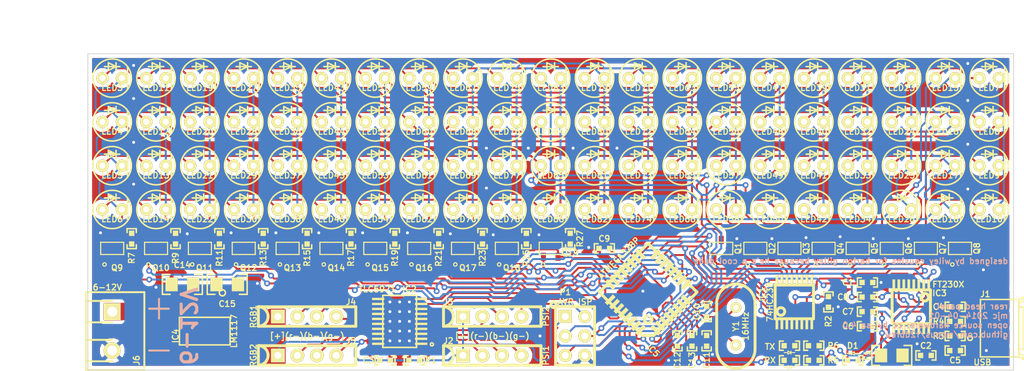
<source format=kicad_pcb>
(kicad_pcb (version 3) (host pcbnew "(2014-03-18 BZR 4754)-product")
  (layers (15 F.Cu signal) (0 B.Cu signal) (18 B.Paste user) (19 F.Paste user) (20 B.SilkS user hide) (21 F.SilkS user) (22 B.Mask user) (23 F.Mask user) (28 Edge.Cuts user))
  (net 0 "")
  (net 1 /AVR_MISO)
  (net 2 /AVR_MOSI)
  (net 3 /AVR_RST)
  (net 4 /AVR_RX)
  (net 5 /AVR_SCK)
  (net 6 /AVR_TX)
  (net 7 /BLU0)
  (net 8 /BLU1)
  (net 9 /BLU2)
  (net 10 /BLU3)
  (net 11 /GRN0)
  (net 12 /GRN1)
  (net 13 /GRN2)
  (net 14 /GRN3)
  (net 15 "/LED Matrix/AVR_C0")
  (net 16 "/LED Matrix/AVR_C1")
  (net 17 "/LED Matrix/AVR_C10")
  (net 18 "/LED Matrix/AVR_C2")
  (net 19 "/LED Matrix/AVR_C3")
  (net 20 "/LED Matrix/AVR_C4")
  (net 21 "/LED Matrix/AVR_C5")
  (net 22 "/LED Matrix/AVR_C6")
  (net 23 "/LED Matrix/AVR_C7")
  (net 24 "/LED Matrix/AVR_C8")
  (net 25 "/LED Matrix/AVR_C9")
  (net 26 "/LED Matrix/AVR_R0")
  (net 27 "/LED Matrix/AVR_R1")
  (net 28 "/LED Matrix/AVR_R2")
  (net 29 "/LED Matrix/AVR_R3")
  (net 30 "/LED Matrix/AVR_R4")
  (net 31 "/LED Matrix/AVR_R5")
  (net 32 "/LED Matrix/AVR_R6")
  (net 33 "/LED Matrix/AVR_R7")
  (net 34 "/LED Matrix/COL0")
  (net 35 "/LED Matrix/COL1")
  (net 36 "/LED Matrix/COL10")
  (net 37 "/LED Matrix/COL2")
  (net 38 "/LED Matrix/COL3")
  (net 39 "/LED Matrix/COL4")
  (net 40 "/LED Matrix/COL5")
  (net 41 "/LED Matrix/COL6")
  (net 42 "/LED Matrix/COL7")
  (net 43 "/LED Matrix/COL8")
  (net 44 "/LED Matrix/COL9")
  (net 45 "/LED Matrix/ROW0")
  (net 46 "/LED Matrix/ROW1")
  (net 47 "/LED Matrix/ROW2")
  (net 48 "/LED Matrix/ROW3")
  (net 49 "/LED Matrix/ROW4")
  (net 50 "/LED Matrix/ROW5")
  (net 51 "/LED Matrix/ROW6")
  (net 52 "/LED Matrix/ROW7")
  (net 53 /RED0)
  (net 54 /RED1)
  (net 55 /RED2)
  (net 56 /RED3)
  (net 57 /RGB_SCK)
  (net 58 /RGB_SDA)
  (net 59 /R_SEL_EN)
  (net 60 GND)
  (net 61 VCC)
  (net 62 "Net-(C2-Pad1)")
  (net 63 "Net-(C4-Pad2)")
  (net 64 "Net-(C5-Pad2)")
  (net 65 "Net-(C6-Pad2)")
  (net 66 "Net-(C7-Pad2)")
  (net 67 "Net-(C8-Pad2)")
  (net 68 "Net-(C10-Pad2)")
  (net 69 "Net-(C11-Pad2)")
  (net 70 "Net-(C14-Pad1)")
  (net 71 "Net-(IC1-Pad4)")
  (net 72 "Net-(IC2-Pad1)")
  (net 73 "Net-(IC2-Pad12)")
  (net 74 "Net-(IC2-Pad11)")
  (net 75 "Net-(IC3-Pad9)")
  (net 76 "Net-(IC3-Pad14)")
  (net 77 "Net-(IC3-Pad15)")
  (net 78 "Net-(IC3-Pad6)")
  (net 79 "Net-(IC3-Pad7)")
  (net 80 "Net-(IC3-Pad8)")
  (net 81 "Net-(IC5-Pad19)")
  (net 82 "Net-(IC5-Pad22)")
  (net 83 "Net-(IC5-Pad26)")
  (net 84 "Net-(J1-Pad4)")
  (net 85 "Net-(LED1-Pad1)")
  (net 86 "Net-(LED2-Pad1)")
  (net 87 "Net-(LED10-Pad2)")
  (net 88 "Net-(LED11-Pad2)")
  (net 89 "Net-(LED19-Pad2)")
  (net 90 "Net-(LED27-Pad2)")
  (net 91 "Net-(LED35-Pad2)")
  (net 92 "Net-(LED43-Pad2)")
  (net 93 "Net-(LED51-Pad2)")
  (net 94 "Net-(LED59-Pad2)")
  (net 95 "Net-(LED67-Pad2)")
  (net 96 "Net-(LED75-Pad2)")
  (net 97 "Net-(LED83-Pad2)")
  (module "general sm:0603(1608m)" (layer F.Cu) (at 234.315 106.045 180)
    (fp_text reference C1 (at 2.54 0 180) (layer F.SilkS) (effects (font (size 0.762 0.762) (thickness 0.1524))))
    (fp_text value 0.1uF hide)
    (pad 1 smd rect (at -0.7 0 180) (size 0.7 0.7) (layers F.Cu F.Paste F.SilkS F.Mask) (net 60 GND))
    (pad 2 smd rect (at 0.7 0 180) (size 0.7 0.7) (layers F.Cu F.Paste F.SilkS F.Mask) (net 61 VCC))
  )
  (module "general sm:0603(1608m)" (layer F.Cu) (at 241.935 115.57)
    (fp_text reference C2 (at 0 -1.27) (layer F.SilkS) (effects (font (size 0.762 0.762) (thickness 0.1524))))
    (fp_text value 0.1uF hide)
    (pad 1 smd rect (at -0.7 0) (size 0.7 0.7) (layers F.Cu F.Paste F.SilkS F.Mask) (net 62 "Net-(C2-Pad1)"))
    (pad 2 smd rect (at 0.7 0) (size 0.7 0.7) (layers F.Cu F.Paste F.SilkS F.Mask) (net 60 GND))
  )
  (module "general sm:0603(1608m)" (layer F.Cu) (at 171.45 116.205 180)
    (fp_text reference C3 (at 2.159 0 180) (layer F.SilkS) (effects (font (size 0.762 0.762) (thickness 0.1524))))
    (fp_text value 0.1uF hide)
    (pad 1 smd rect (at -0.7 0 180) (size 0.7 0.7) (layers F.Cu F.Paste F.SilkS F.Mask) (net 60 GND))
    (pad 2 smd rect (at 0.7 0 180) (size 0.7 0.7) (layers F.Cu F.Paste F.SilkS F.Mask) (net 61 VCC))
  )
  (module "general sm:0603(1608m)" (layer F.Cu) (at 245.745 109.22)
    (fp_text reference C4 (at -2.159 0) (layer F.SilkS) (effects (font (size 0.762 0.762) (thickness 0.1524))))
    (fp_text value 47pF hide)
    (pad 1 smd rect (at -0.7 0) (size 0.7 0.7) (layers F.Cu F.Paste F.SilkS F.Mask) (net 60 GND))
    (pad 2 smd rect (at 0.7 0) (size 0.7 0.7) (layers F.Cu F.Paste F.SilkS F.Mask) (net 63 "Net-(C4-Pad2)"))
  )
  (module "general sm:0603(1608m)" (layer F.Cu) (at 245.745 114.935)
    (fp_text reference C5 (at 0 1.27) (layer F.SilkS) (effects (font (size 0.762 0.762) (thickness 0.1524))))
    (fp_text value 47pF hide)
    (pad 1 smd rect (at -0.7 0) (size 0.7 0.7) (layers F.Cu F.Paste F.SilkS F.Mask) (net 60 GND))
    (pad 2 smd rect (at 0.7 0) (size 0.7 0.7) (layers F.Cu F.Paste F.SilkS F.Mask) (net 64 "Net-(C5-Pad2)"))
  )
  (module "general sm:0603(1608m)" (layer F.Cu) (at 234.315 111.76)
    (fp_text reference C6 (at -2.54 0) (layer F.SilkS) (effects (font (size 0.762 0.762) (thickness 0.1524))))
    (fp_text value 0.1uF hide)
    (pad 1 smd rect (at -0.7 0) (size 0.7 0.7) (layers F.Cu F.Paste F.SilkS F.Mask) (net 60 GND))
    (pad 2 smd rect (at 0.7 0) (size 0.7 0.7) (layers F.Cu F.Paste F.SilkS F.Mask) (net 65 "Net-(C6-Pad2)"))
  )
  (module "general sm:0603(1608m)" (layer F.Cu) (at 234.315 109.855)
    (fp_text reference C7 (at -2.54 0) (layer F.SilkS) (effects (font (size 0.762 0.762) (thickness 0.1524))))
    (fp_text value 0.1uF hide)
    (pad 1 smd rect (at -0.7 0) (size 0.7 0.7) (layers F.Cu F.Paste F.SilkS F.Mask) (net 60 GND))
    (pad 2 smd rect (at 0.7 0) (size 0.7 0.7) (layers F.Cu F.Paste F.SilkS F.Mask) (net 66 "Net-(C7-Pad2)"))
  )
  (module "general sm:0603(1608m)" (layer F.Cu) (at 234.315 107.95)
    (fp_text reference C8 (at -3.175 0) (layer F.SilkS) (effects (font (size 0.762 0.762) (thickness 0.1524))))
    (fp_text value 0.1uF hide)
    (pad 1 smd rect (at -0.7 0) (size 0.7 0.7) (layers F.Cu F.Paste F.SilkS F.Mask) (net 3 /AVR_RST))
    (pad 2 smd rect (at 0.7 0) (size 0.7 0.7) (layers F.Cu F.Paste F.SilkS F.Mask) (net 67 "Net-(C8-Pad2)"))
  )
  (module "general sm:0603(1608m)" (layer F.Cu) (at 200.025 101.6)
    (fp_text reference C9 (at 0 -1.27) (layer F.SilkS) (effects (font (size 0.762 0.762) (thickness 0.1524))))
    (fp_text value 0.1uF hide)
    (pad 1 smd rect (at -0.7 0) (size 0.7 0.7) (layers F.Cu F.Paste F.SilkS F.Mask) (net 60 GND))
    (pad 2 smd rect (at 0.7 0) (size 0.7 0.7) (layers F.Cu F.Paste F.SilkS F.Mask) (net 61 VCC))
  )
  (module "general sm:0603(1608m)" (layer F.Cu) (at 213.36 109.855 270)
    (fp_text reference C10 (at 0 1.27 270) (layer F.SilkS) (effects (font (size 0.762 0.762) (thickness 0.1524))))
    (fp_text value 22pF hide)
    (pad 1 smd rect (at -0.7 0 270) (size 0.7 0.7) (layers F.Cu F.Paste F.SilkS F.Mask) (net 60 GND))
    (pad 2 smd rect (at 0.7 0 270) (size 0.7 0.7) (layers F.Cu F.Paste F.SilkS F.Mask) (net 68 "Net-(C10-Pad2)"))
  )
  (module "general sm:0603(1608m)" (layer F.Cu) (at 213.36 113.665 90)
    (fp_text reference C11 (at -2.54 0 90) (layer F.SilkS) (effects (font (size 0.762 0.762) (thickness 0.1524))))
    (fp_text value 22pF hide)
    (pad 1 smd rect (at -0.7 0 90) (size 0.7 0.7) (layers F.Cu F.Paste F.SilkS F.Mask) (net 60 GND))
    (pad 2 smd rect (at 0.7 0 90) (size 0.7 0.7) (layers F.Cu F.Paste F.SilkS F.Mask) (net 69 "Net-(C11-Pad2)"))
  )
  (module "general sm:0603(1608m)" (layer F.Cu) (at 209.55 113.665 90)
    (fp_text reference C12 (at -2.54 0 90) (layer F.SilkS) (effects (font (size 0.762 0.762) (thickness 0.1524))))
    (fp_text value 0.1uF hide)
    (pad 1 smd rect (at -0.7 0 90) (size 0.7 0.7) (layers F.Cu F.Paste F.SilkS F.Mask) (net 60 GND))
    (pad 2 smd rect (at 0.7 0 90) (size 0.7 0.7) (layers F.Cu F.Paste F.SilkS F.Mask) (net 61 VCC))
  )
  (module "general sm:0603(1608m)" (layer F.Cu) (at 211.455 113.665 90)
    (fp_text reference C13 (at -2.54 0 90) (layer F.SilkS) (effects (font (size 0.762 0.762) (thickness 0.1524))))
    (fp_text value 0.1uF hide)
    (pad 1 smd rect (at -0.7 0 90) (size 0.7 0.7) (layers F.Cu F.Paste F.SilkS F.Mask) (net 60 GND))
    (pad 2 smd rect (at 0.7 0 90) (size 0.7 0.7) (layers F.Cu F.Paste F.SilkS F.Mask) (net 61 VCC))
  )
  (module "sm leds:0603(1608m)_led" (layer F.Cu) (at 232.41 116.205)
    (fp_text reference D1 (at 0 -1.905) (layer F.SilkS) (effects (font (size 0.762 0.762) (thickness 0.1524))))
    (fp_text value 1N5819 hide)
    (pad 1 smd rect (at -0.7 0) (size 0.7 0.7) (layers F.Cu F.Paste F.SilkS F.Mask) (net 61 VCC))
    (pad 2 smd rect (at 0.7 0) (size 0.7 0.7) (layers F.Cu F.Paste F.SilkS F.Mask) (net 66 "Net-(C7-Pad2)"))
  )
  (module "general sm:1206(3216m)" (layer F.Cu) (at 237.49 115.57 180)
    (fp_text reference F1 (at 3.175 0 270) (layer F.SilkS) (effects (font (size 0.762 0.762) (thickness 0.1524))))
    (fp_text value 500mA hide)
    (pad 1 smd rect (at -1.4 0 180) (size 1.6 1.8) (layers F.Cu F.Paste F.SilkS F.Mask) (net 62 "Net-(C2-Pad1)"))
    (pad 2 smd rect (at 1.4 0 180) (size 1.6 1.8) (layers F.Cu F.Paste F.SilkS F.Mask) (net 66 "Net-(C7-Pad2)"))
  )
  (module "small outline:TSSOP16" (layer F.Cu) (at 224.79 108.585 90)
    (fp_text reference IC1 (at 1.016 -4.191 90) (layer F.SilkS) (effects (font (size 0.762 0.762) (thickness 0.1524))))
    (fp_text value 74HC238 (at 0 -3.175 90) (layer F.SilkS) (effects (font (size 0.762 0.762) (thickness 0.1524))))
    (pad 9 smd rect (at 2.87528 2.27584 90) (size 1.39954 0.35052) (layers F.Cu F.Paste F.SilkS F.Mask) (net 32 "/LED Matrix/AVR_R6"))
    (pad 10 smd rect (at 2.87528 1.6256 90) (size 1.39954 0.35052) (layers F.Cu F.Paste F.SilkS F.Mask) (net 31 "/LED Matrix/AVR_R5"))
    (pad 11 smd rect (at 2.87528 0.97536 90) (size 1.39954 0.35052) (layers F.Cu F.Paste F.SilkS F.Mask) (net 30 "/LED Matrix/AVR_R4"))
    (pad 12 smd rect (at 2.87528 0.32512 90) (size 1.39954 0.35052) (layers F.Cu F.Paste F.SilkS F.Mask) (net 29 "/LED Matrix/AVR_R3"))
    (pad 13 smd rect (at 2.87528 -0.32512 90) (size 1.39954 0.35052) (layers F.Cu F.Paste F.SilkS F.Mask) (net 28 "/LED Matrix/AVR_R2"))
    (pad 14 smd rect (at 2.87528 -0.97536 90) (size 1.39954 0.35052) (layers F.Cu F.Paste F.SilkS F.Mask) (net 27 "/LED Matrix/AVR_R1"))
    (pad 15 smd rect (at 2.87528 -1.6256 90) (size 1.39954 0.35052) (layers F.Cu F.Paste F.SilkS F.Mask) (net 26 "/LED Matrix/AVR_R0"))
    (pad 16 smd rect (at 2.87528 -2.27584 90) (size 1.39954 0.35052) (layers F.Cu F.Paste F.SilkS F.Mask) (net 61 VCC))
    (pad 1 smd rect (at -2.87528 -2.27584 90) (size 1.39954 0.35052) (layers F.Cu F.Paste F.SilkS F.Mask) (net 5 /AVR_SCK))
    (pad 2 smd rect (at -2.87528 -1.6256 90) (size 1.39954 0.35052) (layers F.Cu F.Paste F.SilkS F.Mask) (net 1 /AVR_MISO))
    (pad 3 smd rect (at -2.87528 -0.97536 90) (size 1.39954 0.35052) (layers F.Cu F.Paste F.SilkS F.Mask) (net 2 /AVR_MOSI))
    (pad 4 smd rect (at -2.87528 -0.32512 90) (size 1.39954 0.35052) (layers F.Cu F.Paste F.SilkS F.Mask) (net 71 "Net-(IC1-Pad4)"))
    (pad 5 smd rect (at -2.87528 0.32512 90) (size 1.39954 0.35052) (layers F.Cu F.Paste F.SilkS F.Mask) (net 71 "Net-(IC1-Pad4)"))
    (pad 6 smd rect (at -2.87528 0.97536 90) (size 1.39954 0.35052) (layers F.Cu F.Paste F.SilkS F.Mask) (net 59 /R_SEL_EN))
    (pad 7 smd rect (at -2.87528 1.6256 90) (size 1.39954 0.35052) (layers F.Cu F.Paste F.SilkS F.Mask) (net 33 "/LED Matrix/AVR_R7"))
    (pad 8 smd rect (at -2.87528 2.27584 90) (size 1.39954 0.35052) (layers F.Cu F.Paste F.SilkS F.Mask) (net 60 GND))
  )
  (module "small outline:HTSSOP20" (layer F.Cu) (at 173.355 111.125 180)
    (fp_text reference IC2 (at -1.27 4.191 180) (layer F.SilkS) (effects (font (size 0.762 0.762) (thickness 0.1524))))
    (fp_text value TLC5971 (at 2.921 4.191 180) (layer F.SilkS) (effects (font (size 0.762 0.762) (thickness 0.1524))))
    (pad 19 smd rect (at 2.8 -2.275 180) (size 1.6 0.3) (layers F.Cu F.Paste F.SilkS F.Mask) (net 61 VCC))
    (pad 20 smd rect (at 2.8 -2.925 180) (size 1.6 0.3) (layers F.Cu F.Paste F.SilkS F.Mask) (net 61 VCC))
    (pad 18 smd rect (at 2.8 -1.625 180) (size 1.6 0.3) (layers F.Cu F.Paste F.SilkS F.Mask) (net 10 /BLU3))
    (pad 17 smd rect (at 2.8 -0.975 180) (size 1.6 0.3) (layers F.Cu F.Paste F.SilkS F.Mask) (net 14 /GRN3))
    (pad 16 smd rect (at 2.8 -0.325 180) (size 1.6 0.3) (layers F.Cu F.Paste F.SilkS F.Mask) (net 56 /RED3))
    (pad 15 smd rect (at 2.8 0.325 180) (size 1.6 0.3) (layers F.Cu F.Paste F.SilkS F.Mask) (net 9 /BLU2))
    (pad 14 smd rect (at 2.8 0.975 180) (size 1.6 0.3) (layers F.Cu F.Paste F.SilkS F.Mask) (net 13 /GRN2))
    (pad 13 smd rect (at 2.8 1.625 180) (size 1.6 0.3) (layers F.Cu F.Paste F.SilkS F.Mask) (net 55 /RED2))
    (pad 10 smd rect (at -2.8 2.925 180) (size 1.6 0.3) (layers F.Cu F.Paste F.SilkS F.Mask) (net 57 /RGB_SCK))
    (pad 9 smd rect (at -2.8 2.275 180) (size 1.6 0.3) (layers F.Cu F.Paste F.SilkS F.Mask) (net 58 /RGB_SDA))
    (pad 8 smd rect (at -2.8 1.625 180) (size 1.6 0.3) (layers F.Cu F.Paste F.SilkS F.Mask) (net 8 /BLU1))
    (pad 7 smd rect (at -2.8 0.975 180) (size 1.6 0.3) (layers F.Cu F.Paste F.SilkS F.Mask) (net 12 /GRN1))
    (pad 1 smd rect (at -2.8 -2.925 180) (size 1.6 0.3) (layers F.Cu F.Paste F.SilkS F.Mask) (net 72 "Net-(IC2-Pad1)"))
    (pad 2 smd rect (at -2.8 -2.275 180) (size 1.6 0.3) (layers F.Cu F.Paste F.SilkS F.Mask) (net 60 GND))
    (pad 3 smd rect (at -2.8 -1.625 180) (size 1.6 0.3) (layers F.Cu F.Paste F.SilkS F.Mask) (net 53 /RED0))
    (pad 4 smd rect (at -2.8 -0.975 180) (size 1.6 0.3) (layers F.Cu F.Paste F.SilkS F.Mask) (net 11 /GRN0))
    (pad 5 smd rect (at -2.8 -0.325 180) (size 1.6 0.3) (layers F.Cu F.Paste F.SilkS F.Mask) (net 7 /BLU0))
    (pad 6 smd rect (at -2.8 0.325 180) (size 1.6 0.3) (layers F.Cu F.Paste F.SilkS F.Mask) (net 54 /RED1))
    (pad 0 smd rect (at 0 0 180) (size 3.4 6.5) (layers F.Cu) (net 60 GND))
    (pad 12 smd rect (at 2.8 2.275 180) (size 1.6 0.3) (layers F.Cu F.Paste F.SilkS F.Mask) (net 73 "Net-(IC2-Pad12)"))
    (pad 11 smd rect (at 2.8 2.925 180) (size 1.6 0.3) (layers F.Cu F.Paste F.SilkS F.Mask) (net 74 "Net-(IC2-Pad11)"))
  )
  (module "small outline:SSOP16" (layer F.Cu) (at 240.03 109.22 270)
    (fp_text reference IC3 (at -1.778 -3.683 540) (layer F.SilkS) (effects (font (size 0.762 0.762) (thickness 0.1524))))
    (fp_text value FT230X (at -2.921 -4.826 360) (layer F.SilkS) (effects (font (size 0.762 0.762) (thickness 0.1524))))
    (pad 9 smd rect (at 2.87528 2.27584 270) (size 1.39954 0.35052) (layers F.Cu F.Paste F.SilkS F.Mask) (net 75 "Net-(IC3-Pad9)"))
    (pad 10 smd rect (at 2.87528 1.6256 270) (size 1.39954 0.35052) (layers F.Cu F.Paste F.SilkS F.Mask) (net 65 "Net-(C6-Pad2)"))
    (pad 11 smd rect (at 2.87528 0.97536 270) (size 1.39954 0.35052) (layers F.Cu F.Paste F.SilkS F.Mask) (net 65 "Net-(C6-Pad2)"))
    (pad 12 smd rect (at 2.87528 0.32512 270) (size 1.39954 0.35052) (layers F.Cu F.Paste F.SilkS F.Mask) (net 66 "Net-(C7-Pad2)"))
    (pad 13 smd rect (at 2.87528 -0.32512 270) (size 1.39954 0.35052) (layers F.Cu F.Paste F.SilkS F.Mask) (net 60 GND))
    (pad 14 smd rect (at 2.87528 -0.97536 270) (size 1.39954 0.35052) (layers F.Cu F.Paste F.SilkS F.Mask) (net 76 "Net-(IC3-Pad14)"))
    (pad 15 smd rect (at 2.87528 -1.6256 270) (size 1.39954 0.35052) (layers F.Cu F.Paste F.SilkS F.Mask) (net 77 "Net-(IC3-Pad15)"))
    (pad 16 smd rect (at 2.87528 -2.27584 270) (size 1.39954 0.35052) (layers F.Cu F.Paste F.SilkS F.Mask))
    (pad 1 smd rect (at -2.87528 -2.27584 270) (size 1.39954 0.35052) (layers F.Cu F.Paste F.SilkS F.Mask) (net 4 /AVR_RX))
    (pad 2 smd rect (at -2.87528 -1.6256 270) (size 1.39954 0.35052) (layers F.Cu F.Paste F.SilkS F.Mask) (net 67 "Net-(C8-Pad2)"))
    (pad 3 smd rect (at -2.87528 -0.97536 270) (size 1.39954 0.35052) (layers F.Cu F.Paste F.SilkS F.Mask) (net 65 "Net-(C6-Pad2)"))
    (pad 4 smd rect (at -2.87528 -0.32512 270) (size 1.39954 0.35052) (layers F.Cu F.Paste F.SilkS F.Mask) (net 6 /AVR_TX))
    (pad 5 smd rect (at -2.87528 0.32512 270) (size 1.39954 0.35052) (layers F.Cu F.Paste F.SilkS F.Mask) (net 60 GND))
    (pad 6 smd rect (at -2.87528 0.97536 270) (size 1.39954 0.35052) (layers F.Cu F.Paste F.SilkS F.Mask) (net 78 "Net-(IC3-Pad6)"))
    (pad 7 smd rect (at -2.87528 1.6256 270) (size 1.39954 0.35052) (layers F.Cu F.Paste F.SilkS F.Mask) (net 79 "Net-(IC3-Pad7)"))
    (pad 8 smd rect (at -2.87528 2.27584 270) (size 1.39954 0.35052) (layers F.Cu F.Paste F.SilkS F.Mask) (net 80 "Net-(IC3-Pad8)"))
  )
  (module "small outline:SOT223" (layer F.Cu) (at 147.955 112.395 270)
    (fp_text reference IC4 (at 0.635 3.81 270) (layer F.SilkS) (effects (font (size 0.762 0.762) (thickness 0.1524))))
    (fp_text value LM1117 (at 0 -3.81 270) (layer F.SilkS) (effects (font (size 0.762 0.762) (thickness 0.1524))))
    (pad 1 smd rect (at -3.1 -2.3 270) (size 2.2 1.2) (layers F.Cu F.Paste F.Mask) (net 60 GND))
    (pad 2 smd rect (at -3.1 0 270) (size 2.2 1.2) (layers F.Cu F.Paste F.Mask) (net 61 VCC))
    (pad 3 smd rect (at -3.1 2.3 270) (size 2.2 1.2) (layers F.Cu F.Paste F.Mask) (net 70 "Net-(C14-Pad1)"))
    (pad 0 smd rect (at 3.1 0 270) (size 2.2 3.5) (layers F.Cu F.Paste F.Mask) (net 61 VCC))
  )
  (module "quad flat:TQFP32_7mm" (layer F.Cu) (at 205.74 107.315 135)
    (fp_text reference IC5 (at -5.837166 -4.939141 135) (layer F.SilkS) (effects (font (size 0.762 0.762) (thickness 0.1524))))
    (fp_text value ATMEGA328P (at 5.837166 0.449013 405) (layer F.SilkS) (effects (font (size 0.762 0.762) (thickness 0.1524))))
    (pad 1 smd rect (at -4.20116 -2.79908 135) (size 1.50114 0.50038) (layers F.Cu F.Paste F.SilkS F.Mask) (net 19 "/LED Matrix/AVR_C3"))
    (pad 2 smd rect (at -4.20116 -1.99898 135) (size 1.50114 0.50038) (layers F.Cu F.Paste F.SilkS F.Mask) (net 20 "/LED Matrix/AVR_C4"))
    (pad 3 smd rect (at -4.20116 -1.19888 135) (size 1.50114 0.50038) (layers F.Cu F.Paste F.SilkS F.Mask) (net 60 GND))
    (pad 4 smd rect (at -4.20116 -0.39878 135) (size 1.50114 0.50038) (layers F.Cu F.Paste F.SilkS F.Mask) (net 61 VCC))
    (pad 5 smd rect (at -4.20116 0.39878 135) (size 1.50114 0.50038) (layers F.Cu F.Paste F.SilkS F.Mask) (net 60 GND))
    (pad 6 smd rect (at -4.20116 1.19888 135) (size 1.50114 0.50038) (layers F.Cu F.Paste F.SilkS F.Mask) (net 61 VCC))
    (pad 7 smd rect (at -4.20116 1.99898 135) (size 1.50114 0.50038) (layers F.Cu F.Paste F.SilkS F.Mask) (net 69 "Net-(C11-Pad2)"))
    (pad 8 smd rect (at -4.20116 2.79908 135) (size 1.50114 0.50038) (layers F.Cu F.Paste F.SilkS F.Mask) (net 68 "Net-(C10-Pad2)"))
    (pad 9 smd rect (at -2.79908 4.20116 225) (size 1.50114 0.50038) (layers F.Cu F.Paste F.SilkS F.Mask) (net 21 "/LED Matrix/AVR_C5"))
    (pad 10 smd rect (at -1.99898 4.20116 225) (size 1.50114 0.50038) (layers F.Cu F.Paste F.SilkS F.Mask) (net 22 "/LED Matrix/AVR_C6"))
    (pad 11 smd rect (at -1.19888 4.20116 225) (size 1.50114 0.50038) (layers F.Cu F.Paste F.SilkS F.Mask) (net 23 "/LED Matrix/AVR_C7"))
    (pad 12 smd rect (at -0.39878 4.20116 225) (size 1.50114 0.50038) (layers F.Cu F.Paste F.SilkS F.Mask) (net 15 "/LED Matrix/AVR_C0"))
    (pad 13 smd rect (at 0.39878 4.20116 225) (size 1.50114 0.50038) (layers F.Cu F.Paste F.SilkS F.Mask) (net 16 "/LED Matrix/AVR_C1"))
    (pad 14 smd rect (at 1.19888 4.20116 225) (size 1.50114 0.50038) (layers F.Cu F.Paste F.SilkS F.Mask) (net 59 /R_SEL_EN))
    (pad 15 smd rect (at 1.99898 4.20116 225) (size 1.50114 0.50038) (layers F.Cu F.Paste F.SilkS F.Mask) (net 2 /AVR_MOSI))
    (pad 16 smd rect (at 2.79908 4.20116 225) (size 1.50114 0.50038) (layers F.Cu F.Paste F.SilkS F.Mask) (net 1 /AVR_MISO))
    (pad 17 smd rect (at 4.20116 2.79908 315) (size 1.50114 0.50038) (layers F.Cu F.Paste F.SilkS F.Mask) (net 5 /AVR_SCK))
    (pad 18 smd rect (at 4.20116 1.99898 315) (size 1.50114 0.50038) (layers F.Cu F.Paste F.SilkS F.Mask) (net 61 VCC))
    (pad 19 smd rect (at 4.20116 1.19888 315) (size 1.50114 0.50038) (layers F.Cu F.Paste F.SilkS F.Mask) (net 81 "Net-(IC5-Pad19)"))
    (pad 20 smd rect (at 4.20116 0.39878 315) (size 1.50114 0.50038) (layers F.Cu F.Paste F.SilkS F.Mask) (net 61 VCC))
    (pad 21 smd rect (at 4.20116 -0.39878 315) (size 1.50114 0.50038) (layers F.Cu F.Paste F.SilkS F.Mask) (net 60 GND))
    (pad 22 smd rect (at 4.20116 -1.19888 315) (size 1.50114 0.50038) (layers F.Cu F.Paste F.SilkS F.Mask) (net 82 "Net-(IC5-Pad22)"))
    (pad 23 smd rect (at 4.20116 -1.99898 315) (size 1.50114 0.50038) (layers F.Cu F.Paste F.SilkS F.Mask) (net 24 "/LED Matrix/AVR_C8"))
    (pad 24 smd rect (at 4.20116 -2.79908 315) (size 1.50114 0.50038) (layers F.Cu F.Paste F.SilkS F.Mask) (net 25 "/LED Matrix/AVR_C9"))
    (pad 25 smd rect (at 2.79908 -4.20116 45) (size 1.50114 0.50038) (layers F.Cu F.Paste F.SilkS F.Mask) (net 17 "/LED Matrix/AVR_C10"))
    (pad 26 smd rect (at 1.99898 -4.20116 45) (size 1.50114 0.50038) (layers F.Cu F.Paste F.SilkS F.Mask) (net 83 "Net-(IC5-Pad26)"))
    (pad 27 smd rect (at 1.19888 -4.20116 45) (size 1.50114 0.50038) (layers F.Cu F.Paste F.SilkS F.Mask) (net 57 /RGB_SCK))
    (pad 28 smd rect (at 0.39878 -4.20116 45) (size 1.50114 0.50038) (layers F.Cu F.Paste F.SilkS F.Mask) (net 58 /RGB_SDA))
    (pad 29 smd rect (at -0.39878 -4.20116 45) (size 1.50114 0.50038) (layers F.Cu F.Paste F.SilkS F.Mask) (net 3 /AVR_RST))
    (pad 30 smd rect (at -1.19888 -4.20116 45) (size 1.50114 0.50038) (layers F.Cu F.Paste F.SilkS F.Mask) (net 4 /AVR_RX))
    (pad 31 smd rect (at -1.99898 -4.20116 45) (size 1.50114 0.50038) (layers F.Cu F.Paste F.SilkS F.Mask) (net 6 /AVR_TX))
    (pad 32 smd rect (at -2.79908 -4.20116 45) (size 1.50114 0.50038) (layers F.Cu F.Paste F.SilkS F.Mask) (net 18 "/LED Matrix/AVR_C2"))
  )
  (module "sm connectors:MICROUSB_sm" (layer F.Cu) (at 251.841 112.014 180)
    (fp_text reference J1 (at 2.159 4.445 180) (layer F.SilkS) (effects (font (size 0.762 0.762) (thickness 0.1524))))
    (fp_text value USB (at 2.54 -4.445 180) (layer F.SilkS) (effects (font (size 0.762 0.762) (thickness 0.1524))))
    (pad 1 smd rect (at 2.8 -1.3 180) (size 1.4 0.4) (layers F.Cu F.Paste F.Mask) (net 62 "Net-(C2-Pad1)"))
    (pad 2 smd rect (at 2.8 -0.65 180) (size 1.4 0.4) (layers F.Cu F.Paste F.Mask) (net 64 "Net-(C5-Pad2)"))
    (pad 3 smd rect (at 2.8 0 180) (size 1.4 0.4) (layers F.Cu F.Paste F.Mask) (net 63 "Net-(C4-Pad2)"))
    (pad 4 smd rect (at 2.8 0.65 180) (size 1.4 0.4) (layers F.Cu F.Paste F.Mask) (net 84 "Net-(J1-Pad4)"))
    (pad 5 smd rect (at 2.8 1.3 180) (size 1.4 0.4) (layers F.Cu F.Paste F.Mask) (net 60 GND))
    (pad "" smd rect (at -0.05 -3.75 180) (size 1.9 2.3) (layers F.Cu F.Paste F.Mask))
    (pad "" smd rect (at -0.05 3.75 180) (size 1.9 2.3) (layers F.Cu F.Paste F.Mask))
    (pad "" smd rect (at -0.05 1.15 180) (size 1.9 1.8) (layers F.Cu F.Paste F.Mask))
    (pad "" smd rect (at -0.05 -1.15 180) (size 1.9 1.8) (layers F.Cu F.Paste F.Mask))
  )
  (module "single inline:SIP4" (layer F.Cu) (at 185.42 115.57)
    (fp_text reference J2 (at -5.715 -1.905) (layer F.SilkS) (effects (font (size 0.762 0.762) (thickness 0.1524))))
    (fp_text value PSI1 (at 6.985 0 90) (layer F.SilkS) (effects (font (size 0.762 0.762) (thickness 0.1524))))
    (pad 1 thru_hole rect (at -3.81 0) (size 1.8 1.8) (drill 0.9) (layers *.Cu *.Mask F.SilkS) (net 61 VCC))
    (pad 2 thru_hole circle (at -1.27 0) (size 1.8 1.8) (drill 0.9) (layers *.Cu *.Mask F.SilkS) (net 53 /RED0))
    (pad 3 thru_hole circle (at 1.27 0) (size 1.8 1.8) (drill 0.9) (layers *.Cu *.Mask F.SilkS) (net 11 /GRN0))
    (pad 4 thru_hole circle (at 3.81 0) (size 1.8 1.8) (drill 0.9) (layers *.Cu *.Mask F.SilkS) (net 7 /BLU0))
  )
  (module "single inline:SIP4" (layer F.Cu) (at 185.42 110.49)
    (fp_text reference J3 (at -5.715 -1.905) (layer F.SilkS) (effects (font (size 0.762 0.762) (thickness 0.1524))))
    (fp_text value PSI2 (at 6.985 0 90) (layer F.SilkS) (effects (font (size 0.762 0.762) (thickness 0.1524))))
    (pad 1 thru_hole rect (at -3.81 0) (size 1.8 1.8) (drill 0.9) (layers *.Cu *.Mask F.SilkS) (net 61 VCC))
    (pad 2 thru_hole circle (at -1.27 0) (size 1.8 1.8) (drill 0.9) (layers *.Cu *.Mask F.SilkS) (net 54 /RED1))
    (pad 3 thru_hole circle (at 1.27 0) (size 1.8 1.8) (drill 0.9) (layers *.Cu *.Mask F.SilkS) (net 12 /GRN1))
    (pad 4 thru_hole circle (at 3.81 0) (size 1.8 1.8) (drill 0.9) (layers *.Cu *.Mask F.SilkS) (net 8 /BLU1))
  )
  (module "single inline:SIP4" (layer F.Cu) (at 161.29 110.49)
    (fp_text reference J4 (at 5.715 -1.905) (layer F.SilkS) (effects (font (size 0.762 0.762) (thickness 0.1524))))
    (fp_text value RGB1 (at -6.985 0 90) (layer F.SilkS) (effects (font (size 0.762 0.762) (thickness 0.1524))))
    (pad 1 thru_hole rect (at -3.81 0) (size 1.8 1.8) (drill 0.9) (layers *.Cu *.Mask F.SilkS) (net 61 VCC))
    (pad 2 thru_hole circle (at -1.27 0) (size 1.8 1.8) (drill 0.9) (layers *.Cu *.Mask F.SilkS) (net 55 /RED2))
    (pad 3 thru_hole circle (at 1.27 0) (size 1.8 1.8) (drill 0.9) (layers *.Cu *.Mask F.SilkS) (net 13 /GRN2))
    (pad 4 thru_hole circle (at 3.81 0) (size 1.8 1.8) (drill 0.9) (layers *.Cu *.Mask F.SilkS) (net 9 /BLU2))
  )
  (module "single inline:SIP4" (layer F.Cu) (at 161.29 115.57)
    (fp_text reference J5 (at 5.715 -1.905) (layer F.SilkS) (effects (font (size 0.762 0.762) (thickness 0.1524))))
    (fp_text value RGB2 (at -6.985 0 90) (layer F.SilkS) (effects (font (size 0.762 0.762) (thickness 0.1524))))
    (pad 1 thru_hole rect (at -3.81 0) (size 1.8 1.8) (drill 0.9) (layers *.Cu *.Mask F.SilkS) (net 61 VCC))
    (pad 2 thru_hole circle (at -1.27 0) (size 1.8 1.8) (drill 0.9) (layers *.Cu *.Mask F.SilkS) (net 56 /RED3))
    (pad 3 thru_hole circle (at 1.27 0) (size 1.8 1.8) (drill 0.9) (layers *.Cu *.Mask F.SilkS) (net 14 /GRN3))
    (pad 4 thru_hole circle (at 3.81 0) (size 1.8 1.8) (drill 0.9) (layers *.Cu *.Mask F.SilkS) (net 10 /BLU3))
  )
  (module "th connectors:2-PIN_SCREW-TERM_P200MIL" (layer F.Cu) (at 135.89 112.395 270)
    (fp_text reference J6 (at 3.81 -3.175 270) (layer F.SilkS) (effects (font (size 0.762 0.762) (thickness 0.1524))))
    (fp_text value 6-12V (at -5.715 0.635 360) (layer F.SilkS) (effects (font (size 0.762 0.762) (thickness 0.1524))))
    (pad 1 thru_hole rect (at -2.54 0 270) (size 2.2 2.2) (drill 1.3) (layers *.Cu *.Mask F.SilkS) (net 70 "Net-(C14-Pad1)"))
    (pad 2 thru_hole circle (at 2.54 0 270) (size 2.2 2.2) (drill 1.3) (layers *.Cu *.Mask F.SilkS) (net 60 GND))
  )
  (module "sm leds:0603(1608m)_led" (layer F.Cu) (at 224.155 116.205 180)
    (fp_text reference LED1 hide)
    (fp_text value RX (at 2.54 0 180) (layer F.SilkS) (effects (font (size 0.762 0.762) (thickness 0.1524))))
    (pad 1 smd rect (at -0.7 0 180) (size 0.7 0.7) (layers F.Cu F.Paste F.SilkS F.Mask) (net 85 "Net-(LED1-Pad1)"))
    (pad 2 smd rect (at 0.7 0 180) (size 0.7 0.7) (layers F.Cu F.Paste F.SilkS F.Mask) (net 61 VCC))
  )
  (module "sm leds:0603(1608m)_led" (layer F.Cu) (at 224.155 114.3 180)
    (fp_text reference LED2 hide)
    (fp_text value TX (at 2.54 -0.127 180) (layer F.SilkS) (effects (font (size 0.762 0.762) (thickness 0.1524))))
    (pad 1 smd rect (at -0.7 0 180) (size 0.7 0.7) (layers F.Cu F.Paste F.SilkS F.Mask) (net 86 "Net-(LED2-Pad1)"))
    (pad 2 smd rect (at 0.7 0 180) (size 0.7 0.7) (layers F.Cu F.Paste F.SilkS F.Mask) (net 61 VCC))
  )
  (module "th leds:LED-5mm" (layer F.Cu) (at 135.89 79.375)
    (fp_text reference LED3 (at 0 1.27) (layer F.SilkS) (effects (font (size 0.762 0.762) (thickness 0.1524))))
    (fp_text value LED hide)
    (pad 1 thru_hole circle (at -1.27 0) (size 1.6 1.6) (drill 0.8) (layers *.Cu *.Mask F.SilkS) (net 45 "/LED Matrix/ROW0"))
    (pad 2 thru_hole circle (at 1.27 0) (size 1.6 1.6) (drill 0.8) (layers *.Cu *.Mask F.SilkS) (net 87 "Net-(LED10-Pad2)"))
  )
  (module "th leds:LED-5mm" (layer F.Cu) (at 135.89 85.09)
    (fp_text reference LED4 (at 0 1.27) (layer F.SilkS) (effects (font (size 0.762 0.762) (thickness 0.1524))))
    (fp_text value LED hide)
    (pad 1 thru_hole circle (at -1.27 0) (size 1.6 1.6) (drill 0.8) (layers *.Cu *.Mask F.SilkS) (net 46 "/LED Matrix/ROW1"))
    (pad 2 thru_hole circle (at 1.27 0) (size 1.6 1.6) (drill 0.8) (layers *.Cu *.Mask F.SilkS) (net 87 "Net-(LED10-Pad2)"))
  )
  (module "th leds:LED-5mm" (layer F.Cu) (at 135.89 90.805)
    (fp_text reference LED5 (at 0 1.27) (layer F.SilkS) (effects (font (size 0.762 0.762) (thickness 0.1524))))
    (fp_text value LED hide)
    (pad 1 thru_hole circle (at -1.27 0) (size 1.6 1.6) (drill 0.8) (layers *.Cu *.Mask F.SilkS) (net 47 "/LED Matrix/ROW2"))
    (pad 2 thru_hole circle (at 1.27 0) (size 1.6 1.6) (drill 0.8) (layers *.Cu *.Mask F.SilkS) (net 87 "Net-(LED10-Pad2)"))
  )
  (module "th leds:LED-5mm" (layer F.Cu) (at 135.89 96.52)
    (fp_text reference LED6 (at 0 1.27) (layer F.SilkS) (effects (font (size 0.762 0.762) (thickness 0.1524))))
    (fp_text value LED hide)
    (pad 1 thru_hole circle (at -1.27 0) (size 1.6 1.6) (drill 0.8) (layers *.Cu *.Mask F.SilkS) (net 48 "/LED Matrix/ROW3"))
    (pad 2 thru_hole circle (at 1.27 0) (size 1.6 1.6) (drill 0.8) (layers *.Cu *.Mask F.SilkS) (net 87 "Net-(LED10-Pad2)"))
  )
  (module "th leds:LED-5mm" (layer F.Cu) (at 250.19 79.375)
    (fp_text reference LED7 (at 0 1.27) (layer F.SilkS) (effects (font (size 0.762 0.762) (thickness 0.1524))))
    (fp_text value LED hide)
    (pad 1 thru_hole circle (at -1.27 0) (size 1.6 1.6) (drill 0.8) (layers *.Cu *.Mask F.SilkS) (net 49 "/LED Matrix/ROW4"))
    (pad 2 thru_hole circle (at 1.27 0) (size 1.6 1.6) (drill 0.8) (layers *.Cu *.Mask F.SilkS) (net 87 "Net-(LED10-Pad2)"))
  )
  (module "th leds:LED-5mm" (layer F.Cu) (at 250.19 85.09)
    (fp_text reference LED8 (at 0 1.27) (layer F.SilkS) (effects (font (size 0.762 0.762) (thickness 0.1524))))
    (fp_text value LED hide)
    (pad 1 thru_hole circle (at -1.27 0) (size 1.6 1.6) (drill 0.8) (layers *.Cu *.Mask F.SilkS) (net 50 "/LED Matrix/ROW5"))
    (pad 2 thru_hole circle (at 1.27 0) (size 1.6 1.6) (drill 0.8) (layers *.Cu *.Mask F.SilkS) (net 87 "Net-(LED10-Pad2)"))
  )
  (module "th leds:LED-5mm" (layer F.Cu) (at 250.19 90.805)
    (fp_text reference LED9 (at 0 1.27) (layer F.SilkS) (effects (font (size 0.762 0.762) (thickness 0.1524))))
    (fp_text value LED hide)
    (pad 1 thru_hole circle (at -1.27 0) (size 1.6 1.6) (drill 0.8) (layers *.Cu *.Mask F.SilkS) (net 51 "/LED Matrix/ROW6"))
    (pad 2 thru_hole circle (at 1.27 0) (size 1.6 1.6) (drill 0.8) (layers *.Cu *.Mask F.SilkS) (net 87 "Net-(LED10-Pad2)"))
  )
  (module "th leds:LED-5mm" (layer F.Cu) (at 250.19 96.52)
    (fp_text reference LED10 (at 0 1.27) (layer F.SilkS) (effects (font (size 0.762 0.762) (thickness 0.1524))))
    (fp_text value LED hide)
    (pad 1 thru_hole circle (at -1.27 0) (size 1.6 1.6) (drill 0.8) (layers *.Cu *.Mask F.SilkS) (net 52 "/LED Matrix/ROW7"))
    (pad 2 thru_hole circle (at 1.27 0) (size 1.6 1.6) (drill 0.8) (layers *.Cu *.Mask F.SilkS) (net 87 "Net-(LED10-Pad2)"))
  )
  (module "th leds:LED-5mm" (layer F.Cu) (at 141.605 79.375)
    (fp_text reference LED11 (at 0 1.27) (layer F.SilkS) (effects (font (size 0.762 0.762) (thickness 0.1524))))
    (fp_text value LED hide)
    (pad 1 thru_hole circle (at -1.27 0) (size 1.6 1.6) (drill 0.8) (layers *.Cu *.Mask F.SilkS) (net 45 "/LED Matrix/ROW0"))
    (pad 2 thru_hole circle (at 1.27 0) (size 1.6 1.6) (drill 0.8) (layers *.Cu *.Mask F.SilkS) (net 88 "Net-(LED11-Pad2)"))
  )
  (module "th leds:LED-5mm" (layer F.Cu) (at 141.605 85.09)
    (fp_text reference LED12 (at 0 1.27) (layer F.SilkS) (effects (font (size 0.762 0.762) (thickness 0.1524))))
    (fp_text value LED hide)
    (pad 1 thru_hole circle (at -1.27 0) (size 1.6 1.6) (drill 0.8) (layers *.Cu *.Mask F.SilkS) (net 46 "/LED Matrix/ROW1"))
    (pad 2 thru_hole circle (at 1.27 0) (size 1.6 1.6) (drill 0.8) (layers *.Cu *.Mask F.SilkS) (net 88 "Net-(LED11-Pad2)"))
  )
  (module "th leds:LED-5mm" (layer F.Cu) (at 141.605 90.805)
    (fp_text reference LED13 (at 0 1.27) (layer F.SilkS) (effects (font (size 0.762 0.762) (thickness 0.1524))))
    (fp_text value LED hide)
    (pad 1 thru_hole circle (at -1.27 0) (size 1.6 1.6) (drill 0.8) (layers *.Cu *.Mask F.SilkS) (net 47 "/LED Matrix/ROW2"))
    (pad 2 thru_hole circle (at 1.27 0) (size 1.6 1.6) (drill 0.8) (layers *.Cu *.Mask F.SilkS) (net 88 "Net-(LED11-Pad2)"))
  )
  (module "th leds:LED-5mm" (layer F.Cu) (at 141.605 96.52)
    (fp_text reference LED14 (at 0 1.27) (layer F.SilkS) (effects (font (size 0.762 0.762) (thickness 0.1524))))
    (fp_text value LED hide)
    (pad 1 thru_hole circle (at -1.27 0) (size 1.6 1.6) (drill 0.8) (layers *.Cu *.Mask F.SilkS) (net 48 "/LED Matrix/ROW3"))
    (pad 2 thru_hole circle (at 1.27 0) (size 1.6 1.6) (drill 0.8) (layers *.Cu *.Mask F.SilkS) (net 88 "Net-(LED11-Pad2)"))
  )
  (module "th leds:LED-5mm" (layer F.Cu) (at 244.475 79.375)
    (fp_text reference LED15 (at 0 1.27) (layer F.SilkS) (effects (font (size 0.762 0.762) (thickness 0.1524))))
    (fp_text value LED hide)
    (pad 1 thru_hole circle (at -1.27 0) (size 1.6 1.6) (drill 0.8) (layers *.Cu *.Mask F.SilkS) (net 49 "/LED Matrix/ROW4"))
    (pad 2 thru_hole circle (at 1.27 0) (size 1.6 1.6) (drill 0.8) (layers *.Cu *.Mask F.SilkS) (net 88 "Net-(LED11-Pad2)"))
  )
  (module "th leds:LED-5mm" (layer F.Cu) (at 244.475 85.09)
    (fp_text reference LED16 (at 0 1.27) (layer F.SilkS) (effects (font (size 0.762 0.762) (thickness 0.1524))))
    (fp_text value LED hide)
    (pad 1 thru_hole circle (at -1.27 0) (size 1.6 1.6) (drill 0.8) (layers *.Cu *.Mask F.SilkS) (net 50 "/LED Matrix/ROW5"))
    (pad 2 thru_hole circle (at 1.27 0) (size 1.6 1.6) (drill 0.8) (layers *.Cu *.Mask F.SilkS) (net 88 "Net-(LED11-Pad2)"))
  )
  (module "th leds:LED-5mm" (layer F.Cu) (at 244.475 90.805)
    (fp_text reference LED17 (at 0 1.27) (layer F.SilkS) (effects (font (size 0.762 0.762) (thickness 0.1524))))
    (fp_text value LED hide)
    (pad 1 thru_hole circle (at -1.27 0) (size 1.6 1.6) (drill 0.8) (layers *.Cu *.Mask F.SilkS) (net 51 "/LED Matrix/ROW6"))
    (pad 2 thru_hole circle (at 1.27 0) (size 1.6 1.6) (drill 0.8) (layers *.Cu *.Mask F.SilkS) (net 88 "Net-(LED11-Pad2)"))
  )
  (module "th leds:LED-5mm" (layer F.Cu) (at 244.475 96.52)
    (fp_text reference LED18 (at 0 1.27) (layer F.SilkS) (effects (font (size 0.762 0.762) (thickness 0.1524))))
    (fp_text value LED hide)
    (pad 1 thru_hole circle (at -1.27 0) (size 1.6 1.6) (drill 0.8) (layers *.Cu *.Mask F.SilkS) (net 52 "/LED Matrix/ROW7"))
    (pad 2 thru_hole circle (at 1.27 0) (size 1.6 1.6) (drill 0.8) (layers *.Cu *.Mask F.SilkS) (net 88 "Net-(LED11-Pad2)"))
  )
  (module "th leds:LED-5mm" (layer F.Cu) (at 147.32 79.375)
    (fp_text reference LED19 (at 0 1.27) (layer F.SilkS) (effects (font (size 0.762 0.762) (thickness 0.1524))))
    (fp_text value LED hide)
    (pad 1 thru_hole circle (at -1.27 0) (size 1.6 1.6) (drill 0.8) (layers *.Cu *.Mask F.SilkS) (net 45 "/LED Matrix/ROW0"))
    (pad 2 thru_hole circle (at 1.27 0) (size 1.6 1.6) (drill 0.8) (layers *.Cu *.Mask F.SilkS) (net 89 "Net-(LED19-Pad2)"))
  )
  (module "th leds:LED-5mm" (layer F.Cu) (at 147.32 85.09)
    (fp_text reference LED20 (at 0 1.27) (layer F.SilkS) (effects (font (size 0.762 0.762) (thickness 0.1524))))
    (fp_text value LED hide)
    (pad 1 thru_hole circle (at -1.27 0) (size 1.6 1.6) (drill 0.8) (layers *.Cu *.Mask F.SilkS) (net 46 "/LED Matrix/ROW1"))
    (pad 2 thru_hole circle (at 1.27 0) (size 1.6 1.6) (drill 0.8) (layers *.Cu *.Mask F.SilkS) (net 89 "Net-(LED19-Pad2)"))
  )
  (module "th leds:LED-5mm" (layer F.Cu) (at 147.32 90.805)
    (fp_text reference LED21 (at 0 1.27) (layer F.SilkS) (effects (font (size 0.762 0.762) (thickness 0.1524))))
    (fp_text value LED hide)
    (pad 1 thru_hole circle (at -1.27 0) (size 1.6 1.6) (drill 0.8) (layers *.Cu *.Mask F.SilkS) (net 47 "/LED Matrix/ROW2"))
    (pad 2 thru_hole circle (at 1.27 0) (size 1.6 1.6) (drill 0.8) (layers *.Cu *.Mask F.SilkS) (net 89 "Net-(LED19-Pad2)"))
  )
  (module "th leds:LED-5mm" (layer F.Cu) (at 147.32 96.52)
    (fp_text reference LED22 (at 0 1.27) (layer F.SilkS) (effects (font (size 0.762 0.762) (thickness 0.1524))))
    (fp_text value LED hide)
    (pad 1 thru_hole circle (at -1.27 0) (size 1.6 1.6) (drill 0.8) (layers *.Cu *.Mask F.SilkS) (net 48 "/LED Matrix/ROW3"))
    (pad 2 thru_hole circle (at 1.27 0) (size 1.6 1.6) (drill 0.8) (layers *.Cu *.Mask F.SilkS) (net 89 "Net-(LED19-Pad2)"))
  )
  (module "th leds:LED-5mm" (layer F.Cu) (at 238.76 79.375)
    (fp_text reference LED23 (at 0 1.27) (layer F.SilkS) (effects (font (size 0.762 0.762) (thickness 0.1524))))
    (fp_text value LED hide)
    (pad 1 thru_hole circle (at -1.27 0) (size 1.6 1.6) (drill 0.8) (layers *.Cu *.Mask F.SilkS) (net 49 "/LED Matrix/ROW4"))
    (pad 2 thru_hole circle (at 1.27 0) (size 1.6 1.6) (drill 0.8) (layers *.Cu *.Mask F.SilkS) (net 89 "Net-(LED19-Pad2)"))
  )
  (module "th leds:LED-5mm" (layer F.Cu) (at 238.76 85.09)
    (fp_text reference LED24 (at 0 1.27) (layer F.SilkS) (effects (font (size 0.762 0.762) (thickness 0.1524))))
    (fp_text value LED hide)
    (pad 1 thru_hole circle (at -1.27 0) (size 1.6 1.6) (drill 0.8) (layers *.Cu *.Mask F.SilkS) (net 50 "/LED Matrix/ROW5"))
    (pad 2 thru_hole circle (at 1.27 0) (size 1.6 1.6) (drill 0.8) (layers *.Cu *.Mask F.SilkS) (net 89 "Net-(LED19-Pad2)"))
  )
  (module "th leds:LED-5mm" (layer F.Cu) (at 238.76 90.805)
    (fp_text reference LED25 (at 0 1.27) (layer F.SilkS) (effects (font (size 0.762 0.762) (thickness 0.1524))))
    (fp_text value LED hide)
    (pad 1 thru_hole circle (at -1.27 0) (size 1.6 1.6) (drill 0.8) (layers *.Cu *.Mask F.SilkS) (net 51 "/LED Matrix/ROW6"))
    (pad 2 thru_hole circle (at 1.27 0) (size 1.6 1.6) (drill 0.8) (layers *.Cu *.Mask F.SilkS) (net 89 "Net-(LED19-Pad2)"))
  )
  (module "th leds:LED-5mm" (layer F.Cu) (at 238.76 96.52)
    (fp_text reference LED26 (at 0 1.27) (layer F.SilkS) (effects (font (size 0.762 0.762) (thickness 0.1524))))
    (fp_text value LED hide)
    (pad 1 thru_hole circle (at -1.27 0) (size 1.6 1.6) (drill 0.8) (layers *.Cu *.Mask F.SilkS) (net 52 "/LED Matrix/ROW7"))
    (pad 2 thru_hole circle (at 1.27 0) (size 1.6 1.6) (drill 0.8) (layers *.Cu *.Mask F.SilkS) (net 89 "Net-(LED19-Pad2)"))
  )
  (module "th leds:LED-5mm" (layer F.Cu) (at 153.035 79.375)
    (fp_text reference LED27 (at 0 1.27) (layer F.SilkS) (effects (font (size 0.762 0.762) (thickness 0.1524))))
    (fp_text value LED hide)
    (pad 1 thru_hole circle (at -1.27 0) (size 1.6 1.6) (drill 0.8) (layers *.Cu *.Mask F.SilkS) (net 45 "/LED Matrix/ROW0"))
    (pad 2 thru_hole circle (at 1.27 0) (size 1.6 1.6) (drill 0.8) (layers *.Cu *.Mask F.SilkS) (net 90 "Net-(LED27-Pad2)"))
  )
  (module "th leds:LED-5mm" (layer F.Cu) (at 153.035 85.09)
    (fp_text reference LED28 (at 0 1.27) (layer F.SilkS) (effects (font (size 0.762 0.762) (thickness 0.1524))))
    (fp_text value LED hide)
    (pad 1 thru_hole circle (at -1.27 0) (size 1.6 1.6) (drill 0.8) (layers *.Cu *.Mask F.SilkS) (net 46 "/LED Matrix/ROW1"))
    (pad 2 thru_hole circle (at 1.27 0) (size 1.6 1.6) (drill 0.8) (layers *.Cu *.Mask F.SilkS) (net 90 "Net-(LED27-Pad2)"))
  )
  (module "th leds:LED-5mm" (layer F.Cu) (at 153.035 90.805)
    (fp_text reference LED29 (at 0 1.27) (layer F.SilkS) (effects (font (size 0.762 0.762) (thickness 0.1524))))
    (fp_text value LED hide)
    (pad 1 thru_hole circle (at -1.27 0) (size 1.6 1.6) (drill 0.8) (layers *.Cu *.Mask F.SilkS) (net 47 "/LED Matrix/ROW2"))
    (pad 2 thru_hole circle (at 1.27 0) (size 1.6 1.6) (drill 0.8) (layers *.Cu *.Mask F.SilkS) (net 90 "Net-(LED27-Pad2)"))
  )
  (module "th leds:LED-5mm" (layer F.Cu) (at 153.035 96.52)
    (fp_text reference LED30 (at 0 1.27) (layer F.SilkS) (effects (font (size 0.762 0.762) (thickness 0.1524))))
    (fp_text value LED hide)
    (pad 1 thru_hole circle (at -1.27 0) (size 1.6 1.6) (drill 0.8) (layers *.Cu *.Mask F.SilkS) (net 48 "/LED Matrix/ROW3"))
    (pad 2 thru_hole circle (at 1.27 0) (size 1.6 1.6) (drill 0.8) (layers *.Cu *.Mask F.SilkS) (net 90 "Net-(LED27-Pad2)"))
  )
  (module "th leds:LED-5mm" (layer F.Cu) (at 233.045 79.375)
    (fp_text reference LED31 (at 0 1.27) (layer F.SilkS) (effects (font (size 0.762 0.762) (thickness 0.1524))))
    (fp_text value LED hide)
    (pad 1 thru_hole circle (at -1.27 0) (size 1.6 1.6) (drill 0.8) (layers *.Cu *.Mask F.SilkS) (net 49 "/LED Matrix/ROW4"))
    (pad 2 thru_hole circle (at 1.27 0) (size 1.6 1.6) (drill 0.8) (layers *.Cu *.Mask F.SilkS) (net 90 "Net-(LED27-Pad2)"))
  )
  (module "th leds:LED-5mm" (layer F.Cu) (at 233.045 85.09)
    (fp_text reference LED32 (at 0 1.27) (layer F.SilkS) (effects (font (size 0.762 0.762) (thickness 0.1524))))
    (fp_text value LED hide)
    (pad 1 thru_hole circle (at -1.27 0) (size 1.6 1.6) (drill 0.8) (layers *.Cu *.Mask F.SilkS) (net 50 "/LED Matrix/ROW5"))
    (pad 2 thru_hole circle (at 1.27 0) (size 1.6 1.6) (drill 0.8) (layers *.Cu *.Mask F.SilkS) (net 90 "Net-(LED27-Pad2)"))
  )
  (module "th leds:LED-5mm" (layer F.Cu) (at 233.045 90.805)
    (fp_text reference LED33 (at 0 1.27) (layer F.SilkS) (effects (font (size 0.762 0.762) (thickness 0.1524))))
    (fp_text value LED hide)
    (pad 1 thru_hole circle (at -1.27 0) (size 1.6 1.6) (drill 0.8) (layers *.Cu *.Mask F.SilkS) (net 51 "/LED Matrix/ROW6"))
    (pad 2 thru_hole circle (at 1.27 0) (size 1.6 1.6) (drill 0.8) (layers *.Cu *.Mask F.SilkS) (net 90 "Net-(LED27-Pad2)"))
  )
  (module "th leds:LED-5mm" (layer F.Cu) (at 233.045 96.52)
    (fp_text reference LED34 (at 0 1.27) (layer F.SilkS) (effects (font (size 0.762 0.762) (thickness 0.1524))))
    (fp_text value LED hide)
    (pad 1 thru_hole circle (at -1.27 0) (size 1.6 1.6) (drill 0.8) (layers *.Cu *.Mask F.SilkS) (net 52 "/LED Matrix/ROW7"))
    (pad 2 thru_hole circle (at 1.27 0) (size 1.6 1.6) (drill 0.8) (layers *.Cu *.Mask F.SilkS) (net 90 "Net-(LED27-Pad2)"))
  )
  (module "th leds:LED-5mm" (layer F.Cu) (at 158.75 79.375)
    (fp_text reference LED35 (at 0 1.27) (layer F.SilkS) (effects (font (size 0.762 0.762) (thickness 0.1524))))
    (fp_text value LED hide)
    (pad 1 thru_hole circle (at -1.27 0) (size 1.6 1.6) (drill 0.8) (layers *.Cu *.Mask F.SilkS) (net 45 "/LED Matrix/ROW0"))
    (pad 2 thru_hole circle (at 1.27 0) (size 1.6 1.6) (drill 0.8) (layers *.Cu *.Mask F.SilkS) (net 91 "Net-(LED35-Pad2)"))
  )
  (module "th leds:LED-5mm" (layer F.Cu) (at 158.75 85.09)
    (fp_text reference LED36 (at 0 1.27) (layer F.SilkS) (effects (font (size 0.762 0.762) (thickness 0.1524))))
    (fp_text value LED hide)
    (pad 1 thru_hole circle (at -1.27 0) (size 1.6 1.6) (drill 0.8) (layers *.Cu *.Mask F.SilkS) (net 46 "/LED Matrix/ROW1"))
    (pad 2 thru_hole circle (at 1.27 0) (size 1.6 1.6) (drill 0.8) (layers *.Cu *.Mask F.SilkS) (net 91 "Net-(LED35-Pad2)"))
  )
  (module "th leds:LED-5mm" (layer F.Cu) (at 158.75 90.805)
    (fp_text reference LED37 (at 0 1.27) (layer F.SilkS) (effects (font (size 0.762 0.762) (thickness 0.1524))))
    (fp_text value LED hide)
    (pad 1 thru_hole circle (at -1.27 0) (size 1.6 1.6) (drill 0.8) (layers *.Cu *.Mask F.SilkS) (net 47 "/LED Matrix/ROW2"))
    (pad 2 thru_hole circle (at 1.27 0) (size 1.6 1.6) (drill 0.8) (layers *.Cu *.Mask F.SilkS) (net 91 "Net-(LED35-Pad2)"))
  )
  (module "th leds:LED-5mm" (layer F.Cu) (at 158.75 96.52)
    (fp_text reference LED38 (at 0 1.27) (layer F.SilkS) (effects (font (size 0.762 0.762) (thickness 0.1524))))
    (fp_text value LED hide)
    (pad 1 thru_hole circle (at -1.27 0) (size 1.6 1.6) (drill 0.8) (layers *.Cu *.Mask F.SilkS) (net 48 "/LED Matrix/ROW3"))
    (pad 2 thru_hole circle (at 1.27 0) (size 1.6 1.6) (drill 0.8) (layers *.Cu *.Mask F.SilkS) (net 91 "Net-(LED35-Pad2)"))
  )
  (module "th leds:LED-5mm" (layer F.Cu) (at 227.33 79.375)
    (fp_text reference LED39 (at 0 1.27) (layer F.SilkS) (effects (font (size 0.762 0.762) (thickness 0.1524))))
    (fp_text value LED hide)
    (pad 1 thru_hole circle (at -1.27 0) (size 1.6 1.6) (drill 0.8) (layers *.Cu *.Mask F.SilkS) (net 49 "/LED Matrix/ROW4"))
    (pad 2 thru_hole circle (at 1.27 0) (size 1.6 1.6) (drill 0.8) (layers *.Cu *.Mask F.SilkS) (net 91 "Net-(LED35-Pad2)"))
  )
  (module "th leds:LED-5mm" (layer F.Cu) (at 227.33 85.09)
    (fp_text reference LED40 (at 0 1.27) (layer F.SilkS) (effects (font (size 0.762 0.762) (thickness 0.1524))))
    (fp_text value LED hide)
    (pad 1 thru_hole circle (at -1.27 0) (size 1.6 1.6) (drill 0.8) (layers *.Cu *.Mask F.SilkS) (net 50 "/LED Matrix/ROW5"))
    (pad 2 thru_hole circle (at 1.27 0) (size 1.6 1.6) (drill 0.8) (layers *.Cu *.Mask F.SilkS) (net 91 "Net-(LED35-Pad2)"))
  )
  (module "th leds:LED-5mm" (layer F.Cu) (at 227.33 90.805)
    (fp_text reference LED41 (at 0 1.27) (layer F.SilkS) (effects (font (size 0.762 0.762) (thickness 0.1524))))
    (fp_text value LED hide)
    (pad 1 thru_hole circle (at -1.27 0) (size 1.6 1.6) (drill 0.8) (layers *.Cu *.Mask F.SilkS) (net 51 "/LED Matrix/ROW6"))
    (pad 2 thru_hole circle (at 1.27 0) (size 1.6 1.6) (drill 0.8) (layers *.Cu *.Mask F.SilkS) (net 91 "Net-(LED35-Pad2)"))
  )
  (module "th leds:LED-5mm" (layer F.Cu) (at 227.33 96.52)
    (fp_text reference LED42 (at 0 1.27) (layer F.SilkS) (effects (font (size 0.762 0.762) (thickness 0.1524))))
    (fp_text value LED hide)
    (pad 1 thru_hole circle (at -1.27 0) (size 1.6 1.6) (drill 0.8) (layers *.Cu *.Mask F.SilkS) (net 52 "/LED Matrix/ROW7"))
    (pad 2 thru_hole circle (at 1.27 0) (size 1.6 1.6) (drill 0.8) (layers *.Cu *.Mask F.SilkS) (net 91 "Net-(LED35-Pad2)"))
  )
  (module "th leds:LED-5mm" (layer F.Cu) (at 164.465 79.375)
    (fp_text reference LED43 (at 0 1.27) (layer F.SilkS) (effects (font (size 0.762 0.762) (thickness 0.1524))))
    (fp_text value LED hide)
    (pad 1 thru_hole circle (at -1.27 0) (size 1.6 1.6) (drill 0.8) (layers *.Cu *.Mask F.SilkS) (net 45 "/LED Matrix/ROW0"))
    (pad 2 thru_hole circle (at 1.27 0) (size 1.6 1.6) (drill 0.8) (layers *.Cu *.Mask F.SilkS) (net 92 "Net-(LED43-Pad2)"))
  )
  (module "th leds:LED-5mm" (layer F.Cu) (at 164.465 85.09)
    (fp_text reference LED44 (at 0 1.27) (layer F.SilkS) (effects (font (size 0.762 0.762) (thickness 0.1524))))
    (fp_text value LED hide)
    (pad 1 thru_hole circle (at -1.27 0) (size 1.6 1.6) (drill 0.8) (layers *.Cu *.Mask F.SilkS) (net 46 "/LED Matrix/ROW1"))
    (pad 2 thru_hole circle (at 1.27 0) (size 1.6 1.6) (drill 0.8) (layers *.Cu *.Mask F.SilkS) (net 92 "Net-(LED43-Pad2)"))
  )
  (module "th leds:LED-5mm" (layer F.Cu) (at 164.465 90.805)
    (fp_text reference LED45 (at 0 1.27) (layer F.SilkS) (effects (font (size 0.762 0.762) (thickness 0.1524))))
    (fp_text value LED hide)
    (pad 1 thru_hole circle (at -1.27 0) (size 1.6 1.6) (drill 0.8) (layers *.Cu *.Mask F.SilkS) (net 47 "/LED Matrix/ROW2"))
    (pad 2 thru_hole circle (at 1.27 0) (size 1.6 1.6) (drill 0.8) (layers *.Cu *.Mask F.SilkS) (net 92 "Net-(LED43-Pad2)"))
  )
  (module "th leds:LED-5mm" (layer F.Cu) (at 164.465 96.52)
    (fp_text reference LED46 (at 0 1.27) (layer F.SilkS) (effects (font (size 0.762 0.762) (thickness 0.1524))))
    (fp_text value LED hide)
    (pad 1 thru_hole circle (at -1.27 0) (size 1.6 1.6) (drill 0.8) (layers *.Cu *.Mask F.SilkS) (net 48 "/LED Matrix/ROW3"))
    (pad 2 thru_hole circle (at 1.27 0) (size 1.6 1.6) (drill 0.8) (layers *.Cu *.Mask F.SilkS) (net 92 "Net-(LED43-Pad2)"))
  )
  (module "th leds:LED-5mm" (layer F.Cu) (at 221.615 79.375)
    (fp_text reference LED47 (at 0 1.27) (layer F.SilkS) (effects (font (size 0.762 0.762) (thickness 0.1524))))
    (fp_text value LED hide)
    (pad 1 thru_hole circle (at -1.27 0) (size 1.6 1.6) (drill 0.8) (layers *.Cu *.Mask F.SilkS) (net 49 "/LED Matrix/ROW4"))
    (pad 2 thru_hole circle (at 1.27 0) (size 1.6 1.6) (drill 0.8) (layers *.Cu *.Mask F.SilkS) (net 92 "Net-(LED43-Pad2)"))
  )
  (module "th leds:LED-5mm" (layer F.Cu) (at 221.615 85.09)
    (fp_text reference LED48 (at 0 1.27) (layer F.SilkS) (effects (font (size 0.762 0.762) (thickness 0.1524))))
    (fp_text value LED hide)
    (pad 1 thru_hole circle (at -1.27 0) (size 1.6 1.6) (drill 0.8) (layers *.Cu *.Mask F.SilkS) (net 50 "/LED Matrix/ROW5"))
    (pad 2 thru_hole circle (at 1.27 0) (size 1.6 1.6) (drill 0.8) (layers *.Cu *.Mask F.SilkS) (net 92 "Net-(LED43-Pad2)"))
  )
  (module "th leds:LED-5mm" (layer F.Cu) (at 221.615 90.805)
    (fp_text reference LED49 (at 0 1.27) (layer F.SilkS) (effects (font (size 0.762 0.762) (thickness 0.1524))))
    (fp_text value LED hide)
    (pad 1 thru_hole circle (at -1.27 0) (size 1.6 1.6) (drill 0.8) (layers *.Cu *.Mask F.SilkS) (net 51 "/LED Matrix/ROW6"))
    (pad 2 thru_hole circle (at 1.27 0) (size 1.6 1.6) (drill 0.8) (layers *.Cu *.Mask F.SilkS) (net 92 "Net-(LED43-Pad2)"))
  )
  (module "th leds:LED-5mm" (layer F.Cu) (at 221.615 96.52)
    (fp_text reference LED50 (at 0 1.27) (layer F.SilkS) (effects (font (size 0.762 0.762) (thickness 0.1524))))
    (fp_text value LED hide)
    (pad 1 thru_hole circle (at -1.27 0) (size 1.6 1.6) (drill 0.8) (layers *.Cu *.Mask F.SilkS) (net 52 "/LED Matrix/ROW7"))
    (pad 2 thru_hole circle (at 1.27 0) (size 1.6 1.6) (drill 0.8) (layers *.Cu *.Mask F.SilkS) (net 92 "Net-(LED43-Pad2)"))
  )
  (module "th leds:LED-5mm" (layer F.Cu) (at 170.18 79.375)
    (fp_text reference LED51 (at 0 1.27) (layer F.SilkS) (effects (font (size 0.762 0.762) (thickness 0.1524))))
    (fp_text value LED hide)
    (pad 1 thru_hole circle (at -1.27 0) (size 1.6 1.6) (drill 0.8) (layers *.Cu *.Mask F.SilkS) (net 45 "/LED Matrix/ROW0"))
    (pad 2 thru_hole circle (at 1.27 0) (size 1.6 1.6) (drill 0.8) (layers *.Cu *.Mask F.SilkS) (net 93 "Net-(LED51-Pad2)"))
  )
  (module "th leds:LED-5mm" (layer F.Cu) (at 170.18 85.09)
    (fp_text reference LED52 (at 0 1.27) (layer F.SilkS) (effects (font (size 0.762 0.762) (thickness 0.1524))))
    (fp_text value LED hide)
    (pad 1 thru_hole circle (at -1.27 0) (size 1.6 1.6) (drill 0.8) (layers *.Cu *.Mask F.SilkS) (net 46 "/LED Matrix/ROW1"))
    (pad 2 thru_hole circle (at 1.27 0) (size 1.6 1.6) (drill 0.8) (layers *.Cu *.Mask F.SilkS) (net 93 "Net-(LED51-Pad2)"))
  )
  (module "th leds:LED-5mm" (layer F.Cu) (at 170.18 90.805)
    (fp_text reference LED53 (at 0 1.27) (layer F.SilkS) (effects (font (size 0.762 0.762) (thickness 0.1524))))
    (fp_text value LED hide)
    (pad 1 thru_hole circle (at -1.27 0) (size 1.6 1.6) (drill 0.8) (layers *.Cu *.Mask F.SilkS) (net 47 "/LED Matrix/ROW2"))
    (pad 2 thru_hole circle (at 1.27 0) (size 1.6 1.6) (drill 0.8) (layers *.Cu *.Mask F.SilkS) (net 93 "Net-(LED51-Pad2)"))
  )
  (module "th leds:LED-5mm" (layer F.Cu) (at 170.18 96.52)
    (fp_text reference LED54 (at 0 1.27) (layer F.SilkS) (effects (font (size 0.762 0.762) (thickness 0.1524))))
    (fp_text value LED hide)
    (pad 1 thru_hole circle (at -1.27 0) (size 1.6 1.6) (drill 0.8) (layers *.Cu *.Mask F.SilkS) (net 48 "/LED Matrix/ROW3"))
    (pad 2 thru_hole circle (at 1.27 0) (size 1.6 1.6) (drill 0.8) (layers *.Cu *.Mask F.SilkS) (net 93 "Net-(LED51-Pad2)"))
  )
  (module "th leds:LED-5mm" (layer F.Cu) (at 215.9 79.375)
    (fp_text reference LED55 (at 0 1.27) (layer F.SilkS) (effects (font (size 0.762 0.762) (thickness 0.1524))))
    (fp_text value LED hide)
    (pad 1 thru_hole circle (at -1.27 0) (size 1.6 1.6) (drill 0.8) (layers *.Cu *.Mask F.SilkS) (net 49 "/LED Matrix/ROW4"))
    (pad 2 thru_hole circle (at 1.27 0) (size 1.6 1.6) (drill 0.8) (layers *.Cu *.Mask F.SilkS) (net 93 "Net-(LED51-Pad2)"))
  )
  (module "th leds:LED-5mm" (layer F.Cu) (at 215.9 85.09)
    (fp_text reference LED56 (at 0 1.27) (layer F.SilkS) (effects (font (size 0.762 0.762) (thickness 0.1524))))
    (fp_text value LED hide)
    (pad 1 thru_hole circle (at -1.27 0) (size 1.6 1.6) (drill 0.8) (layers *.Cu *.Mask F.SilkS) (net 50 "/LED Matrix/ROW5"))
    (pad 2 thru_hole circle (at 1.27 0) (size 1.6 1.6) (drill 0.8) (layers *.Cu *.Mask F.SilkS) (net 93 "Net-(LED51-Pad2)"))
  )
  (module "th leds:LED-5mm" (layer F.Cu) (at 215.9 90.805)
    (fp_text reference LED57 (at 0 1.27) (layer F.SilkS) (effects (font (size 0.762 0.762) (thickness 0.1524))))
    (fp_text value LED hide)
    (pad 1 thru_hole circle (at -1.27 0) (size 1.6 1.6) (drill 0.8) (layers *.Cu *.Mask F.SilkS) (net 51 "/LED Matrix/ROW6"))
    (pad 2 thru_hole circle (at 1.27 0) (size 1.6 1.6) (drill 0.8) (layers *.Cu *.Mask F.SilkS) (net 93 "Net-(LED51-Pad2)"))
  )
  (module "th leds:LED-5mm" (layer F.Cu) (at 215.9 96.52)
    (fp_text reference LED58 (at 0 1.27) (layer F.SilkS) (effects (font (size 0.762 0.762) (thickness 0.1524))))
    (fp_text value LED hide)
    (pad 1 thru_hole circle (at -1.27 0) (size 1.6 1.6) (drill 0.8) (layers *.Cu *.Mask F.SilkS) (net 52 "/LED Matrix/ROW7"))
    (pad 2 thru_hole circle (at 1.27 0) (size 1.6 1.6) (drill 0.8) (layers *.Cu *.Mask F.SilkS) (net 93 "Net-(LED51-Pad2)"))
  )
  (module "th leds:LED-5mm" (layer F.Cu) (at 175.895 79.375)
    (fp_text reference LED59 (at 0 1.27) (layer F.SilkS) (effects (font (size 0.762 0.762) (thickness 0.1524))))
    (fp_text value LED hide)
    (pad 1 thru_hole circle (at -1.27 0) (size 1.6 1.6) (drill 0.8) (layers *.Cu *.Mask F.SilkS) (net 45 "/LED Matrix/ROW0"))
    (pad 2 thru_hole circle (at 1.27 0) (size 1.6 1.6) (drill 0.8) (layers *.Cu *.Mask F.SilkS) (net 94 "Net-(LED59-Pad2)"))
  )
  (module "th leds:LED-5mm" (layer F.Cu) (at 175.895 85.09)
    (fp_text reference LED60 (at 0 1.27) (layer F.SilkS) (effects (font (size 0.762 0.762) (thickness 0.1524))))
    (fp_text value LED hide)
    (pad 1 thru_hole circle (at -1.27 0) (size 1.6 1.6) (drill 0.8) (layers *.Cu *.Mask F.SilkS) (net 46 "/LED Matrix/ROW1"))
    (pad 2 thru_hole circle (at 1.27 0) (size 1.6 1.6) (drill 0.8) (layers *.Cu *.Mask F.SilkS) (net 94 "Net-(LED59-Pad2)"))
  )
  (module "th leds:LED-5mm" (layer F.Cu) (at 175.895 90.805)
    (fp_text reference LED61 (at 0 1.27) (layer F.SilkS) (effects (font (size 0.762 0.762) (thickness 0.1524))))
    (fp_text value LED hide)
    (pad 1 thru_hole circle (at -1.27 0) (size 1.6 1.6) (drill 0.8) (layers *.Cu *.Mask F.SilkS) (net 47 "/LED Matrix/ROW2"))
    (pad 2 thru_hole circle (at 1.27 0) (size 1.6 1.6) (drill 0.8) (layers *.Cu *.Mask F.SilkS) (net 94 "Net-(LED59-Pad2)"))
  )
  (module "th leds:LED-5mm" (layer F.Cu) (at 175.895 96.52)
    (fp_text reference LED62 (at 0 1.27) (layer F.SilkS) (effects (font (size 0.762 0.762) (thickness 0.1524))))
    (fp_text value LED hide)
    (pad 1 thru_hole circle (at -1.27 0) (size 1.6 1.6) (drill 0.8) (layers *.Cu *.Mask F.SilkS) (net 48 "/LED Matrix/ROW3"))
    (pad 2 thru_hole circle (at 1.27 0) (size 1.6 1.6) (drill 0.8) (layers *.Cu *.Mask F.SilkS) (net 94 "Net-(LED59-Pad2)"))
  )
  (module "th leds:LED-5mm" (layer F.Cu) (at 210.185 79.375)
    (fp_text reference LED63 (at 0 1.27) (layer F.SilkS) (effects (font (size 0.762 0.762) (thickness 0.1524))))
    (fp_text value LED hide)
    (pad 1 thru_hole circle (at -1.27 0) (size 1.6 1.6) (drill 0.8) (layers *.Cu *.Mask F.SilkS) (net 49 "/LED Matrix/ROW4"))
    (pad 2 thru_hole circle (at 1.27 0) (size 1.6 1.6) (drill 0.8) (layers *.Cu *.Mask F.SilkS) (net 94 "Net-(LED59-Pad2)"))
  )
  (module "th leds:LED-5mm" (layer F.Cu) (at 210.185 85.09)
    (fp_text reference LED64 (at 0 1.27) (layer F.SilkS) (effects (font (size 0.762 0.762) (thickness 0.1524))))
    (fp_text value LED hide)
    (pad 1 thru_hole circle (at -1.27 0) (size 1.6 1.6) (drill 0.8) (layers *.Cu *.Mask F.SilkS) (net 50 "/LED Matrix/ROW5"))
    (pad 2 thru_hole circle (at 1.27 0) (size 1.6 1.6) (drill 0.8) (layers *.Cu *.Mask F.SilkS) (net 94 "Net-(LED59-Pad2)"))
  )
  (module "th leds:LED-5mm" (layer F.Cu) (at 210.185 90.805)
    (fp_text reference LED65 (at 0 1.27) (layer F.SilkS) (effects (font (size 0.762 0.762) (thickness 0.1524))))
    (fp_text value LED hide)
    (pad 1 thru_hole circle (at -1.27 0) (size 1.6 1.6) (drill 0.8) (layers *.Cu *.Mask F.SilkS) (net 51 "/LED Matrix/ROW6"))
    (pad 2 thru_hole circle (at 1.27 0) (size 1.6 1.6) (drill 0.8) (layers *.Cu *.Mask F.SilkS) (net 94 "Net-(LED59-Pad2)"))
  )
  (module "th leds:LED-5mm" (layer F.Cu) (at 210.185 96.52)
    (fp_text reference LED66 (at 0 1.27) (layer F.SilkS) (effects (font (size 0.762 0.762) (thickness 0.1524))))
    (fp_text value LED hide)
    (pad 1 thru_hole circle (at -1.27 0) (size 1.6 1.6) (drill 0.8) (layers *.Cu *.Mask F.SilkS) (net 52 "/LED Matrix/ROW7"))
    (pad 2 thru_hole circle (at 1.27 0) (size 1.6 1.6) (drill 0.8) (layers *.Cu *.Mask F.SilkS) (net 94 "Net-(LED59-Pad2)"))
  )
  (module "th leds:LED-5mm" (layer F.Cu) (at 181.61 79.375)
    (fp_text reference LED67 (at 0 1.27) (layer F.SilkS) (effects (font (size 0.762 0.762) (thickness 0.1524))))
    (fp_text value LED hide)
    (pad 1 thru_hole circle (at -1.27 0) (size 1.6 1.6) (drill 0.8) (layers *.Cu *.Mask F.SilkS) (net 45 "/LED Matrix/ROW0"))
    (pad 2 thru_hole circle (at 1.27 0) (size 1.6 1.6) (drill 0.8) (layers *.Cu *.Mask F.SilkS) (net 95 "Net-(LED67-Pad2)"))
  )
  (module "th leds:LED-5mm" (layer F.Cu) (at 181.61 85.09)
    (fp_text reference LED68 (at 0 1.27) (layer F.SilkS) (effects (font (size 0.762 0.762) (thickness 0.1524))))
    (fp_text value LED hide)
    (pad 1 thru_hole circle (at -1.27 0) (size 1.6 1.6) (drill 0.8) (layers *.Cu *.Mask F.SilkS) (net 46 "/LED Matrix/ROW1"))
    (pad 2 thru_hole circle (at 1.27 0) (size 1.6 1.6) (drill 0.8) (layers *.Cu *.Mask F.SilkS) (net 95 "Net-(LED67-Pad2)"))
  )
  (module "th leds:LED-5mm" (layer F.Cu) (at 181.61 90.805)
    (fp_text reference LED69 (at 0 1.27) (layer F.SilkS) (effects (font (size 0.762 0.762) (thickness 0.1524))))
    (fp_text value LED hide)
    (pad 1 thru_hole circle (at -1.27 0) (size 1.6 1.6) (drill 0.8) (layers *.Cu *.Mask F.SilkS) (net 47 "/LED Matrix/ROW2"))
    (pad 2 thru_hole circle (at 1.27 0) (size 1.6 1.6) (drill 0.8) (layers *.Cu *.Mask F.SilkS) (net 95 "Net-(LED67-Pad2)"))
  )
  (module "th leds:LED-5mm" (layer F.Cu) (at 181.61 96.52)
    (fp_text reference LED70 (at 0 1.27) (layer F.SilkS) (effects (font (size 0.762 0.762) (thickness 0.1524))))
    (fp_text value LED hide)
    (pad 1 thru_hole circle (at -1.27 0) (size 1.6 1.6) (drill 0.8) (layers *.Cu *.Mask F.SilkS) (net 48 "/LED Matrix/ROW3"))
    (pad 2 thru_hole circle (at 1.27 0) (size 1.6 1.6) (drill 0.8) (layers *.Cu *.Mask F.SilkS) (net 95 "Net-(LED67-Pad2)"))
  )
  (module "th leds:LED-5mm" (layer F.Cu) (at 204.47 79.375)
    (fp_text reference LED71 (at 0 1.27) (layer F.SilkS) (effects (font (size 0.762 0.762) (thickness 0.1524))))
    (fp_text value LED hide)
    (pad 1 thru_hole circle (at -1.27 0) (size 1.6 1.6) (drill 0.8) (layers *.Cu *.Mask F.SilkS) (net 49 "/LED Matrix/ROW4"))
    (pad 2 thru_hole circle (at 1.27 0) (size 1.6 1.6) (drill 0.8) (layers *.Cu *.Mask F.SilkS) (net 95 "Net-(LED67-Pad2)"))
  )
  (module "th leds:LED-5mm" (layer F.Cu) (at 204.47 85.09)
    (fp_text reference LED72 (at 0 1.27) (layer F.SilkS) (effects (font (size 0.762 0.762) (thickness 0.1524))))
    (fp_text value LED hide)
    (pad 1 thru_hole circle (at -1.27 0) (size 1.6 1.6) (drill 0.8) (layers *.Cu *.Mask F.SilkS) (net 50 "/LED Matrix/ROW5"))
    (pad 2 thru_hole circle (at 1.27 0) (size 1.6 1.6) (drill 0.8) (layers *.Cu *.Mask F.SilkS) (net 95 "Net-(LED67-Pad2)"))
  )
  (module "th leds:LED-5mm" (layer F.Cu) (at 204.47 90.805)
    (fp_text reference LED73 (at 0 1.27) (layer F.SilkS) (effects (font (size 0.762 0.762) (thickness 0.1524))))
    (fp_text value LED hide)
    (pad 1 thru_hole circle (at -1.27 0) (size 1.6 1.6) (drill 0.8) (layers *.Cu *.Mask F.SilkS) (net 51 "/LED Matrix/ROW6"))
    (pad 2 thru_hole circle (at 1.27 0) (size 1.6 1.6) (drill 0.8) (layers *.Cu *.Mask F.SilkS) (net 95 "Net-(LED67-Pad2)"))
  )
  (module "th leds:LED-5mm" (layer F.Cu) (at 204.47 96.52)
    (fp_text reference LED74 (at 0 1.27) (layer F.SilkS) (effects (font (size 0.762 0.762) (thickness 0.1524))))
    (fp_text value LED hide)
    (pad 1 thru_hole circle (at -1.27 0) (size 1.6 1.6) (drill 0.8) (layers *.Cu *.Mask F.SilkS) (net 52 "/LED Matrix/ROW7"))
    (pad 2 thru_hole circle (at 1.27 0) (size 1.6 1.6) (drill 0.8) (layers *.Cu *.Mask F.SilkS) (net 95 "Net-(LED67-Pad2)"))
  )
  (module "th leds:LED-5mm" (layer F.Cu) (at 187.325 79.375)
    (fp_text reference LED75 (at 0 1.27) (layer F.SilkS) (effects (font (size 0.762 0.762) (thickness 0.1524))))
    (fp_text value LED hide)
    (pad 1 thru_hole circle (at -1.27 0) (size 1.6 1.6) (drill 0.8) (layers *.Cu *.Mask F.SilkS) (net 45 "/LED Matrix/ROW0"))
    (pad 2 thru_hole circle (at 1.27 0) (size 1.6 1.6) (drill 0.8) (layers *.Cu *.Mask F.SilkS) (net 96 "Net-(LED75-Pad2)"))
  )
  (module "th leds:LED-5mm" (layer F.Cu) (at 187.325 85.09)
    (fp_text reference LED76 (at 0 1.27) (layer F.SilkS) (effects (font (size 0.762 0.762) (thickness 0.1524))))
    (fp_text value LED hide)
    (pad 1 thru_hole circle (at -1.27 0) (size 1.6 1.6) (drill 0.8) (layers *.Cu *.Mask F.SilkS) (net 46 "/LED Matrix/ROW1"))
    (pad 2 thru_hole circle (at 1.27 0) (size 1.6 1.6) (drill 0.8) (layers *.Cu *.Mask F.SilkS) (net 96 "Net-(LED75-Pad2)"))
  )
  (module "th leds:LED-5mm" (layer F.Cu) (at 187.325 90.805)
    (fp_text reference LED77 (at 0 1.27) (layer F.SilkS) (effects (font (size 0.762 0.762) (thickness 0.1524))))
    (fp_text value LED hide)
    (pad 1 thru_hole circle (at -1.27 0) (size 1.6 1.6) (drill 0.8) (layers *.Cu *.Mask F.SilkS) (net 47 "/LED Matrix/ROW2"))
    (pad 2 thru_hole circle (at 1.27 0) (size 1.6 1.6) (drill 0.8) (layers *.Cu *.Mask F.SilkS) (net 96 "Net-(LED75-Pad2)"))
  )
  (module "th leds:LED-5mm" (layer F.Cu) (at 187.325 96.52)
    (fp_text reference LED78 (at 0 1.27) (layer F.SilkS) (effects (font (size 0.762 0.762) (thickness 0.1524))))
    (fp_text value LED hide)
    (pad 1 thru_hole circle (at -1.27 0) (size 1.6 1.6) (drill 0.8) (layers *.Cu *.Mask F.SilkS) (net 48 "/LED Matrix/ROW3"))
    (pad 2 thru_hole circle (at 1.27 0) (size 1.6 1.6) (drill 0.8) (layers *.Cu *.Mask F.SilkS) (net 96 "Net-(LED75-Pad2)"))
  )
  (module "th leds:LED-5mm" (layer F.Cu) (at 198.755 79.375)
    (fp_text reference LED79 (at 0 1.27) (layer F.SilkS) (effects (font (size 0.762 0.762) (thickness 0.1524))))
    (fp_text value LED hide)
    (pad 1 thru_hole circle (at -1.27 0) (size 1.6 1.6) (drill 0.8) (layers *.Cu *.Mask F.SilkS) (net 49 "/LED Matrix/ROW4"))
    (pad 2 thru_hole circle (at 1.27 0) (size 1.6 1.6) (drill 0.8) (layers *.Cu *.Mask F.SilkS) (net 96 "Net-(LED75-Pad2)"))
  )
  (module "th leds:LED-5mm" (layer F.Cu) (at 198.755 85.09)
    (fp_text reference LED80 (at 0 1.27) (layer F.SilkS) (effects (font (size 0.762 0.762) (thickness 0.1524))))
    (fp_text value LED hide)
    (pad 1 thru_hole circle (at -1.27 0) (size 1.6 1.6) (drill 0.8) (layers *.Cu *.Mask F.SilkS) (net 50 "/LED Matrix/ROW5"))
    (pad 2 thru_hole circle (at 1.27 0) (size 1.6 1.6) (drill 0.8) (layers *.Cu *.Mask F.SilkS) (net 96 "Net-(LED75-Pad2)"))
  )
  (module "th leds:LED-5mm" (layer F.Cu) (at 198.755 90.805)
    (fp_text reference LED81 (at 0 1.27) (layer F.SilkS) (effects (font (size 0.762 0.762) (thickness 0.1524))))
    (fp_text value LED hide)
    (pad 1 thru_hole circle (at -1.27 0) (size 1.6 1.6) (drill 0.8) (layers *.Cu *.Mask F.SilkS) (net 51 "/LED Matrix/ROW6"))
    (pad 2 thru_hole circle (at 1.27 0) (size 1.6 1.6) (drill 0.8) (layers *.Cu *.Mask F.SilkS) (net 96 "Net-(LED75-Pad2)"))
  )
  (module "th leds:LED-5mm" (layer F.Cu) (at 198.755 96.52)
    (fp_text reference LED82 (at 0 1.27) (layer F.SilkS) (effects (font (size 0.762 0.762) (thickness 0.1524))))
    (fp_text value LED hide)
    (pad 1 thru_hole circle (at -1.27 0) (size 1.6 1.6) (drill 0.8) (layers *.Cu *.Mask F.SilkS) (net 52 "/LED Matrix/ROW7"))
    (pad 2 thru_hole circle (at 1.27 0) (size 1.6 1.6) (drill 0.8) (layers *.Cu *.Mask F.SilkS) (net 96 "Net-(LED75-Pad2)"))
  )
  (module "th leds:LED-5mm" (layer F.Cu) (at 193.04 79.375)
    (fp_text reference LED83 (at 0 1.27) (layer F.SilkS) (effects (font (size 0.762 0.762) (thickness 0.1524))))
    (fp_text value LED hide)
    (pad 1 thru_hole circle (at -1.27 0) (size 1.6 1.6) (drill 0.8) (layers *.Cu *.Mask F.SilkS) (net 45 "/LED Matrix/ROW0"))
    (pad 2 thru_hole circle (at 1.27 0) (size 1.6 1.6) (drill 0.8) (layers *.Cu *.Mask F.SilkS) (net 97 "Net-(LED83-Pad2)"))
  )
  (module "th leds:LED-5mm" (layer F.Cu) (at 193.04 85.09)
    (fp_text reference LED84 (at 0 1.27) (layer F.SilkS) (effects (font (size 0.762 0.762) (thickness 0.1524))))
    (fp_text value LED hide)
    (pad 1 thru_hole circle (at -1.27 0) (size 1.6 1.6) (drill 0.8) (layers *.Cu *.Mask F.SilkS) (net 46 "/LED Matrix/ROW1"))
    (pad 2 thru_hole circle (at 1.27 0) (size 1.6 1.6) (drill 0.8) (layers *.Cu *.Mask F.SilkS) (net 97 "Net-(LED83-Pad2)"))
  )
  (module "th leds:LED-5mm" (layer F.Cu) (at 193.04 90.805)
    (fp_text reference LED85 (at 0 1.27) (layer F.SilkS) (effects (font (size 0.762 0.762) (thickness 0.1524))))
    (fp_text value LED hide)
    (pad 1 thru_hole circle (at -1.27 0) (size 1.6 1.6) (drill 0.8) (layers *.Cu *.Mask F.SilkS) (net 47 "/LED Matrix/ROW2"))
    (pad 2 thru_hole circle (at 1.27 0) (size 1.6 1.6) (drill 0.8) (layers *.Cu *.Mask F.SilkS) (net 97 "Net-(LED83-Pad2)"))
  )
  (module "th leds:LED-5mm" (layer F.Cu) (at 193.04 96.52)
    (fp_text reference LED86 (at 0 1.27) (layer F.SilkS) (effects (font (size 0.762 0.762) (thickness 0.1524))))
    (fp_text value LED hide)
    (pad 1 thru_hole circle (at -1.27 0) (size 1.6 1.6) (drill 0.8) (layers *.Cu *.Mask F.SilkS) (net 48 "/LED Matrix/ROW3"))
    (pad 2 thru_hole circle (at 1.27 0) (size 1.6 1.6) (drill 0.8) (layers *.Cu *.Mask F.SilkS) (net 97 "Net-(LED83-Pad2)"))
  )
  (module "th connectors:2x3-array" (layer F.Cu) (at 196.215 113.03)
    (fp_text reference P1 (at -1.27 -5.715 180) (layer F.SilkS) (effects (font (size 0.762 0.762) (thickness 0.1524))))
    (fp_text value AVR_ISP (at 0 -4.445) (layer F.SilkS) (effects (font (size 0.762 0.762) (thickness 0.1524))))
    (pad 1 thru_hole rect (at -1.27 -2.54) (size 1.7 1.7) (drill 0.9) (layers *.Cu *.Mask F.SilkS) (net 1 /AVR_MISO))
    (pad 2 thru_hole circle (at 1.27 -2.54) (size 1.7 1.7) (drill 0.9) (layers *.Cu *.Mask F.SilkS) (net 61 VCC))
    (pad 3 thru_hole circle (at -1.27 0) (size 1.7 1.7) (drill 0.9) (layers *.Cu *.Mask F.SilkS) (net 5 /AVR_SCK))
    (pad 4 thru_hole circle (at 1.27 0) (size 1.7 1.7) (drill 0.9) (layers *.Cu *.Mask F.SilkS) (net 2 /AVR_MOSI))
    (pad 5 thru_hole circle (at -1.27 2.54) (size 1.7 1.7) (drill 0.9) (layers *.Cu *.Mask F.SilkS) (net 3 /AVR_RST))
    (pad 6 thru_hole circle (at 1.27 2.54) (size 1.7 1.7) (drill 0.9) (layers *.Cu *.Mask F.SilkS) (net 60 GND))
  )
  (module "small outline:SOT23" (layer F.Cu) (at 215.265 101.6 90)
    (fp_text reference Q1 (at 0 2.2 90) (layer F.SilkS) (effects (font (size 0.762 0.762) (thickness 0.1524))))
    (fp_text value DDTD113ZC hide)
    (pad 1 smd rect (at -1.1 -0.95 90) (size 1.06 0.65) (layers F.Cu F.Paste F.Mask) (net 26 "/LED Matrix/AVR_R0"))
    (pad 3 smd rect (at 1.1 0 90) (size 1.06 0.65) (layers F.Cu F.Paste F.Mask) (net 45 "/LED Matrix/ROW0"))
    (pad 2 smd rect (at -1.1 0.95 90) (size 1.06 0.65) (layers F.Cu F.Paste F.Mask) (net 60 GND))
  )
  (module "small outline:SOT23" (layer F.Cu) (at 219.71 101.6 90)
    (fp_text reference Q2 (at 0 2.2 90) (layer F.SilkS) (effects (font (size 0.762 0.762) (thickness 0.1524))))
    (fp_text value DDTD113ZC hide)
    (pad 1 smd rect (at -1.1 -0.95 90) (size 1.06 0.65) (layers F.Cu F.Paste F.Mask) (net 27 "/LED Matrix/AVR_R1"))
    (pad 3 smd rect (at 1.1 0 90) (size 1.06 0.65) (layers F.Cu F.Paste F.Mask) (net 46 "/LED Matrix/ROW1"))
    (pad 2 smd rect (at -1.1 0.95 90) (size 1.06 0.65) (layers F.Cu F.Paste F.Mask) (net 60 GND))
  )
  (module "small outline:SOT23" (layer F.Cu) (at 224.155 101.6 90)
    (fp_text reference Q3 (at 0 2.2 90) (layer F.SilkS) (effects (font (size 0.762 0.762) (thickness 0.1524))))
    (fp_text value DDTD113ZC hide)
    (pad 1 smd rect (at -1.1 -0.95 90) (size 1.06 0.65) (layers F.Cu F.Paste F.Mask) (net 28 "/LED Matrix/AVR_R2"))
    (pad 3 smd rect (at 1.1 0 90) (size 1.06 0.65) (layers F.Cu F.Paste F.Mask) (net 47 "/LED Matrix/ROW2"))
    (pad 2 smd rect (at -1.1 0.95 90) (size 1.06 0.65) (layers F.Cu F.Paste F.Mask) (net 60 GND))
  )
  (module "small outline:SOT23" (layer F.Cu) (at 228.6 101.6 90)
    (fp_text reference Q4 (at 0 2.2 90) (layer F.SilkS) (effects (font (size 0.762 0.762) (thickness 0.1524))))
    (fp_text value DDTD113ZC hide)
    (pad 1 smd rect (at -1.1 -0.95 90) (size 1.06 0.65) (layers F.Cu F.Paste F.Mask) (net 29 "/LED Matrix/AVR_R3"))
    (pad 3 smd rect (at 1.1 0 90) (size 1.06 0.65) (layers F.Cu F.Paste F.Mask) (net 48 "/LED Matrix/ROW3"))
    (pad 2 smd rect (at -1.1 0.95 90) (size 1.06 0.65) (layers F.Cu F.Paste F.Mask) (net 60 GND))
  )
  (module "small outline:SOT23" (layer F.Cu) (at 233.045 101.6 90)
    (fp_text reference Q5 (at 0 2.2 90) (layer F.SilkS) (effects (font (size 0.762 0.762) (thickness 0.1524))))
    (fp_text value DDTD113ZC hide)
    (pad 1 smd rect (at -1.1 -0.95 90) (size 1.06 0.65) (layers F.Cu F.Paste F.Mask) (net 30 "/LED Matrix/AVR_R4"))
    (pad 3 smd rect (at 1.1 0 90) (size 1.06 0.65) (layers F.Cu F.Paste F.Mask) (net 49 "/LED Matrix/ROW4"))
    (pad 2 smd rect (at -1.1 0.95 90) (size 1.06 0.65) (layers F.Cu F.Paste F.Mask) (net 60 GND))
  )
  (module "small outline:SOT23" (layer F.Cu) (at 237.49 101.6 90)
    (fp_text reference Q6 (at 0 2.2 90) (layer F.SilkS) (effects (font (size 0.762 0.762) (thickness 0.1524))))
    (fp_text value DDTD113ZC hide)
    (pad 1 smd rect (at -1.1 -0.95 90) (size 1.06 0.65) (layers F.Cu F.Paste F.Mask) (net 31 "/LED Matrix/AVR_R5"))
    (pad 3 smd rect (at 1.1 0 90) (size 1.06 0.65) (layers F.Cu F.Paste F.Mask) (net 50 "/LED Matrix/ROW5"))
    (pad 2 smd rect (at -1.1 0.95 90) (size 1.06 0.65) (layers F.Cu F.Paste F.Mask) (net 60 GND))
  )
  (module "small outline:SOT23" (layer F.Cu) (at 241.935 101.6 90)
    (fp_text reference Q7 (at 0 2.2 90) (layer F.SilkS) (effects (font (size 0.762 0.762) (thickness 0.1524))))
    (fp_text value DDTD113ZC hide)
    (pad 1 smd rect (at -1.1 -0.95 90) (size 1.06 0.65) (layers F.Cu F.Paste F.Mask) (net 32 "/LED Matrix/AVR_R6"))
    (pad 3 smd rect (at 1.1 0 90) (size 1.06 0.65) (layers F.Cu F.Paste F.Mask) (net 51 "/LED Matrix/ROW6"))
    (pad 2 smd rect (at -1.1 0.95 90) (size 1.06 0.65) (layers F.Cu F.Paste F.Mask) (net 60 GND))
  )
  (module "small outline:SOT23" (layer F.Cu) (at 246.38 101.6 90)
    (fp_text reference Q8 (at 0 2.2 90) (layer F.SilkS) (effects (font (size 0.762 0.762) (thickness 0.1524))))
    (fp_text value DDTD113ZC hide)
    (pad 1 smd rect (at -1.1 -0.95 90) (size 1.06 0.65) (layers F.Cu F.Paste F.Mask) (net 33 "/LED Matrix/AVR_R7"))
    (pad 3 smd rect (at 1.1 0 90) (size 1.06 0.65) (layers F.Cu F.Paste F.Mask) (net 52 "/LED Matrix/ROW7"))
    (pad 2 smd rect (at -1.1 0.95 90) (size 1.06 0.65) (layers F.Cu F.Paste F.Mask) (net 60 GND))
  )
  (module "small outline:SOT23" (layer F.Cu) (at 135.89 101.6 90)
    (fp_text reference Q9 (at -2.54 0.635 180) (layer F.SilkS) (effects (font (size 0.762 0.762) (thickness 0.1524))))
    (fp_text value DDTB113ZC hide)
    (pad 1 smd rect (at -1.1 -0.95 90) (size 1.06 0.65) (layers F.Cu F.Paste F.Mask) (net 15 "/LED Matrix/AVR_C0"))
    (pad 3 smd rect (at 1.1 0 90) (size 1.06 0.65) (layers F.Cu F.Paste F.Mask) (net 34 "/LED Matrix/COL0"))
    (pad 2 smd rect (at -1.1 0.95 90) (size 1.06 0.65) (layers F.Cu F.Paste F.Mask) (net 61 VCC))
  )
  (module "small outline:SOT23" (layer F.Cu) (at 141.605 101.6 90)
    (fp_text reference Q10 (at -2.54 0.635 180) (layer F.SilkS) (effects (font (size 0.762 0.762) (thickness 0.1524))))
    (fp_text value DDTB113ZC hide)
    (pad 1 smd rect (at -1.1 -0.95 90) (size 1.06 0.65) (layers F.Cu F.Paste F.Mask) (net 16 "/LED Matrix/AVR_C1"))
    (pad 3 smd rect (at 1.1 0 90) (size 1.06 0.65) (layers F.Cu F.Paste F.Mask) (net 35 "/LED Matrix/COL1"))
    (pad 2 smd rect (at -1.1 0.95 90) (size 1.06 0.65) (layers F.Cu F.Paste F.Mask) (net 61 VCC))
  )
  (module "small outline:SOT23" (layer F.Cu) (at 147.32 101.6 90)
    (fp_text reference Q11 (at -2.54 0.635 180) (layer F.SilkS) (effects (font (size 0.762 0.762) (thickness 0.1524))))
    (fp_text value DDTB113ZC hide)
    (pad 1 smd rect (at -1.1 -0.95 90) (size 1.06 0.65) (layers F.Cu F.Paste F.Mask) (net 18 "/LED Matrix/AVR_C2"))
    (pad 3 smd rect (at 1.1 0 90) (size 1.06 0.65) (layers F.Cu F.Paste F.Mask) (net 37 "/LED Matrix/COL2"))
    (pad 2 smd rect (at -1.1 0.95 90) (size 1.06 0.65) (layers F.Cu F.Paste F.Mask) (net 61 VCC))
  )
  (module "small outline:SOT23" (layer F.Cu) (at 153.035 101.6 90)
    (fp_text reference Q12 (at -2.54 0.635 180) (layer F.SilkS) (effects (font (size 0.762 0.762) (thickness 0.1524))))
    (fp_text value DDTB113ZC hide)
    (pad 1 smd rect (at -1.1 -0.95 90) (size 1.06 0.65) (layers F.Cu F.Paste F.Mask) (net 19 "/LED Matrix/AVR_C3"))
    (pad 3 smd rect (at 1.1 0 90) (size 1.06 0.65) (layers F.Cu F.Paste F.Mask) (net 38 "/LED Matrix/COL3"))
    (pad 2 smd rect (at -1.1 0.95 90) (size 1.06 0.65) (layers F.Cu F.Paste F.Mask) (net 61 VCC))
  )
  (module "small outline:SOT23" (layer F.Cu) (at 158.75 101.6 90)
    (fp_text reference Q13 (at -2.54 0.635 180) (layer F.SilkS) (effects (font (size 0.762 0.762) (thickness 0.1524))))
    (fp_text value DDTB113ZC hide)
    (pad 1 smd rect (at -1.1 -0.95 90) (size 1.06 0.65) (layers F.Cu F.Paste F.Mask) (net 20 "/LED Matrix/AVR_C4"))
    (pad 3 smd rect (at 1.1 0 90) (size 1.06 0.65) (layers F.Cu F.Paste F.Mask) (net 39 "/LED Matrix/COL4"))
    (pad 2 smd rect (at -1.1 0.95 90) (size 1.06 0.65) (layers F.Cu F.Paste F.Mask) (net 61 VCC))
  )
  (module "small outline:SOT23" (layer F.Cu) (at 164.465 101.6 90)
    (fp_text reference Q14 (at -2.54 0.635 180) (layer F.SilkS) (effects (font (size 0.762 0.762) (thickness 0.1524))))
    (fp_text value DDTB113ZC hide)
    (pad 1 smd rect (at -1.1 -0.95 90) (size 1.06 0.65) (layers F.Cu F.Paste F.Mask) (net 21 "/LED Matrix/AVR_C5"))
    (pad 3 smd rect (at 1.1 0 90) (size 1.06 0.65) (layers F.Cu F.Paste F.Mask) (net 40 "/LED Matrix/COL5"))
    (pad 2 smd rect (at -1.1 0.95 90) (size 1.06 0.65) (layers F.Cu F.Paste F.Mask) (net 61 VCC))
  )
  (module "small outline:SOT23" (layer F.Cu) (at 170.18 101.6 90)
    (fp_text reference Q15 (at -2.54 0.635 180) (layer F.SilkS) (effects (font (size 0.762 0.762) (thickness 0.1524))))
    (fp_text value DDTB113ZC hide)
    (pad 1 smd rect (at -1.1 -0.95 90) (size 1.06 0.65) (layers F.Cu F.Paste F.Mask) (net 22 "/LED Matrix/AVR_C6"))
    (pad 3 smd rect (at 1.1 0 90) (size 1.06 0.65) (layers F.Cu F.Paste F.Mask) (net 41 "/LED Matrix/COL6"))
    (pad 2 smd rect (at -1.1 0.95 90) (size 1.06 0.65) (layers F.Cu F.Paste F.Mask) (net 61 VCC))
  )
  (module "small outline:SOT23" (layer F.Cu) (at 175.895 101.6 90)
    (fp_text reference Q16 (at -2.54 0.635 180) (layer F.SilkS) (effects (font (size 0.762 0.762) (thickness 0.1524))))
    (fp_text value DDTB113ZC hide)
    (pad 1 smd rect (at -1.1 -0.95 90) (size 1.06 0.65) (layers F.Cu F.Paste F.Mask) (net 23 "/LED Matrix/AVR_C7"))
    (pad 3 smd rect (at 1.1 0 90) (size 1.06 0.65) (layers F.Cu F.Paste F.Mask) (net 42 "/LED Matrix/COL7"))
    (pad 2 smd rect (at -1.1 0.95 90) (size 1.06 0.65) (layers F.Cu F.Paste F.Mask) (net 61 VCC))
  )
  (module "small outline:SOT23" (layer F.Cu) (at 181.61 101.6 90)
    (fp_text reference Q17 (at -2.54 0.635 180) (layer F.SilkS) (effects (font (size 0.762 0.762) (thickness 0.1524))))
    (fp_text value DDTB113ZC hide)
    (pad 1 smd rect (at -1.1 -0.95 90) (size 1.06 0.65) (layers F.Cu F.Paste F.Mask) (net 24 "/LED Matrix/AVR_C8"))
    (pad 3 smd rect (at 1.1 0 90) (size 1.06 0.65) (layers F.Cu F.Paste F.Mask) (net 43 "/LED Matrix/COL8"))
    (pad 2 smd rect (at -1.1 0.95 90) (size 1.06 0.65) (layers F.Cu F.Paste F.Mask) (net 61 VCC))
  )
  (module "small outline:SOT23" (layer F.Cu) (at 187.325 101.6 90)
    (fp_text reference Q18 (at -2.54 0.635 180) (layer F.SilkS) (effects (font (size 0.762 0.762) (thickness 0.1524))))
    (fp_text value DDTB113ZC hide)
    (pad 1 smd rect (at -1.1 -0.95 90) (size 1.06 0.65) (layers F.Cu F.Paste F.Mask) (net 25 "/LED Matrix/AVR_C9"))
    (pad 3 smd rect (at 1.1 0 90) (size 1.06 0.65) (layers F.Cu F.Paste F.Mask) (net 44 "/LED Matrix/COL9"))
    (pad 2 smd rect (at -1.1 0.95 90) (size 1.06 0.65) (layers F.Cu F.Paste F.Mask) (net 61 VCC))
  )
  (module "small outline:SOT23" (layer F.Cu) (at 193.04 101.6 90)
    (fp_text reference Q19 (at -0.635 2.54 180) (layer F.SilkS) (effects (font (size 0.762 0.762) (thickness 0.1524))))
    (fp_text value DDTB113ZC hide)
    (pad 1 smd rect (at -1.1 -0.95 90) (size 1.06 0.65) (layers F.Cu F.Paste F.Mask) (net 17 "/LED Matrix/AVR_C10"))
    (pad 3 smd rect (at 1.1 0 90) (size 1.06 0.65) (layers F.Cu F.Paste F.Mask) (net 36 "/LED Matrix/COL10"))
    (pad 2 smd rect (at -1.1 0.95 90) (size 1.06 0.65) (layers F.Cu F.Paste F.Mask) (net 61 VCC))
  )
  (module "general sm:0603(1608m)" (layer F.Cu) (at 175.26 116.205)
    (fp_text reference R1 (at 2.159 0) (layer F.SilkS) (effects (font (size 0.762 0.762) (thickness 0.1524))))
    (fp_text value 2.2kΩ hide)
    (pad 1 smd rect (at -0.7 0) (size 0.7 0.7) (layers F.Cu F.Paste F.SilkS F.Mask) (net 60 GND))
    (pad 2 smd rect (at 0.7 0) (size 0.7 0.7) (layers F.Cu F.Paste F.SilkS F.Mask) (net 72 "Net-(IC2-Pad1)"))
  )
  (module "general sm:0603(1608m)" (layer F.Cu) (at 229.235 108.585 90)
    (fp_text reference R2 (at -2.54 0 90) (layer F.SilkS) (effects (font (size 0.762 0.762) (thickness 0.1524))))
    (fp_text value 10kΩ hide)
    (pad 1 smd rect (at -0.7 0 90) (size 0.7 0.7) (layers F.Cu F.Paste F.SilkS F.Mask) (net 60 GND))
    (pad 2 smd rect (at 0.7 0 90) (size 0.7 0.7) (layers F.Cu F.Paste F.SilkS F.Mask) (net 71 "Net-(IC1-Pad4)"))
  )
  (module "general sm:0603(1608m)" (layer F.Cu) (at 245.745 113.03 180)
    (fp_text reference R3 (at 2.159 0 180) (layer F.SilkS) (effects (font (size 0.762 0.762) (thickness 0.1524))))
    (fp_text value 27Ω hide)
    (pad 1 smd rect (at -0.7 0 180) (size 0.7 0.7) (layers F.Cu F.Paste F.SilkS F.Mask) (net 64 "Net-(C5-Pad2)"))
    (pad 2 smd rect (at 0.7 0 180) (size 0.7 0.7) (layers F.Cu F.Paste F.SilkS F.Mask) (net 75 "Net-(IC3-Pad9)"))
  )
  (module "general sm:0603(1608m)" (layer F.Cu) (at 245.745 111.125 180)
    (fp_text reference R4 (at 2.159 0 180) (layer F.SilkS) (effects (font (size 0.762 0.762) (thickness 0.1524))))
    (fp_text value 27Ω hide)
    (pad 1 smd rect (at -0.7 0 180) (size 0.7 0.7) (layers F.Cu F.Paste F.SilkS F.Mask) (net 63 "Net-(C4-Pad2)"))
    (pad 2 smd rect (at 0.7 0 180) (size 0.7 0.7) (layers F.Cu F.Paste F.SilkS F.Mask) (net 80 "Net-(IC3-Pad8)"))
  )
  (module "general sm:0603(1608m)" (layer F.Cu) (at 227.33 116.205 180)
    (fp_text reference R5 (at -2.54 0 180) (layer F.SilkS) (effects (font (size 0.762 0.762) (thickness 0.1524))))
    (fp_text value 1kΩ hide)
    (pad 1 smd rect (at -0.7 0 180) (size 0.7 0.7) (layers F.Cu F.Paste F.SilkS F.Mask) (net 76 "Net-(IC3-Pad14)"))
    (pad 2 smd rect (at 0.7 0 180) (size 0.7 0.7) (layers F.Cu F.Paste F.SilkS F.Mask) (net 85 "Net-(LED1-Pad1)"))
  )
  (module "general sm:0603(1608m)" (layer F.Cu) (at 227.33 114.3 180)
    (fp_text reference R6 (at -2.54 0 180) (layer F.SilkS) (effects (font (size 0.762 0.762) (thickness 0.1524))))
    (fp_text value 1kΩ hide)
    (pad 1 smd rect (at -0.7 0 180) (size 0.7 0.7) (layers F.Cu F.Paste F.SilkS F.Mask) (net 79 "Net-(IC3-Pad7)"))
    (pad 2 smd rect (at 0.7 0 180) (size 0.7 0.7) (layers F.Cu F.Paste F.SilkS F.Mask) (net 86 "Net-(LED2-Pad1)"))
  )
  (module "general sm:0603(1608m)" (layer F.Cu) (at 138.43 100.33 90)
    (fp_text reference R7 (at -2.54 0 90) (layer F.SilkS) (effects (font (size 0.762 0.762) (thickness 0.1524))))
    (fp_text value 110Ω hide)
    (pad 1 smd rect (at -0.7 0 90) (size 0.7 0.7) (layers F.Cu F.Paste F.SilkS F.Mask) (net 34 "/LED Matrix/COL0"))
    (pad 2 smd rect (at 0.7 0 90) (size 0.7 0.7) (layers F.Cu F.Paste F.SilkS F.Mask) (net 87 "Net-(LED10-Pad2)"))
  )
  (module "general sm:0603(1608m)" (layer F.Cu) (at 144.145 100.33 90)
    (fp_text reference R9 (at -2.54 0 90) (layer F.SilkS) (effects (font (size 0.762 0.762) (thickness 0.1524))))
    (fp_text value 110Ω hide)
    (pad 1 smd rect (at -0.7 0 90) (size 0.7 0.7) (layers F.Cu F.Paste F.SilkS F.Mask) (net 35 "/LED Matrix/COL1"))
    (pad 2 smd rect (at 0.7 0 90) (size 0.7 0.7) (layers F.Cu F.Paste F.SilkS F.Mask) (net 88 "Net-(LED11-Pad2)"))
  )
  (module "general sm:0603(1608m)" (layer F.Cu) (at 149.86 100.33 90)
    (fp_text reference R11 (at -2.54 0 90) (layer F.SilkS) (effects (font (size 0.762 0.762) (thickness 0.1524))))
    (fp_text value 110Ω hide)
    (pad 1 smd rect (at -0.7 0 90) (size 0.7 0.7) (layers F.Cu F.Paste F.SilkS F.Mask) (net 37 "/LED Matrix/COL2"))
    (pad 2 smd rect (at 0.7 0 90) (size 0.7 0.7) (layers F.Cu F.Paste F.SilkS F.Mask) (net 89 "Net-(LED19-Pad2)"))
  )
  (module "general sm:0603(1608m)" (layer F.Cu) (at 155.575 100.33 90)
    (fp_text reference R13 (at -2.54 0 90) (layer F.SilkS) (effects (font (size 0.762 0.762) (thickness 0.1524))))
    (fp_text value 110Ω hide)
    (pad 1 smd rect (at -0.7 0 90) (size 0.7 0.7) (layers F.Cu F.Paste F.SilkS F.Mask) (net 38 "/LED Matrix/COL3"))
    (pad 2 smd rect (at 0.7 0 90) (size 0.7 0.7) (layers F.Cu F.Paste F.SilkS F.Mask) (net 90 "Net-(LED27-Pad2)"))
  )
  (module "general sm:0603(1608m)" (layer F.Cu) (at 161.29 100.33 90)
    (fp_text reference R15 (at -2.54 0 90) (layer F.SilkS) (effects (font (size 0.762 0.762) (thickness 0.1524))))
    (fp_text value 110Ω hide)
    (pad 1 smd rect (at -0.7 0 90) (size 0.7 0.7) (layers F.Cu F.Paste F.SilkS F.Mask) (net 39 "/LED Matrix/COL4"))
    (pad 2 smd rect (at 0.7 0 90) (size 0.7 0.7) (layers F.Cu F.Paste F.SilkS F.Mask) (net 91 "Net-(LED35-Pad2)"))
  )
  (module "general sm:0603(1608m)" (layer F.Cu) (at 167.005 100.33 90)
    (fp_text reference R17 (at -2.54 0 90) (layer F.SilkS) (effects (font (size 0.762 0.762) (thickness 0.1524))))
    (fp_text value 110Ω hide)
    (pad 1 smd rect (at -0.7 0 90) (size 0.7 0.7) (layers F.Cu F.Paste F.SilkS F.Mask) (net 40 "/LED Matrix/COL5"))
    (pad 2 smd rect (at 0.7 0 90) (size 0.7 0.7) (layers F.Cu F.Paste F.SilkS F.Mask) (net 92 "Net-(LED43-Pad2)"))
  )
  (module "general sm:0603(1608m)" (layer F.Cu) (at 172.72 100.33 90)
    (fp_text reference R19 (at -2.54 0 90) (layer F.SilkS) (effects (font (size 0.762 0.762) (thickness 0.1524))))
    (fp_text value 110Ω hide)
    (pad 1 smd rect (at -0.7 0 90) (size 0.7 0.7) (layers F.Cu F.Paste F.SilkS F.Mask) (net 41 "/LED Matrix/COL6"))
    (pad 2 smd rect (at 0.7 0 90) (size 0.7 0.7) (layers F.Cu F.Paste F.SilkS F.Mask) (net 93 "Net-(LED51-Pad2)"))
  )
  (module "general sm:0603(1608m)" (layer F.Cu) (at 178.435 100.33 90)
    (fp_text reference R21 (at -2.54 0 90) (layer F.SilkS) (effects (font (size 0.762 0.762) (thickness 0.1524))))
    (fp_text value 110Ω hide)
    (pad 1 smd rect (at -0.7 0 90) (size 0.7 0.7) (layers F.Cu F.Paste F.SilkS F.Mask) (net 42 "/LED Matrix/COL7"))
    (pad 2 smd rect (at 0.7 0 90) (size 0.7 0.7) (layers F.Cu F.Paste F.SilkS F.Mask) (net 94 "Net-(LED59-Pad2)"))
  )
  (module "general sm:0603(1608m)" (layer F.Cu) (at 184.15 100.33 90)
    (fp_text reference R23 (at -2.54 0 90) (layer F.SilkS) (effects (font (size 0.762 0.762) (thickness 0.1524))))
    (fp_text value 110Ω hide)
    (pad 1 smd rect (at -0.7 0 90) (size 0.7 0.7) (layers F.Cu F.Paste F.SilkS F.Mask) (net 43 "/LED Matrix/COL8"))
    (pad 2 smd rect (at 0.7 0 90) (size 0.7 0.7) (layers F.Cu F.Paste F.SilkS F.Mask) (net 95 "Net-(LED67-Pad2)"))
  )
  (module "general sm:0603(1608m)" (layer F.Cu) (at 189.865 100.33 90)
    (fp_text reference R25 (at -2.54 0 90) (layer F.SilkS) (effects (font (size 0.762 0.762) (thickness 0.1524))))
    (fp_text value 110Ω hide)
    (pad 1 smd rect (at -0.7 0 90) (size 0.7 0.7) (layers F.Cu F.Paste F.SilkS F.Mask) (net 44 "/LED Matrix/COL9"))
    (pad 2 smd rect (at 0.7 0 90) (size 0.7 0.7) (layers F.Cu F.Paste F.SilkS F.Mask) (net 96 "Net-(LED75-Pad2)"))
  )
  (module "general sm:0603(1608m)" (layer F.Cu) (at 195.58 100.33 90)
    (fp_text reference R27 (at 0 1.27 90) (layer F.SilkS) (effects (font (size 0.762 0.762) (thickness 0.1524))))
    (fp_text value 110Ω hide)
    (pad 1 smd rect (at -0.7 0 90) (size 0.7 0.7) (layers F.Cu F.Paste F.SilkS F.Mask) (net 36 "/LED Matrix/COL10"))
    (pad 2 smd rect (at 0.7 0 90) (size 0.7 0.7) (layers F.Cu F.Paste F.SilkS F.Mask) (net 97 "Net-(LED83-Pad2)"))
  )
  (module crystals:HC49 (layer F.Cu) (at 217.17 111.76 90)
    (fp_text reference Y1 (at 0 0 90) (layer F.SilkS) (effects (font (size 0.762 0.762) (thickness 0.1524))))
    (fp_text value 16MHz (at 0 1.27 90) (layer F.SilkS) (effects (font (size 0.762 0.762) (thickness 0.1524))))
    (pad 1 thru_hole circle (at -2.44 0 90) (size 1.4 1.4) (drill 0.7) (layers *.Cu *.Mask F.SilkS) (net 69 "Net-(C11-Pad2)"))
    (pad 2 thru_hole circle (at 2.44 0 90) (size 1.4 1.4) (drill 0.7) (layers *.Cu *.Mask F.SilkS) (net 68 "Net-(C10-Pad2)"))
  )
  (module "passive-smd:1206(3216m)" (layer F.Cu) (at 145.034 106.299 180)
    (fp_text reference C14 (at 0 2.54 180) (layer F.SilkS) (effects (font (size 0.762 0.762) (thickness 0.1524))))
    (fp_text value 10uF hide)
    (pad 1 smd rect (at -1.4 0 180) (size 1.6 1.8) (layers F.Cu F.Paste F.SilkS F.Mask) (net 70 "Net-(C14-Pad1)"))
    (pad 2 smd rect (at 1.4 0 180) (size 1.6 1.8) (layers F.Cu F.Paste F.SilkS F.Mask) (net 60 GND))
  )
  (module "passive-smd:1206(3216m)" (layer F.Cu) (at 150.876 106.299)
    (fp_text reference C15 (at 0 2.54) (layer F.SilkS) (effects (font (size 0.762 0.762) (thickness 0.1524))))
    (fp_text value 22uF hide)
    (pad 1 smd rect (at -1.4 0) (size 1.6 1.8) (layers F.Cu F.Paste F.SilkS F.Mask) (net 61 VCC))
    (pad 2 smd rect (at 1.4 0) (size 1.6 1.8) (layers F.Cu F.Paste F.SilkS F.Mask) (net 60 GND))
  )
  (gr_text 6-12V (at 145.796 111.76 270) (layer B.SilkS) (effects (font (size 2.032 2.032) (thickness 0.4064)) (justify mirror)))
  (gr_line (start 140.716 114.935) (end 143.256 114.935) (angle 90) (layer B.SilkS) (width 0.254))
  (gr_line (start 141.986 108.204) (end 141.986 110.744) (angle 90) (layer B.SilkS) (width 0.254))
  (gr_line (start 140.716 109.474) (end 143.256 109.474) (angle 90) (layer B.SilkS) (width 0.254))
  (gr_text "designed by wiley cousins for barton gilley because he's a cool dude" (at 252.73 103.251) (layer B.SilkS) (effects (font (size 0.762 0.762) (thickness 0.1524)) (justify left mirror)))
  (gr_text "rear head panel\nmjc 2014-04-01\nopen source hardware: cc by-sa 4.0\ngithub.com/mcous/r2dbrew" (at 252.73 110.998) (layer B.SilkS) (effects (font (size 0.762 0.762) (thickness 0.1524)) (justify left mirror)))
  (gr_line (start 132.715 76.2) (end 132.715 117.475) (angle 90) (layer Edge.Cuts) (width 0.1))
  (gr_line (start 253.365 76.2) (end 253.365 117.475) (angle 90) (layer Edge.Cuts) (width 0.1))
  (gr_line (start 132.715 117.475) (end 253.365 117.475) (angle 90) (layer Edge.Cuts) (width 0.1))
  (gr_line (start 132.715 76.2) (end 253.365 76.2) (angle 90) (layer Edge.Cuts) (width 0.1))
  (gr_text "[+](r-)(b-)(g-)" (at 185.42 113.03) (layer F.SilkS) (effects (font (size 0.762 0.762) (thickness 0.1524))))
  (gr_text "[+](r-)(b-)(g-)" (at 161.29 113.03) (layer F.SilkS) (effects (font (size 0.762 0.762) (thickness 0.1524))))
  (gr_line (start 140.716 114.935) (end 143.256 114.935) (angle 90) (layer F.SilkS) (width 0.254))
  (gr_line (start 141.986 110.744) (end 141.986 108.204) (angle 90) (layer F.SilkS) (width 0.254))
  (gr_line (start 140.716 109.474) (end 143.256 109.474) (angle 90) (layer F.SilkS) (width 0.254))
  (segment (start 223.1644 111.46028) (end 223.1644 109.7534) (width 0.254) (layer F.Cu) (net 1))
  (segment (start 218.313 104.902) (end 217.043 104.902) (width 0.254) (layer F.Cu) (net 1))
  (segment (start 223.1644 109.7534) (end 218.313 104.902) (width 0.254) (layer F.Cu) (net 1))
  (segment (start 212.598 102.362) (end 212.598 103.378) (width 0.254) (layer B.Cu) (net 1))
  (segment (start 211.963 107.696) (end 211.328 108.331) (width 0.254) (layer B.Cu) (net 1))
  (segment (start 212.344 107.696) (end 211.963 107.696) (width 0.254) (layer B.Cu) (net 1))
  (segment (start 213.995 106.045) (end 212.344 107.696) (width 0.254) (layer B.Cu) (net 1))
  (segment (start 213.995 104.775) (end 213.995 106.045) (width 0.254) (layer B.Cu) (net 1))
  (segment (start 212.598 103.378) (end 213.995 104.775) (width 0.254) (layer B.Cu) (net 1))
  (segment (start 212.979 103.124) (end 212.979 103.759) (width 0.254) (layer F.Cu) (net 1))
  (segment (start 212.979 103.759) (end 214.122 104.902) (width 0.254) (layer F.Cu) (net 1))
  (segment (start 212.979 103.124) (end 212.979 102.489) (width 0.254) (layer F.Cu) (net 1))
  (segment (start 212.979 102.489) (end 212.852 102.362) (width 0.254) (layer F.Cu) (net 1))
  (segment (start 212.852 102.362) (end 212.598 102.362) (width 0.254) (layer F.Cu) (net 1))
  (via (at 212.598 102.362) (size 0.762) (layers F.Cu B.Cu) (net 1))
  (segment (start 214.122 104.902) (end 217.043 104.902) (width 0.254) (layer F.Cu) (net 1))
  (segment (start 208.385503 100.711) (end 206.73142 102.365083) (width 0.254) (layer F.Cu) (net 1))
  (segment (start 212.598 102.362) (end 213.741 101.219) (width 0.254) (layer B.Cu) (net 1))
  (segment (start 213.741 101.219) (end 213.741 101.092) (width 0.254) (layer B.Cu) (net 1))
  (via (at 213.741 101.092) (size 0.762) (layers F.Cu B.Cu) (net 1))
  (segment (start 213.741 101.092) (end 213.36 100.711) (width 0.254) (layer F.Cu) (net 1))
  (segment (start 213.36 100.711) (end 208.385503 100.711) (width 0.254) (layer F.Cu) (net 1))
  (segment (start 193.675 113.665) (end 194.31 114.3) (width 0.254) (layer B.Cu) (net 1))
  (segment (start 194.31 114.3) (end 199.39 114.3) (width 0.254) (layer B.Cu) (net 1))
  (segment (start 199.39 114.3) (end 201.295 112.395) (width 0.254) (layer B.Cu) (net 1))
  (segment (start 201.295 112.395) (end 207.264 112.395) (width 0.254) (layer B.Cu) (net 1))
  (segment (start 207.264 112.395) (end 211.328 108.331) (width 0.254) (layer B.Cu) (net 1))
  (segment (start 194.945 110.49) (end 193.675 111.76) (width 0.254) (layer B.Cu) (net 1))
  (segment (start 193.675 111.76) (end 193.675 113.665) (width 0.254) (layer B.Cu) (net 1))
  (segment (start 223.81464 111.46028) (end 223.81464 109.64164) (width 0.254) (layer F.Cu) (net 2))
  (segment (start 218.44 104.267) (end 217.551 104.267) (width 0.254) (layer F.Cu) (net 2))
  (segment (start 223.81464 109.64164) (end 218.44 104.267) (width 0.254) (layer F.Cu) (net 2))
  (segment (start 210.566 101.6) (end 210.566 102.87) (width 0.254) (layer B.Cu) (net 2))
  (segment (start 206.883 111.125) (end 200.533 111.125) (width 0.254) (layer B.Cu) (net 2))
  (segment (start 211.582 106.426) (end 206.883 111.125) (width 0.254) (layer B.Cu) (net 2))
  (segment (start 212.09 106.426) (end 211.582 106.426) (width 0.254) (layer B.Cu) (net 2))
  (segment (start 212.725 105.791) (end 212.09 106.426) (width 0.254) (layer B.Cu) (net 2))
  (segment (start 212.725 105.029) (end 212.725 105.791) (width 0.254) (layer B.Cu) (net 2))
  (segment (start 210.566 102.87) (end 212.725 105.029) (width 0.254) (layer B.Cu) (net 2))
  (segment (start 198.628 113.03) (end 197.485 113.03) (width 0.254) (layer F.Cu) (net 2))
  (segment (start 199.644 112.014) (end 198.628 113.03) (width 0.254) (layer F.Cu) (net 2))
  (via (at 199.644 112.014) (size 0.762) (layers F.Cu B.Cu) (net 2))
  (segment (start 200.533 111.125) (end 199.644 112.014) (width 0.254) (layer B.Cu) (net 2))
  (segment (start 213.5505 102.616) (end 213.5505 103.5685) (width 0.254) (layer F.Cu) (net 2))
  (segment (start 214.249 104.267) (end 217.551 104.267) (width 0.254) (layer F.Cu) (net 2))
  (segment (start 213.5505 103.5685) (end 214.249 104.267) (width 0.254) (layer F.Cu) (net 2))
  (segment (start 213.5505 102.616) (end 213.5505 102.1715) (width 0.254) (layer F.Cu) (net 2))
  (segment (start 212.725 101.346) (end 209.677 101.346) (width 0.254) (layer F.Cu) (net 2))
  (segment (start 213.5505 102.1715) (end 212.725 101.346) (width 0.254) (layer F.Cu) (net 2))
  (segment (start 209.677 101.346) (end 208.882015 101.346) (width 0.254) (layer F.Cu) (net 2))
  (segment (start 208.882015 101.346) (end 207.297176 102.930839) (width 0.254) (layer F.Cu) (net 2))
  (segment (start 197.485 112.776) (end 197.485 113.03) (width 0.254) (layer F.Cu) (net 2))
  (segment (start 210.312 101.346) (end 210.566 101.6) (width 0.254) (layer F.Cu) (net 2))
  (via (at 210.566 101.6) (size 0.762) (layers F.Cu B.Cu) (net 2))
  (segment (start 209.677 101.346) (end 210.312 101.346) (width 0.254) (layer F.Cu) (net 2))
  (segment (start 202.02148 111.59748) (end 202.02148 114.77248) (width 0.254) (layer F.Cu) (net 3))
  (segment (start 232.283 107.95) (end 233.615 107.95) (width 0.254) (layer F.Cu) (net 3))
  (via (at 232.283 107.95) (size 0.762) (layers F.Cu B.Cu) (net 3))
  (segment (start 232.283 106.299) (end 232.283 107.95) (width 0.254) (layer B.Cu) (net 3))
  (segment (start 230.886 104.902) (end 232.283 106.299) (width 0.254) (layer B.Cu) (net 3))
  (segment (start 218.948 104.902) (end 230.886 104.902) (width 0.254) (layer B.Cu) (net 3))
  (segment (start 213.233 110.617) (end 218.948 104.902) (width 0.254) (layer B.Cu) (net 3))
  (segment (start 212.852 110.617) (end 213.233 110.617) (width 0.254) (layer B.Cu) (net 3))
  (segment (start 207.264 116.205) (end 212.852 110.617) (width 0.254) (layer B.Cu) (net 3))
  (segment (start 203.708 116.205) (end 207.264 116.205) (width 0.254) (layer B.Cu) (net 3))
  (segment (start 203.2 115.697) (end 203.708 116.205) (width 0.254) (layer B.Cu) (net 3))
  (via (at 203.2 115.697) (size 0.762) (layers F.Cu B.Cu) (net 3))
  (segment (start 202.946 115.697) (end 203.2 115.697) (width 0.254) (layer F.Cu) (net 3))
  (segment (start 202.02148 114.77248) (end 202.946 115.697) (width 0.254) (layer F.Cu) (net 3))
  (segment (start 196.215 114.3) (end 199.31896 114.3) (width 0.254) (layer F.Cu) (net 3))
  (segment (start 199.31896 114.3) (end 202.02148 111.59748) (width 0.254) (layer F.Cu) (net 3))
  (segment (start 202.02148 111.59748) (end 203.051311 110.567649) (width 0.254) (layer F.Cu) (net 3))
  (segment (start 194.945 115.57) (end 196.215 114.3) (width 0.254) (layer F.Cu) (net 3))
  (segment (start 242.30584 106.34472) (end 242.30584 105.29316) (width 0.254) (layer F.Cu) (net 4))
  (segment (start 202.692 112.058472) (end 203.617067 111.133405) (width 0.254) (layer F.Cu) (net 4))
  (segment (start 202.692 114.046) (end 202.692 112.058472) (width 0.254) (layer F.Cu) (net 4))
  (segment (start 203.2 114.554) (end 202.692 114.046) (width 0.254) (layer F.Cu) (net 4))
  (via (at 203.2 114.554) (size 0.762) (layers F.Cu B.Cu) (net 4))
  (segment (start 203.708 114.554) (end 203.2 114.554) (width 0.254) (layer B.Cu) (net 4))
  (segment (start 204.724 115.57) (end 203.708 114.554) (width 0.254) (layer B.Cu) (net 4))
  (segment (start 207.137 115.57) (end 204.724 115.57) (width 0.254) (layer B.Cu) (net 4))
  (segment (start 212.683288 110.023712) (end 207.137 115.57) (width 0.254) (layer B.Cu) (net 4))
  (segment (start 213.064288 110.023712) (end 212.683288 110.023712) (width 0.254) (layer B.Cu) (net 4))
  (segment (start 218.821 104.267) (end 213.064288 110.023712) (width 0.254) (layer B.Cu) (net 4))
  (segment (start 240.411 104.267) (end 218.821 104.267) (width 0.254) (layer B.Cu) (net 4))
  (segment (start 241.681 105.537) (end 240.411 104.267) (width 0.254) (layer B.Cu) (net 4))
  (segment (start 242.062 105.537) (end 241.681 105.537) (width 0.254) (layer B.Cu) (net 4))
  (segment (start 242.951 104.648) (end 242.062 105.537) (width 0.254) (layer B.Cu) (net 4))
  (via (at 242.951 104.648) (size 0.762) (layers F.Cu B.Cu) (net 4))
  (segment (start 242.30584 105.29316) (end 242.951 104.648) (width 0.254) (layer F.Cu) (net 4))
  (segment (start 222.51416 111.46028) (end 222.51416 109.86516) (width 0.254) (layer F.Cu) (net 5))
  (segment (start 218.186 105.537) (end 217.551 105.537) (width 0.254) (layer F.Cu) (net 5))
  (segment (start 222.51416 109.86516) (end 218.186 105.537) (width 0.254) (layer F.Cu) (net 5))
  (segment (start 205.994 111.76) (end 207.01 111.76) (width 0.254) (layer B.Cu) (net 5))
  (segment (start 211.455 102.997) (end 211.455 102.235) (width 0.254) (layer B.Cu) (net 5))
  (segment (start 213.36 104.902) (end 211.455 102.997) (width 0.254) (layer B.Cu) (net 5))
  (segment (start 213.36 105.918) (end 213.36 104.902) (width 0.254) (layer B.Cu) (net 5))
  (segment (start 212.217 107.061) (end 213.36 105.918) (width 0.254) (layer B.Cu) (net 5))
  (segment (start 211.709 107.061) (end 212.217 107.061) (width 0.254) (layer B.Cu) (net 5))
  (segment (start 207.01 111.76) (end 211.709 107.061) (width 0.254) (layer B.Cu) (net 5))
  (segment (start 197.612 111.76) (end 198.12 111.76) (width 0.254) (layer B.Cu) (net 5))
  (segment (start 200.025 112.903) (end 201.168 111.76) (width 0.254) (layer B.Cu) (net 5))
  (segment (start 199.263 112.903) (end 200.025 112.903) (width 0.254) (layer B.Cu) (net 5))
  (segment (start 198.12 111.76) (end 199.263 112.903) (width 0.254) (layer B.Cu) (net 5))
  (segment (start 212.344 103.378) (end 212.344 104.013) (width 0.254) (layer F.Cu) (net 5))
  (segment (start 213.868 105.537) (end 217.551 105.537) (width 0.254) (layer F.Cu) (net 5))
  (segment (start 212.344 104.013) (end 213.868 105.537) (width 0.254) (layer F.Cu) (net 5))
  (segment (start 207.037663 100.076) (end 204.74858 102.365083) (width 0.254) (layer F.Cu) (net 5))
  (segment (start 213.614 100.076) (end 207.037663 100.076) (width 0.254) (layer F.Cu) (net 5))
  (segment (start 213.741 99.949) (end 213.614 100.076) (width 0.254) (layer F.Cu) (net 5))
  (via (at 213.741 99.949) (size 0.762) (layers F.Cu B.Cu) (net 5))
  (segment (start 211.455 102.235) (end 213.741 99.949) (width 0.254) (layer B.Cu) (net 5))
  (via (at 211.455 102.235) (size 0.762) (layers F.Cu B.Cu) (net 5))
  (segment (start 211.455 102.489) (end 211.455 102.235) (width 0.254) (layer F.Cu) (net 5))
  (segment (start 212.344 103.378) (end 212.344 103.378) (width 0.254) (layer F.Cu) (net 5))
  (segment (start 212.344 103.378) (end 211.455 102.489) (width 0.254) (layer F.Cu) (net 5))
  (segment (start 194.945 113.03) (end 196.215 111.76) (width 0.254) (layer B.Cu) (net 5))
  (segment (start 196.215 111.76) (end 197.612 111.76) (width 0.254) (layer B.Cu) (net 5))
  (segment (start 201.168 111.76) (end 205.994 111.76) (width 0.254) (layer B.Cu) (net 5))
  (segment (start 240.35512 106.34472) (end 240.35512 104.95788) (width 0.254) (layer F.Cu) (net 6))
  (segment (start 203.327 112.554985) (end 204.182824 111.699161) (width 0.254) (layer F.Cu) (net 6))
  (segment (start 203.327 113.411) (end 203.327 112.554985) (width 0.254) (layer F.Cu) (net 6))
  (segment (start 204.216 114.3) (end 203.327 113.411) (width 0.254) (layer F.Cu) (net 6))
  (segment (start 204.724 114.3) (end 204.216 114.3) (width 0.254) (layer F.Cu) (net 6))
  (segment (start 204.978 114.554) (end 204.724 114.3) (width 0.254) (layer F.Cu) (net 6))
  (via (at 204.978 114.554) (size 0.762) (layers F.Cu B.Cu) (net 6))
  (segment (start 205.359 114.935) (end 204.978 114.554) (width 0.254) (layer B.Cu) (net 6))
  (segment (start 207.01 114.935) (end 205.359 114.935) (width 0.254) (layer B.Cu) (net 6))
  (segment (start 212.492788 109.452212) (end 207.01 114.935) (width 0.254) (layer B.Cu) (net 6))
  (segment (start 212.873788 109.452212) (end 212.492788 109.452212) (width 0.254) (layer B.Cu) (net 6))
  (segment (start 218.694 103.632) (end 212.873788 109.452212) (width 0.254) (layer B.Cu) (net 6))
  (segment (start 240.919 103.632) (end 218.694 103.632) (width 0.254) (layer B.Cu) (net 6))
  (segment (start 241.808 104.521) (end 240.919 103.632) (width 0.254) (layer B.Cu) (net 6))
  (via (at 241.808 104.521) (size 0.762) (layers F.Cu B.Cu) (net 6))
  (segment (start 241.427 104.902) (end 241.808 104.521) (width 0.254) (layer F.Cu) (net 6))
  (segment (start 240.411 104.902) (end 241.427 104.902) (width 0.254) (layer F.Cu) (net 6))
  (segment (start 240.35512 104.95788) (end 240.411 104.902) (width 0.254) (layer F.Cu) (net 6))
  (segment (start 176.155 111.45) (end 177.617 111.45) (width 0.254) (layer F.Cu) (net 7))
  (segment (start 187.833 114.173) (end 189.23 115.57) (width 0.254) (layer F.Cu) (net 7))
  (segment (start 186.182 114.173) (end 187.833 114.173) (width 0.254) (layer F.Cu) (net 7))
  (segment (start 185.547 113.538) (end 186.182 114.173) (width 0.254) (layer F.Cu) (net 7))
  (segment (start 183.896 113.538) (end 185.547 113.538) (width 0.254) (layer F.Cu) (net 7))
  (segment (start 183.261 112.903) (end 183.896 113.538) (width 0.254) (layer F.Cu) (net 7))
  (segment (start 179.07 112.903) (end 183.261 112.903) (width 0.254) (layer F.Cu) (net 7))
  (segment (start 177.617 111.45) (end 179.07 112.903) (width 0.254) (layer F.Cu) (net 7))
  (segment (start 189.23 110.49) (end 189.23 109.347) (width 0.254) (layer F.Cu) (net 8))
  (segment (start 180.510576 108.077) (end 179.087576 109.5) (width 0.254) (layer F.Cu) (net 8))
  (segment (start 184.785 108.077) (end 180.510576 108.077) (width 0.254) (layer F.Cu) (net 8))
  (segment (start 185.42 108.712) (end 184.785 108.077) (width 0.254) (layer F.Cu) (net 8))
  (segment (start 188.595 108.712) (end 185.42 108.712) (width 0.254) (layer F.Cu) (net 8))
  (segment (start 189.23 109.347) (end 188.595 108.712) (width 0.254) (layer F.Cu) (net 8))
  (segment (start 177.292 109.5) (end 179.087576 109.5) (width 0.254) (layer F.Cu) (net 8))
  (segment (start 176.155 109.5) (end 177.292 109.5) (width 0.254) (layer F.Cu) (net 8))
  (segment (start 170.555 110.8) (end 165.41 110.8) (width 0.254) (layer F.Cu) (net 9))
  (segment (start 165.41 110.8) (end 165.1 110.49) (width 0.254) (layer F.Cu) (net 9))
  (segment (start 170.555 112.75) (end 167.92 112.75) (width 0.254) (layer F.Cu) (net 10))
  (segment (start 167.92 112.75) (end 165.1 115.57) (width 0.254) (layer F.Cu) (net 10))
  (segment (start 176.155 112.1) (end 177.378 112.1) (width 0.254) (layer F.Cu) (net 11))
  (segment (start 185.293 114.173) (end 186.69 115.57) (width 0.254) (layer F.Cu) (net 11))
  (segment (start 183.642 114.173) (end 185.293 114.173) (width 0.254) (layer F.Cu) (net 11))
  (segment (start 183.007 113.538) (end 183.642 114.173) (width 0.254) (layer F.Cu) (net 11))
  (segment (start 178.816 113.538) (end 183.007 113.538) (width 0.254) (layer F.Cu) (net 11))
  (segment (start 177.378 112.1) (end 178.816 113.538) (width 0.254) (layer F.Cu) (net 11))
  (segment (start 177.546 110.15) (end 179.283 110.15) (width 0.254) (layer F.Cu) (net 12))
  (segment (start 184.658 108.712) (end 186.436 110.49) (width 0.254) (layer F.Cu) (net 12))
  (segment (start 180.721 108.712) (end 184.658 108.712) (width 0.254) (layer F.Cu) (net 12))
  (segment (start 179.283 110.15) (end 180.721 108.712) (width 0.254) (layer F.Cu) (net 12))
  (segment (start 186.436 110.49) (end 186.69 110.49) (width 0.254) (layer F.Cu) (net 12))
  (segment (start 186.055 110.49) (end 186.69 110.49) (width 0.254) (layer F.Cu) (net 12))
  (segment (start 177.292 110.15) (end 177.546 110.15) (width 0.254) (layer F.Cu) (net 12))
  (segment (start 176.155 110.15) (end 177.292 110.15) (width 0.254) (layer F.Cu) (net 12))
  (segment (start 170.555 110.15) (end 166.792 110.15) (width 0.254) (layer F.Cu) (net 13))
  (segment (start 163.957 109.093) (end 162.56 110.49) (width 0.254) (layer F.Cu) (net 13))
  (segment (start 165.735 109.093) (end 163.957 109.093) (width 0.254) (layer F.Cu) (net 13))
  (segment (start 166.792 110.15) (end 165.735 109.093) (width 0.254) (layer F.Cu) (net 13))
  (segment (start 170.555 112.1) (end 167.681 112.1) (width 0.254) (layer F.Cu) (net 14))
  (segment (start 163.957 114.173) (end 162.56 115.57) (width 0.254) (layer F.Cu) (net 14))
  (segment (start 165.608 114.173) (end 163.957 114.173) (width 0.254) (layer F.Cu) (net 14))
  (segment (start 167.681 112.1) (end 165.608 114.173) (width 0.254) (layer F.Cu) (net 14))
  (segment (start 134.94 102.7) (end 134.94 104.079) (width 0.254) (layer F.Cu) (net 15))
  (segment (start 157.607 106.172) (end 157.48 106.172) (width 0.254) (layer F.Cu) (net 15))
  (segment (start 156.083 106.172) (end 157.607 106.172) (width 0.254) (layer F.Cu) (net 15))
  (via (at 156.083 106.172) (size 0.762) (layers F.Cu B.Cu) (net 15))
  (segment (start 155.067 105.156) (end 156.083 106.172) (width 0.254) (layer B.Cu) (net 15))
  (segment (start 152.146 105.156) (end 155.067 105.156) (width 0.254) (layer B.Cu) (net 15))
  (segment (start 151.638 105.664) (end 152.146 105.156) (width 0.254) (layer B.Cu) (net 15))
  (segment (start 140.716 105.664) (end 151.638 105.664) (width 0.254) (layer B.Cu) (net 15))
  (via (at 140.716 105.664) (size 0.762) (layers F.Cu B.Cu) (net 15))
  (segment (start 136.525 105.664) (end 140.716 105.664) (width 0.254) (layer F.Cu) (net 15))
  (segment (start 134.94 104.079) (end 136.525 105.664) (width 0.254) (layer F.Cu) (net 15))
  (segment (start 207.772 105.791) (end 208.936689 104.626311) (width 0.254) (layer F.Cu) (net 15))
  (via (at 207.772 105.791) (size 0.762) (layers F.Cu B.Cu) (net 15))
  (segment (start 207.518 105.537) (end 207.772 105.791) (width 0.254) (layer B.Cu) (net 15))
  (segment (start 206.375 105.537) (end 207.518 105.537) (width 0.254) (layer B.Cu) (net 15))
  (segment (start 205.867 105.029) (end 206.375 105.537) (width 0.254) (layer B.Cu) (net 15))
  (segment (start 205.359 105.029) (end 205.867 105.029) (width 0.254) (layer B.Cu) (net 15))
  (segment (start 203.581 106.807) (end 205.359 105.029) (width 0.254) (layer B.Cu) (net 15))
  (segment (start 199.771 106.807) (end 203.581 106.807) (width 0.254) (layer B.Cu) (net 15))
  (segment (start 198.882 107.696) (end 199.771 106.807) (width 0.254) (layer B.Cu) (net 15))
  (segment (start 198.12 107.696) (end 198.882 107.696) (width 0.254) (layer B.Cu) (net 15))
  (segment (start 196.977 106.553) (end 198.12 107.696) (width 0.254) (layer B.Cu) (net 15))
  (segment (start 196.469 106.553) (end 196.977 106.553) (width 0.254) (layer B.Cu) (net 15))
  (segment (start 195.707 105.791) (end 196.469 106.553) (width 0.254) (layer B.Cu) (net 15))
  (segment (start 195.072 105.791) (end 195.707 105.791) (width 0.254) (layer B.Cu) (net 15))
  (segment (start 193.929 106.934) (end 195.072 105.791) (width 0.254) (layer B.Cu) (net 15))
  (segment (start 191.643 106.934) (end 193.929 106.934) (width 0.254) (layer B.Cu) (net 15))
  (segment (start 190.881 106.172) (end 191.643 106.934) (width 0.254) (layer B.Cu) (net 15))
  (segment (start 189.103 106.172) (end 190.881 106.172) (width 0.254) (layer B.Cu) (net 15))
  (segment (start 187.325 107.95) (end 189.103 106.172) (width 0.254) (layer B.Cu) (net 15))
  (segment (start 179.959 107.95) (end 187.325 107.95) (width 0.254) (layer B.Cu) (net 15))
  (segment (start 179.197 108.712) (end 179.959 107.95) (width 0.254) (layer B.Cu) (net 15))
  (segment (start 177.8 108.712) (end 179.197 108.712) (width 0.254) (layer B.Cu) (net 15))
  (segment (start 176.276 107.188) (end 177.8 108.712) (width 0.254) (layer B.Cu) (net 15))
  (segment (start 173.736 107.188) (end 176.276 107.188) (width 0.254) (layer B.Cu) (net 15))
  (segment (start 173.355 107.569) (end 173.736 107.188) (width 0.254) (layer B.Cu) (net 15))
  (segment (start 172.72 107.569) (end 173.355 107.569) (width 0.254) (layer B.Cu) (net 15))
  (segment (start 171.704 106.553) (end 172.72 107.569) (width 0.254) (layer B.Cu) (net 15))
  (segment (start 168.021 106.553) (end 171.704 106.553) (width 0.254) (layer B.Cu) (net 15))
  (segment (start 167.513 107.061) (end 168.021 106.553) (width 0.254) (layer B.Cu) (net 15))
  (via (at 167.513 107.061) (size 0.762) (layers F.Cu B.Cu) (net 15))
  (segment (start 167.259 106.807) (end 167.513 107.061) (width 0.254) (layer F.Cu) (net 15))
  (segment (start 162.687 106.807) (end 167.259 106.807) (width 0.254) (layer F.Cu) (net 15))
  (segment (start 162.052 106.172) (end 162.687 106.807) (width 0.254) (layer F.Cu) (net 15))
  (segment (start 157.48 106.172) (end 162.052 106.172) (width 0.254) (layer F.Cu) (net 15))
  (segment (start 208.936689 104.626311) (end 208.992649 104.626311) (width 0.254) (layer F.Cu) (net 15))
  (segment (start 157.607 105.537) (end 156.972 105.537) (width 0.254) (layer F.Cu) (net 16))
  (segment (start 157.607 105.537) (end 162.179 105.537) (width 0.254) (layer F.Cu) (net 16))
  (segment (start 162.179 105.537) (end 162.814 106.172) (width 0.254) (layer F.Cu) (net 16))
  (segment (start 162.814 106.172) (end 167.767 106.172) (width 0.254) (layer F.Cu) (net 16))
  (segment (start 167.767 106.172) (end 168.402 106.807) (width 0.254) (layer F.Cu) (net 16))
  (segment (start 168.402 106.807) (end 170.815 106.807) (width 0.254) (layer F.Cu) (net 16))
  (segment (start 173.99 106.553) (end 176.403 106.553) (width 0.254) (layer B.Cu) (net 16))
  (segment (start 176.403 106.553) (end 177.927 108.077) (width 0.254) (layer B.Cu) (net 16))
  (segment (start 177.927 108.077) (end 178.562 108.077) (width 0.254) (layer B.Cu) (net 16))
  (segment (start 178.562 108.077) (end 179.07 107.569) (width 0.254) (layer B.Cu) (net 16))
  (segment (start 179.07 107.569) (end 179.578 107.569) (width 0.254) (layer B.Cu) (net 16))
  (segment (start 179.578 107.569) (end 179.832 107.315) (width 0.254) (layer B.Cu) (net 16))
  (segment (start 179.832 107.315) (end 187.198 107.315) (width 0.254) (layer B.Cu) (net 16))
  (segment (start 187.198 107.315) (end 188.976 105.537) (width 0.254) (layer B.Cu) (net 16))
  (segment (start 188.976 105.537) (end 191.008 105.537) (width 0.254) (layer B.Cu) (net 16))
  (segment (start 191.008 105.537) (end 191.77 106.299) (width 0.254) (layer B.Cu) (net 16))
  (segment (start 191.77 106.299) (end 193.802 106.299) (width 0.254) (layer B.Cu) (net 16))
  (segment (start 193.802 106.299) (end 194.945 105.156) (width 0.254) (layer B.Cu) (net 16))
  (segment (start 194.945 105.156) (end 195.834 105.156) (width 0.254) (layer B.Cu) (net 16))
  (segment (start 195.834 105.156) (end 196.596 105.918) (width 0.254) (layer B.Cu) (net 16))
  (segment (start 196.596 105.918) (end 197.104 105.918) (width 0.254) (layer B.Cu) (net 16))
  (segment (start 197.104 105.918) (end 198.247 107.061) (width 0.254) (layer B.Cu) (net 16))
  (segment (start 198.247 107.061) (end 198.755 107.061) (width 0.254) (layer B.Cu) (net 16))
  (segment (start 198.755 107.061) (end 199.644 106.172) (width 0.254) (layer B.Cu) (net 16))
  (segment (start 199.644 106.172) (end 203.454 106.172) (width 0.254) (layer B.Cu) (net 16))
  (segment (start 203.454 106.172) (end 205.232 104.394) (width 0.254) (layer B.Cu) (net 16))
  (segment (start 205.232 104.394) (end 206.375 104.394) (width 0.254) (layer B.Cu) (net 16))
  (segment (start 206.375 104.394) (end 206.629 104.648) (width 0.254) (layer B.Cu) (net 16))
  (via (at 206.629 104.648) (size 0.762) (layers F.Cu B.Cu) (net 16))
  (segment (start 206.629 104.648) (end 206.883 104.902) (width 0.254) (layer F.Cu) (net 16))
  (segment (start 206.883 104.902) (end 207.58904 104.902) (width 0.254) (layer F.Cu) (net 16))
  (segment (start 208.428689 104.062351) (end 207.58904 104.902) (width 0.254) (layer F.Cu) (net 16))
  (via (at 173.101 106.68) (size 0.762) (layers F.Cu B.Cu) (net 16))
  (segment (start 173.101 106.68) (end 173.228 106.553) (width 0.254) (layer B.Cu) (net 16))
  (segment (start 173.228 106.553) (end 173.99 106.553) (width 0.254) (layer B.Cu) (net 16))
  (segment (start 172.974 106.807) (end 173.101 106.68) (width 0.254) (layer F.Cu) (net 16))
  (segment (start 170.815 106.807) (end 172.974 106.807) (width 0.254) (layer F.Cu) (net 16))
  (segment (start 140.655 104.46) (end 140.655 102.7) (width 0.254) (layer F.Cu) (net 16))
  (segment (start 140.716 104.521) (end 140.655 104.46) (width 0.254) (layer F.Cu) (net 16))
  (via (at 140.716 104.521) (size 0.762) (layers F.Cu B.Cu) (net 16))
  (segment (start 141.224 105.029) (end 140.716 104.521) (width 0.254) (layer B.Cu) (net 16))
  (segment (start 151.511 105.029) (end 141.224 105.029) (width 0.254) (layer B.Cu) (net 16))
  (segment (start 152.019 104.521) (end 151.511 105.029) (width 0.254) (layer B.Cu) (net 16))
  (segment (start 155.956 104.521) (end 152.019 104.521) (width 0.254) (layer B.Cu) (net 16))
  (segment (start 156.591 105.156) (end 155.956 104.521) (width 0.254) (layer B.Cu) (net 16))
  (via (at 156.591 105.156) (size 0.762) (layers F.Cu B.Cu) (net 16))
  (segment (start 156.972 105.537) (end 156.591 105.156) (width 0.254) (layer F.Cu) (net 16))
  (segment (start 194.945 105.156) (end 195.663424 105.156) (width 0.254) (layer F.Cu) (net 17))
  (segment (start 199.39 105.283) (end 199.39 106.299) (width 0.254) (layer F.Cu) (net 17))
  (segment (start 198.247 104.14) (end 199.39 105.283) (width 0.254) (layer F.Cu) (net 17))
  (segment (start 196.679424 104.14) (end 198.247 104.14) (width 0.254) (layer F.Cu) (net 17))
  (segment (start 195.663424 105.156) (end 196.679424 104.14) (width 0.254) (layer F.Cu) (net 17))
  (segment (start 194.945 105.156) (end 194.437 105.156) (width 0.254) (layer F.Cu) (net 17))
  (segment (start 194.183 105.41) (end 193.421 105.41) (width 0.254) (layer F.Cu) (net 17))
  (segment (start 194.437 105.156) (end 194.183 105.41) (width 0.254) (layer F.Cu) (net 17))
  (segment (start 192.09 104.079) (end 192.09 102.7) (width 0.254) (layer F.Cu) (net 17))
  (segment (start 193.421 105.41) (end 192.09 104.079) (width 0.254) (layer F.Cu) (net 17))
  (segment (start 200.152 107.061) (end 200.152 107.668337) (width 0.254) (layer F.Cu) (net 17))
  (segment (start 200.152 107.668337) (end 200.790083 108.30642) (width 0.254) (layer F.Cu) (net 17))
  (segment (start 199.39 106.299) (end 200.152 107.061) (width 0.254) (layer F.Cu) (net 17))
  (segment (start 192.09 102.7) (end 192.09 103.19) (width 0.254) (layer F.Cu) (net 17))
  (segment (start 172.6565 105.8545) (end 173.4185 105.8545) (width 0.254) (layer F.Cu) (net 18))
  (segment (start 173.4185 105.8545) (end 173.99 106.426) (width 0.254) (layer F.Cu) (net 18))
  (segment (start 170.18 106.172) (end 172.339 106.172) (width 0.254) (layer F.Cu) (net 18))
  (segment (start 174.371 106.807) (end 174.625 106.807) (width 0.254) (layer F.Cu) (net 18))
  (segment (start 173.99 106.426) (end 174.371 106.807) (width 0.254) (layer F.Cu) (net 18))
  (segment (start 172.339 106.172) (end 172.5295 105.9815) (width 0.254) (layer F.Cu) (net 18))
  (segment (start 172.5295 105.9815) (end 172.6565 105.8545) (width 0.254) (layer F.Cu) (net 18))
  (segment (start 178.181 107.188) (end 178.181 106.426) (width 0.254) (layer B.Cu) (net 18))
  (segment (start 204.216 112.797497) (end 204.74858 112.264917) (width 0.254) (layer F.Cu) (net 18))
  (segment (start 204.216 113.284) (end 204.216 112.797497) (width 0.254) (layer F.Cu) (net 18))
  (segment (start 204.343 113.411) (end 204.216 113.284) (width 0.254) (layer F.Cu) (net 18))
  (segment (start 205.105 113.411) (end 204.343 113.411) (width 0.254) (layer F.Cu) (net 18))
  (via (at 205.105 113.411) (size 0.762) (layers F.Cu B.Cu) (net 18))
  (segment (start 205.994 114.3) (end 205.105 113.411) (width 0.254) (layer B.Cu) (net 18))
  (segment (start 206.883 114.3) (end 205.994 114.3) (width 0.254) (layer B.Cu) (net 18))
  (segment (start 212.302288 108.880712) (end 206.883 114.3) (width 0.254) (layer B.Cu) (net 18))
  (segment (start 212.683288 108.880712) (end 212.302288 108.880712) (width 0.254) (layer B.Cu) (net 18))
  (segment (start 215.265 106.299) (end 212.683288 108.880712) (width 0.254) (layer B.Cu) (net 18))
  (segment (start 215.265 104.521) (end 215.265 106.299) (width 0.254) (layer B.Cu) (net 18))
  (segment (start 214.122 103.378) (end 215.265 104.521) (width 0.254) (layer B.Cu) (net 18))
  (segment (start 214.122 102.743) (end 214.122 103.378) (width 0.254) (layer B.Cu) (net 18))
  (segment (start 215.265 101.6) (end 214.122 102.743) (width 0.254) (layer B.Cu) (net 18))
  (segment (start 215.265 99.568) (end 215.265 101.6) (width 0.254) (layer B.Cu) (net 18))
  (segment (start 214.122 98.425) (end 215.265 99.568) (width 0.254) (layer B.Cu) (net 18))
  (segment (start 213.36 98.425) (end 214.122 98.425) (width 0.254) (layer B.Cu) (net 18))
  (segment (start 211.709 100.076) (end 213.36 98.425) (width 0.254) (layer B.Cu) (net 18))
  (segment (start 210.185 100.076) (end 211.709 100.076) (width 0.254) (layer B.Cu) (net 18))
  (segment (start 209.677 100.584) (end 210.185 100.076) (width 0.254) (layer B.Cu) (net 18))
  (segment (start 204.216 100.584) (end 209.677 100.584) (width 0.254) (layer B.Cu) (net 18))
  (segment (start 202.438 102.362) (end 204.216 100.584) (width 0.254) (layer B.Cu) (net 18))
  (segment (start 196.215 102.362) (end 202.438 102.362) (width 0.254) (layer B.Cu) (net 18))
  (segment (start 195.961 102.108) (end 196.215 102.362) (width 0.254) (layer B.Cu) (net 18))
  (segment (start 194.691 102.108) (end 195.961 102.108) (width 0.254) (layer B.Cu) (net 18))
  (segment (start 194.437 102.362) (end 194.691 102.108) (width 0.254) (layer B.Cu) (net 18))
  (segment (start 190.627 102.362) (end 194.437 102.362) (width 0.254) (layer B.Cu) (net 18))
  (segment (start 186.944 106.045) (end 190.627 102.362) (width 0.254) (layer B.Cu) (net 18))
  (segment (start 179.959 106.045) (end 186.944 106.045) (width 0.254) (layer B.Cu) (net 18))
  (segment (start 179.705 105.791) (end 179.959 106.045) (width 0.254) (layer B.Cu) (net 18))
  (segment (start 178.816 105.791) (end 179.705 105.791) (width 0.254) (layer B.Cu) (net 18))
  (segment (start 178.181 106.426) (end 178.816 105.791) (width 0.254) (layer B.Cu) (net 18))
  (segment (start 204.74858 112.264917) (end 204.74858 112.24342) (width 0.254) (layer F.Cu) (net 18))
  (segment (start 146.37 102.7) (end 146.37 103.444) (width 0.254) (layer F.Cu) (net 18))
  (via (at 178.181 107.188) (size 0.762) (layers F.Cu B.Cu) (net 18))
  (segment (start 177.8 106.807) (end 178.181 107.188) (width 0.254) (layer F.Cu) (net 18))
  (segment (start 174.625 106.807) (end 177.8 106.807) (width 0.254) (layer F.Cu) (net 18))
  (segment (start 168.529 106.172) (end 170.18 106.172) (width 0.254) (layer F.Cu) (net 18))
  (segment (start 167.894 105.537) (end 168.529 106.172) (width 0.254) (layer F.Cu) (net 18))
  (segment (start 162.941 105.537) (end 167.894 105.537) (width 0.254) (layer F.Cu) (net 18))
  (segment (start 162.306 104.902) (end 162.941 105.537) (width 0.254) (layer F.Cu) (net 18))
  (segment (start 157.734 104.902) (end 162.306 104.902) (width 0.254) (layer F.Cu) (net 18))
  (segment (start 157.099 104.267) (end 157.734 104.902) (width 0.254) (layer F.Cu) (net 18))
  (segment (start 152.146 104.267) (end 157.099 104.267) (width 0.254) (layer F.Cu) (net 18))
  (segment (start 151.511 103.632) (end 152.146 104.267) (width 0.254) (layer F.Cu) (net 18))
  (segment (start 146.558 103.632) (end 151.511 103.632) (width 0.254) (layer F.Cu) (net 18))
  (segment (start 146.37 103.444) (end 146.558 103.632) (width 0.254) (layer F.Cu) (net 18))
  (segment (start 171.704 105.537) (end 172.212 105.537) (width 0.254) (layer F.Cu) (net 19))
  (segment (start 172.212 105.537) (end 172.466 105.283) (width 0.254) (layer F.Cu) (net 19))
  (segment (start 172.466 105.283) (end 173.609 105.283) (width 0.254) (layer F.Cu) (net 19))
  (segment (start 169.418 105.537) (end 171.704 105.537) (width 0.254) (layer F.Cu) (net 19))
  (segment (start 174.498 106.172) (end 175.514 106.172) (width 0.254) (layer F.Cu) (net 19))
  (segment (start 173.609 105.283) (end 174.498 106.172) (width 0.254) (layer F.Cu) (net 19))
  (segment (start 206.73142 112.264917) (end 206.73142 112.37042) (width 0.254) (layer F.Cu) (net 19))
  (segment (start 206.73142 112.37042) (end 207.391 113.03) (width 0.254) (layer F.Cu) (net 19))
  (segment (start 207.391 113.03) (end 207.391 113.411) (width 0.254) (layer F.Cu) (net 19))
  (segment (start 207.391 113.411) (end 207.01 113.792) (width 0.254) (layer F.Cu) (net 19))
  (segment (start 207.01 113.792) (end 206.629 113.792) (width 0.254) (layer F.Cu) (net 19))
  (segment (start 206.629 113.792) (end 206.248 113.411) (width 0.254) (layer F.Cu) (net 19))
  (via (at 206.248 113.411) (size 0.762) (layers F.Cu B.Cu) (net 19))
  (segment (start 206.248 113.411) (end 206.629 113.03) (width 0.254) (layer B.Cu) (net 19))
  (segment (start 206.629 113.03) (end 207.391 113.03) (width 0.254) (layer B.Cu) (net 19))
  (segment (start 207.391 113.03) (end 212.09 108.331) (width 0.254) (layer B.Cu) (net 19))
  (segment (start 212.09 108.331) (end 212.471 108.331) (width 0.254) (layer B.Cu) (net 19))
  (segment (start 212.471 108.331) (end 214.63 106.172) (width 0.254) (layer B.Cu) (net 19))
  (segment (start 214.63 106.172) (end 214.63 104.648) (width 0.254) (layer B.Cu) (net 19))
  (segment (start 214.63 104.648) (end 213.487 103.505) (width 0.254) (layer B.Cu) (net 19))
  (segment (start 213.487 103.505) (end 213.487 102.616) (width 0.254) (layer B.Cu) (net 19))
  (segment (start 213.487 102.616) (end 214.63 101.473) (width 0.254) (layer B.Cu) (net 19))
  (segment (start 214.63 101.473) (end 214.63 99.695) (width 0.254) (layer B.Cu) (net 19))
  (segment (start 214.63 99.695) (end 213.995 99.06) (width 0.254) (layer B.Cu) (net 19))
  (segment (start 213.995 99.06) (end 213.487 99.06) (width 0.254) (layer B.Cu) (net 19))
  (segment (start 213.487 99.06) (end 211.836 100.711) (width 0.254) (layer B.Cu) (net 19))
  (segment (start 211.836 100.711) (end 210.312 100.711) (width 0.254) (layer B.Cu) (net 19))
  (segment (start 210.312 100.711) (end 209.804 101.219) (width 0.254) (layer B.Cu) (net 19))
  (segment (start 209.804 101.219) (end 204.343 101.219) (width 0.254) (layer B.Cu) (net 19))
  (segment (start 204.343 101.219) (end 202.565 102.997) (width 0.254) (layer B.Cu) (net 19))
  (segment (start 202.565 102.997) (end 195.961 102.997) (width 0.254) (layer B.Cu) (net 19))
  (segment (start 195.961 102.997) (end 195.707 102.743) (width 0.254) (layer B.Cu) (net 19))
  (segment (start 195.707 102.743) (end 194.945 102.743) (width 0.254) (layer B.Cu) (net 19))
  (segment (start 194.945 102.743) (end 194.691 102.997) (width 0.254) (layer B.Cu) (net 19))
  (segment (start 194.691 102.997) (end 190.754 102.997) (width 0.254) (layer B.Cu) (net 19))
  (segment (start 190.754 102.997) (end 187.071 106.68) (width 0.254) (layer B.Cu) (net 19))
  (segment (start 187.071 106.68) (end 179.197 106.68) (width 0.254) (layer B.Cu) (net 19))
  (segment (start 152.085 102.7) (end 152.085 103.444) (width 0.254) (layer F.Cu) (net 19))
  (via (at 179.197 106.68) (size 0.762) (layers F.Cu B.Cu) (net 19))
  (segment (start 178.689 106.172) (end 179.197 106.68) (width 0.254) (layer F.Cu) (net 19))
  (segment (start 175.514 106.172) (end 178.689 106.172) (width 0.254) (layer F.Cu) (net 19))
  (segment (start 168.656 105.537) (end 169.418 105.537) (width 0.254) (layer F.Cu) (net 19))
  (segment (start 168.021 104.902) (end 168.656 105.537) (width 0.254) (layer F.Cu) (net 19))
  (segment (start 163.068 104.902) (end 168.021 104.902) (width 0.254) (layer F.Cu) (net 19))
  (segment (start 162.433 104.267) (end 163.068 104.902) (width 0.254) (layer F.Cu) (net 19))
  (segment (start 157.861 104.267) (end 162.433 104.267) (width 0.254) (layer F.Cu) (net 19))
  (segment (start 157.226 103.632) (end 157.861 104.267) (width 0.254) (layer F.Cu) (net 19))
  (segment (start 152.273 103.632) (end 157.226 103.632) (width 0.254) (layer F.Cu) (net 19))
  (segment (start 152.085 103.444) (end 152.273 103.632) (width 0.254) (layer F.Cu) (net 19))
  (segment (start 207.297176 111.699161) (end 207.297176 111.666176) (width 0.254) (layer F.Cu) (net 20))
  (segment (start 207.297176 111.666176) (end 205.867 110.236) (width 0.254) (layer F.Cu) (net 20))
  (segment (start 205.994 110.109) (end 207.137 110.109) (width 0.254) (layer B.Cu) (net 20))
  (segment (start 205.867 110.236) (end 205.994 110.109) (width 0.254) (layer B.Cu) (net 20))
  (via (at 205.867 110.236) (size 0.762) (layers F.Cu B.Cu) (net 20))
  (segment (start 171.069 104.902) (end 172.085 104.902) (width 0.254) (layer F.Cu) (net 20))
  (segment (start 172.085 104.902) (end 172.339 104.648) (width 0.254) (layer F.Cu) (net 20))
  (segment (start 172.339 104.648) (end 173.736 104.648) (width 0.254) (layer F.Cu) (net 20))
  (segment (start 167.386 104.267) (end 168.529 104.267) (width 0.254) (layer F.Cu) (net 20))
  (segment (start 174.625 105.537) (end 175.26 105.537) (width 0.254) (layer F.Cu) (net 20))
  (segment (start 173.736 104.648) (end 174.625 105.537) (width 0.254) (layer F.Cu) (net 20))
  (segment (start 169.164 104.902) (end 171.069 104.902) (width 0.254) (layer F.Cu) (net 20))
  (segment (start 168.529 104.267) (end 169.164 104.902) (width 0.254) (layer F.Cu) (net 20))
  (segment (start 195.453 107.061) (end 196.215 107.061) (width 0.254) (layer F.Cu) (net 20))
  (segment (start 199.136 105.537) (end 199.644 105.537) (width 0.254) (layer B.Cu) (net 20))
  (segment (start 198.501 106.172) (end 199.136 105.537) (width 0.254) (layer B.Cu) (net 20))
  (via (at 198.501 106.172) (size 0.762) (layers F.Cu B.Cu) (net 20))
  (segment (start 198.247 106.172) (end 198.501 106.172) (width 0.254) (layer F.Cu) (net 20))
  (segment (start 197.866 106.553) (end 198.247 106.172) (width 0.254) (layer F.Cu) (net 20))
  (segment (start 196.723 106.553) (end 197.866 106.553) (width 0.254) (layer F.Cu) (net 20))
  (segment (start 196.215 107.061) (end 196.723 106.553) (width 0.254) (layer F.Cu) (net 20))
  (segment (start 157.8 103.444) (end 157.988 103.632) (width 0.254) (layer F.Cu) (net 20))
  (segment (start 157.988 103.632) (end 162.56 103.632) (width 0.254) (layer F.Cu) (net 20))
  (segment (start 162.56 103.632) (end 163.195 104.267) (width 0.254) (layer F.Cu) (net 20))
  (segment (start 163.195 104.267) (end 167.386 104.267) (width 0.254) (layer F.Cu) (net 20))
  (segment (start 175.26 105.537) (end 179.197 105.537) (width 0.254) (layer F.Cu) (net 20))
  (segment (start 179.197 105.537) (end 179.832 106.172) (width 0.254) (layer F.Cu) (net 20))
  (segment (start 179.832 106.172) (end 185.166 106.172) (width 0.254) (layer F.Cu) (net 20))
  (segment (start 185.166 106.172) (end 185.801 106.807) (width 0.254) (layer F.Cu) (net 20))
  (segment (start 157.8 102.7) (end 157.8 103.444) (width 0.254) (layer F.Cu) (net 20))
  (segment (start 189.738 107.569) (end 194.564 107.569) (width 0.254) (layer F.Cu) (net 20))
  (segment (start 194.564 107.569) (end 195.072 107.061) (width 0.254) (layer F.Cu) (net 20))
  (segment (start 195.072 107.061) (end 195.453 107.061) (width 0.254) (layer F.Cu) (net 20))
  (segment (start 188.976 106.807) (end 189.738 107.569) (width 0.254) (layer F.Cu) (net 20))
  (segment (start 185.801 106.807) (end 188.976 106.807) (width 0.254) (layer F.Cu) (net 20))
  (segment (start 199.644 105.537) (end 203.327 105.537) (width 0.254) (layer B.Cu) (net 20))
  (segment (start 203.327 105.537) (end 205.105 103.759) (width 0.254) (layer B.Cu) (net 20))
  (segment (start 205.105 103.759) (end 207.391 103.759) (width 0.254) (layer B.Cu) (net 20))
  (segment (start 207.391 103.759) (end 209.931 106.299) (width 0.254) (layer B.Cu) (net 20))
  (segment (start 209.931 106.299) (end 209.931 107.315) (width 0.254) (layer B.Cu) (net 20))
  (segment (start 209.931 107.315) (end 207.137 110.109) (width 0.254) (layer B.Cu) (net 20))
  (segment (start 207.203161 111.699161) (end 207.297176 111.699161) (width 0.254) (layer F.Cu) (net 20))
  (segment (start 171.577 104.267) (end 171.958 104.267) (width 0.254) (layer F.Cu) (net 21))
  (segment (start 171.958 104.267) (end 172.212 104.013) (width 0.254) (layer F.Cu) (net 21))
  (segment (start 172.212 104.013) (end 173.863 104.013) (width 0.254) (layer F.Cu) (net 21))
  (segment (start 168.275 103.632) (end 168.656 103.632) (width 0.254) (layer F.Cu) (net 21))
  (segment (start 174.752 104.902) (end 175.641 104.902) (width 0.254) (layer F.Cu) (net 21))
  (segment (start 173.863 104.013) (end 174.752 104.902) (width 0.254) (layer F.Cu) (net 21))
  (segment (start 169.291 104.267) (end 171.577 104.267) (width 0.254) (layer F.Cu) (net 21))
  (segment (start 168.656 103.632) (end 169.291 104.267) (width 0.254) (layer F.Cu) (net 21))
  (segment (start 195.199 106.426) (end 195.961 106.426) (width 0.254) (layer F.Cu) (net 21))
  (segment (start 185.293 105.537) (end 185.928 106.172) (width 0.254) (layer F.Cu) (net 21))
  (segment (start 180.086 105.537) (end 185.293 105.537) (width 0.254) (layer F.Cu) (net 21))
  (segment (start 179.451 104.902) (end 180.086 105.537) (width 0.254) (layer F.Cu) (net 21))
  (segment (start 175.641 104.902) (end 179.451 104.902) (width 0.254) (layer F.Cu) (net 21))
  (segment (start 189.865 106.934) (end 194.31 106.934) (width 0.254) (layer F.Cu) (net 21))
  (segment (start 194.31 106.934) (end 194.818 106.426) (width 0.254) (layer F.Cu) (net 21))
  (segment (start 194.818 106.426) (end 195.199 106.426) (width 0.254) (layer F.Cu) (net 21))
  (segment (start 189.103 106.172) (end 189.865 106.934) (width 0.254) (layer F.Cu) (net 21))
  (segment (start 185.928 106.172) (end 189.103 106.172) (width 0.254) (layer F.Cu) (net 21))
  (segment (start 211.455 105.537) (end 211.836 105.537) (width 0.254) (layer F.Cu) (net 21))
  (via (at 211.836 105.537) (size 0.762) (layers F.Cu B.Cu) (net 21))
  (segment (start 211.836 105.537) (end 210.82 105.537) (width 0.254) (layer B.Cu) (net 21))
  (segment (start 210.82 105.537) (end 210.185 104.902) (width 0.254) (layer B.Cu) (net 21))
  (segment (start 210.185 104.902) (end 209.296 104.902) (width 0.254) (layer B.Cu) (net 21))
  (segment (start 209.296 104.902) (end 208.407 104.013) (width 0.254) (layer B.Cu) (net 21))
  (segment (start 208.407 104.013) (end 208.407 103.505) (width 0.254) (layer B.Cu) (net 21))
  (segment (start 208.407 103.505) (end 208.026 103.124) (width 0.254) (layer B.Cu) (net 21))
  (segment (start 208.026 103.124) (end 204.978 103.124) (width 0.254) (layer B.Cu) (net 21))
  (segment (start 204.978 103.124) (end 203.2 104.902) (width 0.254) (layer B.Cu) (net 21))
  (segment (start 203.2 104.902) (end 199.009 104.902) (width 0.254) (layer B.Cu) (net 21))
  (segment (start 210.689917 106.302083) (end 211.455 105.537) (width 0.254) (layer F.Cu) (net 21))
  (segment (start 195.961 106.426) (end 196.469 105.918) (width 0.254) (layer F.Cu) (net 21))
  (segment (start 196.469 105.918) (end 197.358 105.918) (width 0.254) (layer F.Cu) (net 21))
  (segment (start 197.358 105.918) (end 198.12 105.156) (width 0.254) (layer F.Cu) (net 21))
  (via (at 198.12 105.156) (size 0.762) (layers F.Cu B.Cu) (net 21))
  (segment (start 198.12 105.156) (end 198.374 104.902) (width 0.254) (layer B.Cu) (net 21))
  (segment (start 198.374 104.902) (end 199.009 104.902) (width 0.254) (layer B.Cu) (net 21))
  (segment (start 210.689917 106.32358) (end 210.689917 106.302083) (width 0.254) (layer F.Cu) (net 21))
  (segment (start 163.515 103.444) (end 163.703 103.632) (width 0.254) (layer F.Cu) (net 21))
  (segment (start 163.703 103.632) (end 168.275 103.632) (width 0.254) (layer F.Cu) (net 21))
  (segment (start 168.275 103.632) (end 168.402 103.632) (width 0.254) (layer F.Cu) (net 21))
  (segment (start 163.515 102.7) (end 163.515 103.444) (width 0.254) (layer F.Cu) (net 21))
  (segment (start 170.942 103.632) (end 171.831 103.632) (width 0.254) (layer F.Cu) (net 22))
  (segment (start 171.831 103.632) (end 172.085 103.378) (width 0.254) (layer F.Cu) (net 22))
  (segment (start 172.085 103.378) (end 173.99 103.378) (width 0.254) (layer F.Cu) (net 22))
  (segment (start 174.879 104.267) (end 175.387 104.267) (width 0.254) (layer F.Cu) (net 22))
  (segment (start 173.99 103.378) (end 174.879 104.267) (width 0.254) (layer F.Cu) (net 22))
  (segment (start 195.072 105.791) (end 195.834 105.791) (width 0.254) (layer F.Cu) (net 22))
  (segment (start 197.739 104.267) (end 198.501 104.267) (width 0.254) (layer B.Cu) (net 22))
  (segment (start 196.977 105.029) (end 197.739 104.267) (width 0.254) (layer B.Cu) (net 22))
  (via (at 196.977 105.029) (size 0.762) (layers F.Cu B.Cu) (net 22))
  (segment (start 196.596 105.029) (end 196.977 105.029) (width 0.254) (layer F.Cu) (net 22))
  (segment (start 195.834 105.791) (end 196.596 105.029) (width 0.254) (layer F.Cu) (net 22))
  (segment (start 169.23 103.444) (end 169.418 103.632) (width 0.254) (layer F.Cu) (net 22))
  (segment (start 169.418 103.632) (end 170.942 103.632) (width 0.254) (layer F.Cu) (net 22))
  (segment (start 175.387 104.267) (end 179.578 104.267) (width 0.254) (layer F.Cu) (net 22))
  (segment (start 179.578 104.267) (end 180.213 104.902) (width 0.254) (layer F.Cu) (net 22))
  (segment (start 180.213 104.902) (end 185.42 104.902) (width 0.254) (layer F.Cu) (net 22))
  (segment (start 185.42 104.902) (end 186.055 105.537) (width 0.254) (layer F.Cu) (net 22))
  (segment (start 169.23 102.7) (end 169.23 103.444) (width 0.254) (layer F.Cu) (net 22))
  (segment (start 194.691 105.791) (end 195.072 105.791) (width 0.254) (layer F.Cu) (net 22))
  (segment (start 194.183 106.299) (end 194.691 105.791) (width 0.254) (layer F.Cu) (net 22))
  (segment (start 189.992 106.299) (end 194.183 106.299) (width 0.254) (layer F.Cu) (net 22))
  (segment (start 189.23 105.537) (end 189.992 106.299) (width 0.254) (layer F.Cu) (net 22))
  (segment (start 186.055 105.537) (end 189.23 105.537) (width 0.254) (layer F.Cu) (net 22))
  (segment (start 210.947 104.934985) (end 210.124161 105.757824) (width 0.254) (layer F.Cu) (net 22))
  (segment (start 210.947 104.775) (end 210.947 104.934985) (width 0.254) (layer F.Cu) (net 22))
  (segment (start 211.074 104.648) (end 210.947 104.775) (width 0.254) (layer F.Cu) (net 22))
  (via (at 211.074 104.648) (size 0.762) (layers F.Cu B.Cu) (net 22))
  (segment (start 210.693 104.267) (end 211.074 104.648) (width 0.254) (layer B.Cu) (net 22))
  (segment (start 209.55 104.267) (end 210.693 104.267) (width 0.254) (layer B.Cu) (net 22))
  (segment (start 209.042 103.759) (end 209.55 104.267) (width 0.254) (layer B.Cu) (net 22))
  (segment (start 209.042 103.378) (end 209.042 103.759) (width 0.254) (layer B.Cu) (net 22))
  (segment (start 208.153 102.489) (end 209.042 103.378) (width 0.254) (layer B.Cu) (net 22))
  (segment (start 204.851 102.489) (end 208.153 102.489) (width 0.254) (layer B.Cu) (net 22))
  (segment (start 203.073 104.267) (end 204.851 102.489) (width 0.254) (layer B.Cu) (net 22))
  (segment (start 198.501 104.267) (end 203.073 104.267) (width 0.254) (layer B.Cu) (net 22))
  (segment (start 186.182 104.902) (end 189.357 104.902) (width 0.254) (layer F.Cu) (net 23))
  (segment (start 189.357 104.902) (end 189.992 105.537) (width 0.254) (layer F.Cu) (net 23))
  (segment (start 195.453 104.521) (end 195.58 104.521) (width 0.254) (layer B.Cu) (net 23))
  (segment (start 210.185 103.632) (end 210.185 104.565472) (width 0.254) (layer F.Cu) (net 23))
  (segment (start 209.931 103.378) (end 210.185 103.632) (width 0.254) (layer F.Cu) (net 23))
  (via (at 209.931 103.378) (size 0.762) (layers F.Cu B.Cu) (net 23))
  (segment (start 208.407 101.854) (end 209.931 103.378) (width 0.254) (layer B.Cu) (net 23))
  (segment (start 205.105 101.854) (end 208.407 101.854) (width 0.254) (layer B.Cu) (net 23))
  (segment (start 210.185 104.565472) (end 209.558405 105.192067) (width 0.254) (layer F.Cu) (net 23))
  (segment (start 202.692 103.632) (end 204.47 101.854) (width 0.254) (layer B.Cu) (net 23))
  (segment (start 204.47 101.854) (end 205.105 101.854) (width 0.254) (layer B.Cu) (net 23))
  (segment (start 189.992 105.537) (end 192.024 105.537) (width 0.254) (layer F.Cu) (net 23))
  (segment (start 192.024 105.537) (end 192.151 105.41) (width 0.254) (layer F.Cu) (net 23))
  (via (at 192.151 105.41) (size 0.762) (layers F.Cu B.Cu) (net 23))
  (segment (start 192.151 105.41) (end 193.929 105.41) (width 0.254) (layer B.Cu) (net 23))
  (segment (start 193.929 105.41) (end 194.818 104.521) (width 0.254) (layer B.Cu) (net 23))
  (segment (start 194.818 104.521) (end 195.453 104.521) (width 0.254) (layer B.Cu) (net 23))
  (segment (start 195.58 104.521) (end 196.469 103.632) (width 0.254) (layer B.Cu) (net 23))
  (segment (start 196.469 103.632) (end 202.692 103.632) (width 0.254) (layer B.Cu) (net 23))
  (segment (start 174.945 102.7) (end 174.945 103.317) (width 0.254) (layer F.Cu) (net 23))
  (segment (start 185.547 104.267) (end 186.182 104.902) (width 0.254) (layer F.Cu) (net 23))
  (segment (start 180.34 104.267) (end 185.547 104.267) (width 0.254) (layer F.Cu) (net 23))
  (segment (start 179.705 103.632) (end 180.34 104.267) (width 0.254) (layer F.Cu) (net 23))
  (segment (start 175.26 103.632) (end 179.705 103.632) (width 0.254) (layer F.Cu) (net 23))
  (segment (start 174.945 103.317) (end 175.26 103.632) (width 0.254) (layer F.Cu) (net 23))
  (segment (start 195.326 103.632) (end 196.088 102.87) (width 0.254) (layer F.Cu) (net 24))
  (segment (start 198.468015 102.87) (end 199.230015 103.632) (width 0.254) (layer F.Cu) (net 24))
  (segment (start 196.088 102.87) (end 198.468015 102.87) (width 0.254) (layer F.Cu) (net 24))
  (segment (start 184.912 103.632) (end 185.801 103.632) (width 0.254) (layer F.Cu) (net 24))
  (segment (start 185.801 103.632) (end 186.436 104.267) (width 0.254) (layer F.Cu) (net 24))
  (segment (start 189.865 104.267) (end 190.246 104.648) (width 0.254) (layer F.Cu) (net 24))
  (segment (start 186.436 104.267) (end 189.865 104.267) (width 0.254) (layer F.Cu) (net 24))
  (segment (start 190.246 104.648) (end 191.262 103.632) (width 0.254) (layer B.Cu) (net 24))
  (segment (start 191.262 103.632) (end 195.326 103.632) (width 0.254) (layer B.Cu) (net 24))
  (segment (start 199.230015 103.632) (end 201.355839 105.757824) (width 0.254) (layer F.Cu) (net 24))
  (via (at 195.326 103.632) (size 0.762) (layers F.Cu B.Cu) (net 24))
  (via (at 190.246 104.648) (size 0.762) (layers F.Cu B.Cu) (net 24))
  (segment (start 180.66 103.317) (end 180.975 103.632) (width 0.254) (layer F.Cu) (net 24))
  (segment (start 180.975 103.632) (end 184.912 103.632) (width 0.254) (layer F.Cu) (net 24))
  (segment (start 180.66 103.317) (end 180.66 102.7) (width 0.254) (layer F.Cu) (net 24))
  (segment (start 190.246 104.648) (end 190.246 104.521) (width 0.254) (layer B.Cu) (net 24))
  (segment (start 195.326 104.521) (end 195.58 104.521) (width 0.254) (layer F.Cu) (net 25))
  (segment (start 195.58 104.521) (end 196.596 103.505) (width 0.254) (layer F.Cu) (net 25))
  (segment (start 200.025 105.156) (end 200.025 105.558497) (width 0.254) (layer F.Cu) (net 25))
  (segment (start 198.374 103.505) (end 200.025 105.156) (width 0.254) (layer F.Cu) (net 25))
  (segment (start 196.596 103.505) (end 198.374 103.505) (width 0.254) (layer F.Cu) (net 25))
  (segment (start 186.375 102.7) (end 186.375 103.317) (width 0.254) (layer F.Cu) (net 25))
  (segment (start 186.375 103.317) (end 186.69 103.632) (width 0.254) (layer F.Cu) (net 25))
  (segment (start 190.373 103.632) (end 190.5 103.759) (width 0.254) (layer F.Cu) (net 25))
  (segment (start 186.69 103.632) (end 190.373 103.632) (width 0.254) (layer F.Cu) (net 25))
  (segment (start 191.389 104.648) (end 191.389 104.521) (width 0.254) (layer B.Cu) (net 25))
  (segment (start 190.5 103.759) (end 191.389 104.648) (width 0.254) (layer F.Cu) (net 25))
  (via (at 191.389 104.648) (size 0.762) (layers F.Cu B.Cu) (net 25))
  (segment (start 195.072 104.521) (end 195.326 104.521) (width 0.254) (layer F.Cu) (net 25))
  (segment (start 194.818 104.267) (end 195.072 104.521) (width 0.254) (layer F.Cu) (net 25))
  (segment (start 193.929 104.267) (end 194.818 104.267) (width 0.254) (layer F.Cu) (net 25))
  (segment (start 193.675 104.521) (end 193.929 104.267) (width 0.254) (layer F.Cu) (net 25))
  (via (at 193.675 104.521) (size 0.762) (layers F.Cu B.Cu) (net 25))
  (segment (start 193.421 104.267) (end 193.675 104.521) (width 0.254) (layer B.Cu) (net 25))
  (segment (start 191.643 104.267) (end 193.421 104.267) (width 0.254) (layer B.Cu) (net 25))
  (segment (start 191.389 104.521) (end 191.643 104.267) (width 0.254) (layer B.Cu) (net 25))
  (segment (start 200.025 105.558497) (end 200.790083 106.32358) (width 0.254) (layer F.Cu) (net 25))
  (segment (start 200.790083 106.302083) (end 200.406 105.918) (width 0.254) (layer F.Cu) (net 25))
  (segment (start 200.790083 106.32358) (end 200.790083 106.302083) (width 0.254) (layer F.Cu) (net 25))
  (segment (start 221.107 104.521) (end 219.71 104.521) (width 0.254) (layer F.Cu) (net 26))
  (segment (start 214.757 103.632) (end 214.376 103.251) (width 0.254) (layer F.Cu) (net 26))
  (segment (start 218.821 103.632) (end 214.757 103.632) (width 0.254) (layer F.Cu) (net 26))
  (segment (start 219.71 104.521) (end 218.821 103.632) (width 0.254) (layer F.Cu) (net 26))
  (segment (start 214.376 102.761) (end 214.376 103.251) (width 0.254) (layer F.Cu) (net 26))
  (segment (start 223.1644 104.6734) (end 223.012 104.521) (width 0.254) (layer F.Cu) (net 26))
  (segment (start 223.012 104.521) (end 221.107 104.521) (width 0.254) (layer F.Cu) (net 26))
  (segment (start 223.1644 104.6734) (end 223.1644 105.70972) (width 0.254) (layer F.Cu) (net 26))
  (segment (start 214.376 102.761) (end 214.315 102.7) (width 0.254) (layer F.Cu) (net 26))
  (segment (start 218.76 102.7) (end 218.778 102.7) (width 0.254) (layer F.Cu) (net 27))
  (segment (start 218.778 102.7) (end 219.964 103.886) (width 0.254) (layer F.Cu) (net 27))
  (segment (start 223.81464 104.56164) (end 223.81464 105.70972) (width 0.254) (layer F.Cu) (net 27))
  (segment (start 223.139 103.886) (end 223.81464 104.56164) (width 0.254) (layer F.Cu) (net 27))
  (segment (start 219.964 103.886) (end 223.139 103.886) (width 0.254) (layer F.Cu) (net 27))
  (segment (start 224.46488 105.70972) (end 224.46488 104.32288) (width 0.254) (layer F.Cu) (net 28))
  (segment (start 224.46488 104.32288) (end 223.205 103.063) (width 0.254) (layer F.Cu) (net 28))
  (segment (start 223.205 103.063) (end 223.205 102.7) (width 0.254) (layer F.Cu) (net 28))
  (segment (start 227.65 102.7) (end 226.865 102.7) (width 0.254) (layer F.Cu) (net 29))
  (segment (start 226.865 102.7) (end 225.933 103.632) (width 0.254) (layer F.Cu) (net 29))
  (segment (start 225.11512 105.70972) (end 225.11512 104.44988) (width 0.254) (layer F.Cu) (net 29))
  (segment (start 225.11512 104.44988) (end 225.933 103.632) (width 0.254) (layer F.Cu) (net 29))
  (segment (start 229.997 103.632) (end 231.775 103.632) (width 0.254) (layer F.Cu) (net 30))
  (segment (start 232.095 103.312) (end 232.095 102.7) (width 0.254) (layer F.Cu) (net 30))
  (segment (start 231.775 103.632) (end 232.095 103.312) (width 0.254) (layer F.Cu) (net 30))
  (segment (start 225.76536 105.70972) (end 225.76536 104.68864) (width 0.254) (layer F.Cu) (net 30))
  (segment (start 226.822 103.632) (end 229.997 103.632) (width 0.254) (layer F.Cu) (net 30))
  (segment (start 225.76536 104.68864) (end 226.822 103.632) (width 0.254) (layer F.Cu) (net 30))
  (segment (start 230.886 104.267) (end 232.156 104.267) (width 0.254) (layer F.Cu) (net 31))
  (segment (start 232.156 104.267) (end 232.791 103.632) (width 0.254) (layer F.Cu) (net 31))
  (segment (start 226.4156 105.70972) (end 226.4156 104.8004) (width 0.254) (layer F.Cu) (net 31))
  (segment (start 236.54 103.312) (end 236.54 102.7) (width 0.254) (layer F.Cu) (net 31))
  (segment (start 236.22 103.632) (end 236.54 103.312) (width 0.254) (layer F.Cu) (net 31))
  (segment (start 232.791 103.632) (end 236.22 103.632) (width 0.254) (layer F.Cu) (net 31))
  (segment (start 226.949 104.267) (end 230.886 104.267) (width 0.254) (layer F.Cu) (net 31))
  (segment (start 226.4156 104.8004) (end 226.949 104.267) (width 0.254) (layer F.Cu) (net 31))
  (segment (start 227.06584 105.70972) (end 227.06584 105.03916) (width 0.254) (layer F.Cu) (net 32))
  (segment (start 227.06584 105.03916) (end 227.203 104.902) (width 0.254) (layer F.Cu) (net 32))
  (segment (start 227.203 104.902) (end 232.283 104.902) (width 0.254) (layer F.Cu) (net 32))
  (segment (start 232.283 104.902) (end 232.918 104.267) (width 0.254) (layer F.Cu) (net 32))
  (segment (start 232.918 104.267) (end 236.474 104.267) (width 0.254) (layer F.Cu) (net 32))
  (segment (start 236.474 104.267) (end 237.109 103.632) (width 0.254) (layer F.Cu) (net 32))
  (segment (start 237.109 103.632) (end 240.665 103.632) (width 0.254) (layer F.Cu) (net 32))
  (segment (start 240.665 103.632) (end 240.985 103.312) (width 0.254) (layer F.Cu) (net 32))
  (segment (start 240.985 103.312) (end 240.985 102.7) (width 0.254) (layer F.Cu) (net 32))
  (segment (start 226.4156 111.46028) (end 226.4156 108.1024) (width 0.254) (layer F.Cu) (net 33))
  (segment (start 245.43 103.312) (end 245.43 102.7) (width 0.254) (layer F.Cu) (net 33))
  (segment (start 245.11 103.632) (end 245.43 103.312) (width 0.254) (layer F.Cu) (net 33))
  (segment (start 241.554 103.632) (end 245.11 103.632) (width 0.254) (layer F.Cu) (net 33))
  (segment (start 240.919 104.267) (end 241.554 103.632) (width 0.254) (layer F.Cu) (net 33))
  (segment (start 237.363 104.267) (end 240.919 104.267) (width 0.254) (layer F.Cu) (net 33))
  (segment (start 236.728 104.902) (end 237.363 104.267) (width 0.254) (layer F.Cu) (net 33))
  (segment (start 233.045 104.902) (end 236.728 104.902) (width 0.254) (layer F.Cu) (net 33))
  (segment (start 232.41 105.537) (end 233.045 104.902) (width 0.254) (layer F.Cu) (net 33))
  (segment (start 228.092 105.537) (end 232.41 105.537) (width 0.254) (layer F.Cu) (net 33))
  (segment (start 227.711 105.918) (end 228.092 105.537) (width 0.254) (layer F.Cu) (net 33))
  (segment (start 227.711 106.807) (end 227.711 105.918) (width 0.254) (layer F.Cu) (net 33))
  (segment (start 226.4156 108.1024) (end 227.711 106.807) (width 0.254) (layer F.Cu) (net 33))
  (segment (start 138.43 101.03) (end 136.42 101.03) (width 0.254) (layer F.Cu) (net 34))
  (segment (start 136.42 101.03) (end 135.89 100.5) (width 0.254) (layer F.Cu) (net 34))
  (segment (start 144.145 101.03) (end 142.135 101.03) (width 0.254) (layer F.Cu) (net 35))
  (segment (start 142.135 101.03) (end 141.605 100.5) (width 0.254) (layer F.Cu) (net 35))
  (segment (start 195.58 101.03) (end 193.57 101.03) (width 0.254) (layer F.Cu) (net 36))
  (segment (start 193.57 101.03) (end 193.04 100.5) (width 0.254) (layer F.Cu) (net 36))
  (segment (start 149.86 101.03) (end 147.85 101.03) (width 0.254) (layer F.Cu) (net 37))
  (segment (start 147.85 101.03) (end 147.32 100.5) (width 0.254) (layer F.Cu) (net 37))
  (segment (start 155.575 101.03) (end 153.565 101.03) (width 0.254) (layer F.Cu) (net 38))
  (segment (start 153.565 101.03) (end 153.035 100.5) (width 0.254) (layer F.Cu) (net 38))
  (segment (start 161.29 101.03) (end 159.28 101.03) (width 0.254) (layer F.Cu) (net 39))
  (segment (start 159.28 101.03) (end 158.75 100.5) (width 0.254) (layer F.Cu) (net 39))
  (segment (start 167.005 101.03) (end 164.995 101.03) (width 0.254) (layer F.Cu) (net 40))
  (segment (start 164.995 101.03) (end 164.465 100.5) (width 0.254) (layer F.Cu) (net 40))
  (segment (start 172.72 101.03) (end 170.71 101.03) (width 0.254) (layer F.Cu) (net 41))
  (segment (start 170.71 101.03) (end 170.18 100.5) (width 0.254) (layer F.Cu) (net 41))
  (segment (start 178.435 101.03) (end 176.425 101.03) (width 0.254) (layer F.Cu) (net 42))
  (segment (start 176.425 101.03) (end 175.895 100.5) (width 0.254) (layer F.Cu) (net 42))
  (segment (start 184.15 101.03) (end 182.14 101.03) (width 0.254) (layer F.Cu) (net 43))
  (segment (start 182.14 101.03) (end 181.61 100.5) (width 0.254) (layer F.Cu) (net 43))
  (segment (start 189.865 101.03) (end 187.855 101.03) (width 0.254) (layer F.Cu) (net 44))
  (segment (start 187.855 101.03) (end 187.325 100.5) (width 0.254) (layer F.Cu) (net 44))
  (segment (start 140.335 79.375) (end 141.605 78.105) (width 0.254) (layer F.Cu) (net 45))
  (segment (start 140.335 79.375) (end 138.938 79.375) (width 0.254) (layer F.Cu) (net 45))
  (segment (start 138.938 79.375) (end 137.668 78.105) (width 0.254) (layer F.Cu) (net 45))
  (segment (start 212.09 93.98) (end 212.725 94.615) (width 0.254) (layer F.Cu) (net 45))
  (segment (start 212.725 94.615) (end 212.725 95.885) (width 0.254) (layer F.Cu) (net 45))
  (segment (start 213.36 92.075) (end 212.09 93.345) (width 0.254) (layer F.Cu) (net 45))
  (segment (start 212.09 93.345) (end 212.09 93.98) (width 0.254) (layer F.Cu) (net 45))
  (segment (start 215.265 100.5) (end 215.265 99.695) (width 0.254) (layer F.Cu) (net 45))
  (segment (start 214.63 99.06) (end 213.36 99.06) (width 0.254) (layer F.Cu) (net 45))
  (segment (start 213.36 99.06) (end 212.725 98.425) (width 0.254) (layer F.Cu) (net 45))
  (segment (start 212.725 98.425) (end 212.725 95.885) (width 0.254) (layer F.Cu) (net 45))
  (segment (start 215.265 99.695) (end 214.63 99.06) (width 0.254) (layer F.Cu) (net 45))
  (segment (start 191.77 79.375) (end 193.04 80.645) (width 0.254) (layer B.Cu) (net 45))
  (via (at 213.36 92.075) (size 0.762) (layers F.Cu B.Cu) (net 45))
  (segment (start 193.675 92.075) (end 213.36 92.075) (width 0.254) (layer B.Cu) (net 45))
  (segment (start 193.04 91.44) (end 193.675 92.075) (width 0.254) (layer B.Cu) (net 45))
  (segment (start 193.04 80.645) (end 193.04 91.44) (width 0.254) (layer B.Cu) (net 45))
  (segment (start 184.785 78.105) (end 190.5 78.105) (width 0.254) (layer F.Cu) (net 45))
  (segment (start 190.5 78.105) (end 191.77 79.375) (width 0.254) (layer F.Cu) (net 45))
  (segment (start 179.07 78.105) (end 184.785 78.105) (width 0.254) (layer F.Cu) (net 45))
  (segment (start 184.785 78.105) (end 186.055 79.375) (width 0.254) (layer F.Cu) (net 45))
  (segment (start 173.355 78.105) (end 179.07 78.105) (width 0.254) (layer F.Cu) (net 45))
  (segment (start 179.07 78.105) (end 180.34 79.375) (width 0.254) (layer F.Cu) (net 45))
  (segment (start 167.64 78.105) (end 173.355 78.105) (width 0.254) (layer F.Cu) (net 45))
  (segment (start 173.355 78.105) (end 174.625 79.375) (width 0.254) (layer F.Cu) (net 45))
  (segment (start 161.925 78.105) (end 167.64 78.105) (width 0.254) (layer F.Cu) (net 45))
  (segment (start 167.64 78.105) (end 168.91 79.375) (width 0.254) (layer F.Cu) (net 45))
  (segment (start 156.21 78.105) (end 161.925 78.105) (width 0.254) (layer F.Cu) (net 45))
  (segment (start 161.925 78.105) (end 163.195 79.375) (width 0.254) (layer F.Cu) (net 45))
  (segment (start 150.495 78.105) (end 156.21 78.105) (width 0.254) (layer F.Cu) (net 45))
  (segment (start 156.21 78.105) (end 157.48 79.375) (width 0.254) (layer F.Cu) (net 45))
  (segment (start 144.78 78.105) (end 150.495 78.105) (width 0.254) (layer F.Cu) (net 45))
  (segment (start 150.495 78.105) (end 151.765 79.375) (width 0.254) (layer F.Cu) (net 45))
  (segment (start 141.605 78.105) (end 144.78 78.105) (width 0.254) (layer F.Cu) (net 45))
  (segment (start 144.78 78.105) (end 146.05 79.375) (width 0.254) (layer F.Cu) (net 45))
  (segment (start 134.62 79.375) (end 135.89 78.105) (width 0.254) (layer F.Cu) (net 45))
  (segment (start 135.89 78.105) (end 137.668 78.105) (width 0.254) (layer F.Cu) (net 45))
  (segment (start 219.075 99.06) (end 219.71 99.695) (width 0.254) (layer F.Cu) (net 46))
  (via (at 213.36 93.345) (size 0.762) (layers F.Cu B.Cu) (net 46))
  (segment (start 213.36 93.345) (end 213.36 97.79) (width 0.254) (layer F.Cu) (net 46))
  (segment (start 213.36 97.79) (end 213.995 98.425) (width 0.254) (layer F.Cu) (net 46))
  (segment (start 213.995 98.425) (end 215.265 98.425) (width 0.254) (layer F.Cu) (net 46))
  (segment (start 215.265 98.425) (end 215.9 99.06) (width 0.254) (layer F.Cu) (net 46))
  (segment (start 215.9 99.06) (end 219.075 99.06) (width 0.254) (layer F.Cu) (net 46))
  (segment (start 212.09 92.71) (end 212.725 93.345) (width 0.254) (layer B.Cu) (net 46))
  (segment (start 191.77 85.09) (end 191.77 88.9) (width 0.254) (layer B.Cu) (net 46))
  (segment (start 190.5 91.44) (end 191.77 92.71) (width 0.254) (layer B.Cu) (net 46))
  (segment (start 190.5 90.17) (end 190.5 91.44) (width 0.254) (layer B.Cu) (net 46))
  (segment (start 191.77 88.9) (end 190.5 90.17) (width 0.254) (layer B.Cu) (net 46))
  (segment (start 191.77 92.71) (end 212.09 92.71) (width 0.254) (layer B.Cu) (net 46))
  (segment (start 212.725 93.345) (end 213.36 93.345) (width 0.254) (layer B.Cu) (net 46))
  (segment (start 219.71 99.695) (end 219.71 100.5) (width 0.254) (layer F.Cu) (net 46))
  (segment (start 184.785 86.36) (end 190.5 86.36) (width 0.254) (layer F.Cu) (net 46))
  (segment (start 190.5 86.36) (end 191.77 85.09) (width 0.254) (layer F.Cu) (net 46))
  (segment (start 179.07 86.36) (end 184.785 86.36) (width 0.254) (layer F.Cu) (net 46))
  (segment (start 184.785 86.36) (end 186.055 85.09) (width 0.254) (layer F.Cu) (net 46))
  (segment (start 174.625 85.09) (end 175.895 86.36) (width 0.254) (layer F.Cu) (net 46))
  (segment (start 179.07 86.36) (end 180.34 85.09) (width 0.254) (layer F.Cu) (net 46))
  (segment (start 175.895 86.36) (end 179.07 86.36) (width 0.254) (layer F.Cu) (net 46))
  (segment (start 167.64 83.82) (end 173.355 83.82) (width 0.254) (layer F.Cu) (net 46))
  (segment (start 173.355 83.82) (end 174.625 85.09) (width 0.254) (layer F.Cu) (net 46))
  (segment (start 161.925 83.82) (end 167.64 83.82) (width 0.254) (layer F.Cu) (net 46))
  (segment (start 167.64 83.82) (end 168.91 85.09) (width 0.254) (layer F.Cu) (net 46))
  (segment (start 156.21 83.82) (end 161.925 83.82) (width 0.254) (layer F.Cu) (net 46))
  (segment (start 161.925 83.82) (end 163.195 85.09) (width 0.254) (layer F.Cu) (net 46))
  (segment (start 150.495 83.82) (end 156.21 83.82) (width 0.254) (layer F.Cu) (net 46))
  (segment (start 156.21 83.82) (end 157.48 85.09) (width 0.254) (layer F.Cu) (net 46))
  (segment (start 144.78 83.82) (end 150.495 83.82) (width 0.254) (layer F.Cu) (net 46))
  (segment (start 150.495 83.82) (end 151.765 85.09) (width 0.254) (layer F.Cu) (net 46))
  (segment (start 139.065 83.82) (end 144.78 83.82) (width 0.254) (layer F.Cu) (net 46))
  (segment (start 144.78 83.82) (end 146.05 85.09) (width 0.254) (layer F.Cu) (net 46))
  (segment (start 134.62 85.09) (end 135.89 83.82) (width 0.254) (layer F.Cu) (net 46))
  (segment (start 139.065 83.82) (end 140.335 85.09) (width 0.254) (layer F.Cu) (net 46))
  (segment (start 135.89 83.82) (end 139.065 83.82) (width 0.254) (layer F.Cu) (net 46))
  (segment (start 214.63 94.615) (end 214.63 93.345) (width 0.254) (layer F.Cu) (net 47))
  (segment (start 191.77 91.44) (end 190.5 92.71) (width 0.254) (layer F.Cu) (net 47))
  (segment (start 211.455 93.345) (end 212.09 93.98) (width 0.254) (layer B.Cu) (net 47))
  (segment (start 191.135 93.345) (end 211.455 93.345) (width 0.254) (layer B.Cu) (net 47))
  (segment (start 190.5 92.71) (end 191.135 93.345) (width 0.254) (layer B.Cu) (net 47))
  (via (at 190.5 92.71) (size 0.762) (layers F.Cu B.Cu) (net 47))
  (segment (start 224.155 99.695) (end 223.52 99.06) (width 0.254) (layer F.Cu) (net 47))
  (segment (start 223.52 99.06) (end 220.345 99.06) (width 0.254) (layer F.Cu) (net 47))
  (segment (start 220.345 99.06) (end 219.71 98.425) (width 0.254) (layer F.Cu) (net 47))
  (segment (start 219.71 98.425) (end 216.535 98.425) (width 0.254) (layer F.Cu) (net 47))
  (segment (start 216.535 98.425) (end 215.9 97.79) (width 0.254) (layer F.Cu) (net 47))
  (segment (start 215.9 97.79) (end 215.9 95.885) (width 0.254) (layer F.Cu) (net 47))
  (segment (start 215.9 95.885) (end 215.265 95.25) (width 0.254) (layer F.Cu) (net 47))
  (segment (start 215.265 95.25) (end 214.63 94.615) (width 0.254) (layer F.Cu) (net 47))
  (segment (start 224.155 99.695) (end 224.155 100.5) (width 0.254) (layer F.Cu) (net 47))
  (segment (start 212.725 94.615) (end 212.09 93.98) (width 0.254) (layer B.Cu) (net 47))
  (segment (start 213.36 94.615) (end 212.725 94.615) (width 0.254) (layer B.Cu) (net 47))
  (segment (start 214.63 93.345) (end 213.36 94.615) (width 0.254) (layer B.Cu) (net 47))
  (via (at 214.63 93.345) (size 0.762) (layers F.Cu B.Cu) (net 47))
  (segment (start 191.77 90.805) (end 191.77 91.44) (width 0.254) (layer F.Cu) (net 47))
  (segment (start 184.785 89.535) (end 190.5 89.535) (width 0.254) (layer F.Cu) (net 47))
  (segment (start 190.5 89.535) (end 191.77 90.805) (width 0.254) (layer F.Cu) (net 47))
  (segment (start 179.07 89.535) (end 184.785 89.535) (width 0.254) (layer F.Cu) (net 47))
  (segment (start 184.785 89.535) (end 186.055 90.805) (width 0.254) (layer F.Cu) (net 47))
  (segment (start 173.355 89.535) (end 179.07 89.535) (width 0.254) (layer F.Cu) (net 47))
  (segment (start 179.07 89.535) (end 180.34 90.805) (width 0.254) (layer F.Cu) (net 47))
  (segment (start 167.64 89.535) (end 173.355 89.535) (width 0.254) (layer F.Cu) (net 47))
  (segment (start 173.355 89.535) (end 174.625 90.805) (width 0.254) (layer F.Cu) (net 47))
  (segment (start 161.925 89.535) (end 167.64 89.535) (width 0.254) (layer F.Cu) (net 47))
  (segment (start 167.64 89.535) (end 168.91 90.805) (width 0.254) (layer F.Cu) (net 47))
  (segment (start 156.21 89.535) (end 161.925 89.535) (width 0.254) (layer F.Cu) (net 47))
  (segment (start 161.925 89.535) (end 163.195 90.805) (width 0.254) (layer F.Cu) (net 47))
  (segment (start 150.495 89.535) (end 156.21 89.535) (width 0.254) (layer F.Cu) (net 47))
  (segment (start 156.21 89.535) (end 157.48 90.805) (width 0.254) (layer F.Cu) (net 47))
  (segment (start 144.78 89.535) (end 150.495 89.535) (width 0.254) (layer F.Cu) (net 47))
  (segment (start 150.495 89.535) (end 151.765 90.805) (width 0.254) (layer F.Cu) (net 47))
  (segment (start 139.065 89.535) (end 144.78 89.535) (width 0.254) (layer F.Cu) (net 47))
  (segment (start 144.78 89.535) (end 146.05 90.805) (width 0.254) (layer F.Cu) (net 47))
  (segment (start 134.62 90.805) (end 135.89 89.535) (width 0.254) (layer F.Cu) (net 47))
  (segment (start 139.065 89.535) (end 140.335 90.805) (width 0.254) (layer F.Cu) (net 47))
  (segment (start 135.89 89.535) (end 139.065 89.535) (width 0.254) (layer F.Cu) (net 47))
  (segment (start 211.455 94.615) (end 210.82 93.98) (width 0.254) (layer B.Cu) (net 48))
  (segment (start 228.6 99.695) (end 227.965 99.06) (width 0.254) (layer F.Cu) (net 48))
  (segment (start 227.965 99.06) (end 224.79 99.06) (width 0.254) (layer F.Cu) (net 48))
  (segment (start 224.79 99.06) (end 224.155 98.425) (width 0.254) (layer F.Cu) (net 48))
  (segment (start 224.155 98.425) (end 220.98 98.425) (width 0.254) (layer F.Cu) (net 48))
  (segment (start 220.98 98.425) (end 220.345 97.79) (width 0.254) (layer F.Cu) (net 48))
  (segment (start 220.345 97.79) (end 219.075 97.79) (width 0.254) (layer F.Cu) (net 48))
  (segment (start 219.075 97.79) (end 218.44 97.155) (width 0.254) (layer F.Cu) (net 48))
  (segment (start 218.44 97.155) (end 218.44 93.345) (width 0.254) (layer F.Cu) (net 48))
  (via (at 218.44 93.345) (size 0.762) (layers F.Cu B.Cu) (net 48))
  (segment (start 218.44 93.345) (end 215.9 93.345) (width 0.254) (layer B.Cu) (net 48))
  (segment (start 215.9 93.345) (end 213.995 95.25) (width 0.254) (layer B.Cu) (net 48))
  (segment (start 213.995 95.25) (end 212.09 95.25) (width 0.254) (layer B.Cu) (net 48))
  (segment (start 212.09 95.25) (end 211.455 94.615) (width 0.254) (layer B.Cu) (net 48))
  (segment (start 228.6 100.5) (end 228.6 99.695) (width 0.254) (layer F.Cu) (net 48))
  (segment (start 194.31 93.98) (end 191.77 96.52) (width 0.254) (layer B.Cu) (net 48))
  (segment (start 210.82 93.98) (end 194.31 93.98) (width 0.254) (layer B.Cu) (net 48))
  (segment (start 184.785 95.25) (end 190.5 95.25) (width 0.254) (layer F.Cu) (net 48))
  (segment (start 190.5 95.25) (end 191.77 96.52) (width 0.254) (layer F.Cu) (net 48))
  (segment (start 179.07 95.25) (end 184.785 95.25) (width 0.254) (layer F.Cu) (net 48))
  (segment (start 184.785 95.25) (end 186.055 96.52) (width 0.254) (layer F.Cu) (net 48))
  (segment (start 173.355 95.25) (end 179.07 95.25) (width 0.254) (layer F.Cu) (net 48))
  (segment (start 179.07 95.25) (end 180.34 96.52) (width 0.254) (layer F.Cu) (net 48))
  (segment (start 167.64 95.25) (end 173.355 95.25) (width 0.254) (layer F.Cu) (net 48))
  (segment (start 173.355 95.25) (end 174.625 96.52) (width 0.254) (layer F.Cu) (net 48))
  (segment (start 161.925 95.25) (end 167.64 95.25) (width 0.254) (layer F.Cu) (net 48))
  (segment (start 167.64 95.25) (end 168.91 96.52) (width 0.254) (layer F.Cu) (net 48))
  (segment (start 156.21 95.25) (end 161.925 95.25) (width 0.254) (layer F.Cu) (net 48))
  (segment (start 161.925 95.25) (end 163.195 96.52) (width 0.254) (layer F.Cu) (net 48))
  (segment (start 150.495 95.25) (end 156.21 95.25) (width 0.254) (layer F.Cu) (net 48))
  (segment (start 156.21 95.25) (end 157.48 96.52) (width 0.254) (layer F.Cu) (net 48))
  (segment (start 144.78 95.25) (end 150.495 95.25) (width 0.254) (layer F.Cu) (net 48))
  (segment (start 150.495 95.25) (end 151.765 96.52) (width 0.254) (layer F.Cu) (net 48))
  (segment (start 139.065 95.25) (end 144.78 95.25) (width 0.254) (layer F.Cu) (net 48))
  (segment (start 144.78 95.25) (end 146.05 96.52) (width 0.254) (layer F.Cu) (net 48))
  (segment (start 134.62 96.52) (end 135.89 95.25) (width 0.254) (layer F.Cu) (net 48))
  (segment (start 139.065 95.25) (end 140.335 96.52) (width 0.254) (layer F.Cu) (net 48))
  (segment (start 135.89 95.25) (end 139.065 95.25) (width 0.254) (layer F.Cu) (net 48))
  (segment (start 248.92 79.375) (end 247.523 79.375) (width 0.254) (layer F.Cu) (net 49))
  (segment (start 247.523 79.375) (end 246.253 78.105) (width 0.254) (layer F.Cu) (net 49))
  (segment (start 233.045 100.5) (end 233.045 99.695) (width 0.254) (layer F.Cu) (net 49))
  (segment (start 241.935 80.645) (end 243.205 79.375) (width 0.254) (layer B.Cu) (net 49))
  (segment (start 241.935 85.09) (end 241.935 80.645) (width 0.254) (layer B.Cu) (net 49))
  (segment (start 241.3 85.725) (end 241.935 85.09) (width 0.254) (layer B.Cu) (net 49))
  (segment (start 241.3 92.71) (end 241.3 85.725) (width 0.254) (layer B.Cu) (net 49))
  (segment (start 240.665 93.345) (end 241.3 92.71) (width 0.254) (layer B.Cu) (net 49))
  (via (at 240.665 93.345) (size 0.762) (layers F.Cu B.Cu) (net 49))
  (segment (start 238.76 95.25) (end 240.665 93.345) (width 0.254) (layer F.Cu) (net 49))
  (segment (start 236.855 95.25) (end 238.76 95.25) (width 0.254) (layer F.Cu) (net 49))
  (segment (start 236.22 95.885) (end 236.855 95.25) (width 0.254) (layer F.Cu) (net 49))
  (segment (start 236.22 98.425) (end 236.22 95.885) (width 0.254) (layer F.Cu) (net 49))
  (segment (start 235.585 99.06) (end 236.22 98.425) (width 0.254) (layer F.Cu) (net 49))
  (segment (start 233.68 99.06) (end 235.585 99.06) (width 0.254) (layer F.Cu) (net 49))
  (segment (start 233.045 99.695) (end 233.68 99.06) (width 0.254) (layer F.Cu) (net 49))
  (segment (start 204.47 78.105) (end 198.755 78.105) (width 0.254) (layer F.Cu) (net 49))
  (segment (start 198.755 78.105) (end 197.485 79.375) (width 0.254) (layer F.Cu) (net 49))
  (segment (start 210.185 78.105) (end 204.47 78.105) (width 0.254) (layer F.Cu) (net 49))
  (segment (start 204.47 78.105) (end 203.2 79.375) (width 0.254) (layer F.Cu) (net 49))
  (segment (start 215.9 78.105) (end 210.185 78.105) (width 0.254) (layer F.Cu) (net 49))
  (segment (start 210.185 78.105) (end 208.915 79.375) (width 0.254) (layer F.Cu) (net 49))
  (segment (start 221.615 78.105) (end 215.9 78.105) (width 0.254) (layer F.Cu) (net 49))
  (segment (start 215.9 78.105) (end 214.63 79.375) (width 0.254) (layer F.Cu) (net 49))
  (segment (start 227.33 78.105) (end 221.615 78.105) (width 0.254) (layer F.Cu) (net 49))
  (segment (start 221.615 78.105) (end 220.345 79.375) (width 0.254) (layer F.Cu) (net 49))
  (segment (start 233.045 78.105) (end 227.33 78.105) (width 0.254) (layer F.Cu) (net 49))
  (segment (start 227.33 78.105) (end 226.06 79.375) (width 0.254) (layer F.Cu) (net 49))
  (segment (start 238.76 78.105) (end 233.045 78.105) (width 0.254) (layer F.Cu) (net 49))
  (segment (start 233.045 78.105) (end 231.775 79.375) (width 0.254) (layer F.Cu) (net 49))
  (segment (start 244.475 78.105) (end 238.76 78.105) (width 0.254) (layer F.Cu) (net 49))
  (segment (start 238.76 78.105) (end 237.49 79.375) (width 0.254) (layer F.Cu) (net 49))
  (segment (start 244.475 78.105) (end 243.205 79.375) (width 0.254) (layer F.Cu) (net 49))
  (segment (start 246.253 78.105) (end 244.475 78.105) (width 0.254) (layer F.Cu) (net 49))
  (segment (start 214.63 85.09) (end 215.9 83.82) (width 0.254) (layer F.Cu) (net 50))
  (segment (start 215.9 83.82) (end 221.615 83.82) (width 0.254) (layer F.Cu) (net 50))
  (segment (start 214.63 85.09) (end 213.36 86.36) (width 0.254) (layer F.Cu) (net 50))
  (segment (start 213.36 86.36) (end 210.185 86.36) (width 0.254) (layer F.Cu) (net 50))
  (segment (start 237.49 100.5) (end 237.49 99.695) (width 0.254) (layer F.Cu) (net 50))
  (segment (start 241.935 86.36) (end 243.205 85.09) (width 0.254) (layer B.Cu) (net 50))
  (segment (start 241.935 93.345) (end 241.935 86.36) (width 0.254) (layer B.Cu) (net 50))
  (segment (start 240.665 94.615) (end 241.935 93.345) (width 0.254) (layer B.Cu) (net 50))
  (via (at 240.665 94.615) (size 0.762) (layers F.Cu B.Cu) (net 50))
  (segment (start 241.3 95.25) (end 240.665 94.615) (width 0.254) (layer F.Cu) (net 50))
  (segment (start 241.3 97.79) (end 241.3 95.25) (width 0.254) (layer F.Cu) (net 50))
  (segment (start 240.03 99.06) (end 241.3 97.79) (width 0.254) (layer F.Cu) (net 50))
  (segment (start 238.125 99.06) (end 240.03 99.06) (width 0.254) (layer F.Cu) (net 50))
  (segment (start 237.49 99.695) (end 238.125 99.06) (width 0.254) (layer F.Cu) (net 50))
  (segment (start 204.47 86.36) (end 198.755 86.36) (width 0.254) (layer F.Cu) (net 50))
  (segment (start 198.755 86.36) (end 197.485 85.09) (width 0.254) (layer F.Cu) (net 50))
  (segment (start 210.185 86.36) (end 204.47 86.36) (width 0.254) (layer F.Cu) (net 50))
  (segment (start 204.47 86.36) (end 203.2 85.09) (width 0.254) (layer F.Cu) (net 50))
  (segment (start 210.185 86.36) (end 208.915 85.09) (width 0.254) (layer F.Cu) (net 50))
  (segment (start 227.33 83.82) (end 221.615 83.82) (width 0.254) (layer F.Cu) (net 50))
  (segment (start 221.615 83.82) (end 220.345 85.09) (width 0.254) (layer F.Cu) (net 50))
  (segment (start 233.045 83.82) (end 227.33 83.82) (width 0.254) (layer F.Cu) (net 50))
  (segment (start 227.33 83.82) (end 226.06 85.09) (width 0.254) (layer F.Cu) (net 50))
  (segment (start 238.76 83.82) (end 233.045 83.82) (width 0.254) (layer F.Cu) (net 50))
  (segment (start 233.045 83.82) (end 231.775 85.09) (width 0.254) (layer F.Cu) (net 50))
  (segment (start 244.475 83.82) (end 238.76 83.82) (width 0.254) (layer F.Cu) (net 50))
  (segment (start 238.76 83.82) (end 237.49 85.09) (width 0.254) (layer F.Cu) (net 50))
  (segment (start 248.92 85.09) (end 247.65 83.82) (width 0.254) (layer F.Cu) (net 50))
  (segment (start 244.475 83.82) (end 243.205 85.09) (width 0.254) (layer F.Cu) (net 50))
  (segment (start 247.65 83.82) (end 244.475 83.82) (width 0.254) (layer F.Cu) (net 50))
  (segment (start 220.345 85.09) (end 220.345 84.963) (width 0.254) (layer F.Cu) (net 50))
  (segment (start 241.935 100.5) (end 241.935 92.075) (width 0.254) (layer F.Cu) (net 51))
  (segment (start 241.935 92.075) (end 243.205 90.805) (width 0.254) (layer F.Cu) (net 51))
  (segment (start 204.47 89.535) (end 198.755 89.535) (width 0.254) (layer F.Cu) (net 51))
  (segment (start 198.755 89.535) (end 197.485 90.805) (width 0.254) (layer F.Cu) (net 51))
  (segment (start 210.185 89.535) (end 204.47 89.535) (width 0.254) (layer F.Cu) (net 51))
  (segment (start 204.47 89.535) (end 203.2 90.805) (width 0.254) (layer F.Cu) (net 51))
  (segment (start 215.9 89.535) (end 210.185 89.535) (width 0.254) (layer F.Cu) (net 51))
  (segment (start 210.185 89.535) (end 208.915 90.805) (width 0.254) (layer F.Cu) (net 51))
  (segment (start 221.615 89.535) (end 215.9 89.535) (width 0.254) (layer F.Cu) (net 51))
  (segment (start 215.9 89.535) (end 214.63 90.805) (width 0.254) (layer F.Cu) (net 51))
  (segment (start 227.33 89.535) (end 221.615 89.535) (width 0.254) (layer F.Cu) (net 51))
  (segment (start 221.615 89.535) (end 220.345 90.805) (width 0.254) (layer F.Cu) (net 51))
  (segment (start 233.045 89.535) (end 227.33 89.535) (width 0.254) (layer F.Cu) (net 51))
  (segment (start 227.33 89.535) (end 226.06 90.805) (width 0.254) (layer F.Cu) (net 51))
  (segment (start 238.76 89.535) (end 233.045 89.535) (width 0.254) (layer F.Cu) (net 51))
  (segment (start 233.045 89.535) (end 231.775 90.805) (width 0.254) (layer F.Cu) (net 51))
  (segment (start 244.475 89.535) (end 238.76 89.535) (width 0.254) (layer F.Cu) (net 51))
  (segment (start 238.76 89.535) (end 237.49 90.805) (width 0.254) (layer F.Cu) (net 51))
  (segment (start 248.92 90.805) (end 247.65 89.535) (width 0.254) (layer F.Cu) (net 51))
  (segment (start 244.475 89.535) (end 243.205 90.805) (width 0.254) (layer F.Cu) (net 51))
  (segment (start 247.65 89.535) (end 244.475 89.535) (width 0.254) (layer F.Cu) (net 51))
  (segment (start 204.47 97.79) (end 198.755 97.79) (width 0.254) (layer B.Cu) (net 52))
  (segment (start 198.755 97.79) (end 197.485 96.52) (width 0.254) (layer B.Cu) (net 52))
  (segment (start 210.185 97.79) (end 204.47 97.79) (width 0.254) (layer B.Cu) (net 52))
  (segment (start 204.47 97.79) (end 203.2 96.52) (width 0.254) (layer B.Cu) (net 52))
  (segment (start 215.9 97.79) (end 210.185 97.79) (width 0.254) (layer B.Cu) (net 52))
  (segment (start 210.185 97.79) (end 208.915 96.52) (width 0.254) (layer B.Cu) (net 52))
  (segment (start 221.615 97.79) (end 215.9 97.79) (width 0.254) (layer B.Cu) (net 52))
  (segment (start 215.9 97.79) (end 214.63 96.52) (width 0.254) (layer B.Cu) (net 52))
  (segment (start 227.33 97.79) (end 221.615 97.79) (width 0.254) (layer B.Cu) (net 52))
  (segment (start 221.615 97.79) (end 220.345 96.52) (width 0.254) (layer B.Cu) (net 52))
  (segment (start 233.045 97.79) (end 227.33 97.79) (width 0.254) (layer B.Cu) (net 52))
  (segment (start 227.33 97.79) (end 226.06 96.52) (width 0.254) (layer B.Cu) (net 52))
  (segment (start 243.205 96.52) (end 241.935 97.79) (width 0.254) (layer B.Cu) (net 52))
  (segment (start 241.935 97.79) (end 236.22 97.79) (width 0.254) (layer B.Cu) (net 52))
  (segment (start 231.775 96.52) (end 233.045 97.79) (width 0.254) (layer B.Cu) (net 52))
  (segment (start 233.045 97.79) (end 236.22 97.79) (width 0.254) (layer B.Cu) (net 52))
  (segment (start 236.22 97.79) (end 237.49 96.52) (width 0.254) (layer B.Cu) (net 52))
  (segment (start 246.38 100.5) (end 246.38 99.06) (width 0.254) (layer F.Cu) (net 52))
  (segment (start 246.38 99.06) (end 248.92 96.52) (width 0.254) (layer F.Cu) (net 52))
  (segment (start 248.92 96.52) (end 247.65 95.25) (width 0.254) (layer F.Cu) (net 52))
  (segment (start 244.475 95.25) (end 243.205 96.52) (width 0.254) (layer F.Cu) (net 52))
  (segment (start 247.65 95.25) (end 244.475 95.25) (width 0.254) (layer F.Cu) (net 52))
  (segment (start 176.155 112.75) (end 177.266 112.75) (width 0.254) (layer F.Cu) (net 53))
  (segment (start 182.753 114.173) (end 184.15 115.57) (width 0.254) (layer F.Cu) (net 53))
  (segment (start 178.689 114.173) (end 182.753 114.173) (width 0.254) (layer F.Cu) (net 53))
  (segment (start 177.266 112.75) (end 178.689 114.173) (width 0.254) (layer F.Cu) (net 53))
  (segment (start 176.155 110.8) (end 177.856 110.8) (width 0.254) (layer F.Cu) (net 54))
  (segment (start 183.261 112.268) (end 184.15 111.379) (width 0.254) (layer F.Cu) (net 54))
  (segment (start 179.324 112.268) (end 183.261 112.268) (width 0.254) (layer F.Cu) (net 54))
  (segment (start 177.856 110.8) (end 179.324 112.268) (width 0.254) (layer F.Cu) (net 54))
  (segment (start 184.15 111.379) (end 184.15 110.49) (width 0.254) (layer F.Cu) (net 54))
  (segment (start 184.15 110.236) (end 184.15 110.49) (width 0.254) (layer F.Cu) (net 54))
  (segment (start 170.555 109.5) (end 167.031 109.5) (width 0.254) (layer F.Cu) (net 55))
  (segment (start 161.417 109.093) (end 160.02 110.49) (width 0.254) (layer F.Cu) (net 55))
  (segment (start 163.068 109.093) (end 161.417 109.093) (width 0.254) (layer F.Cu) (net 55))
  (segment (start 163.703 108.458) (end 163.068 109.093) (width 0.254) (layer F.Cu) (net 55))
  (segment (start 165.989 108.458) (end 163.703 108.458) (width 0.254) (layer F.Cu) (net 55))
  (segment (start 167.031 109.5) (end 165.989 108.458) (width 0.254) (layer F.Cu) (net 55))
  (segment (start 170.555 111.45) (end 167.442 111.45) (width 0.254) (layer F.Cu) (net 56))
  (segment (start 161.417 114.173) (end 160.02 115.57) (width 0.254) (layer F.Cu) (net 56))
  (segment (start 163.068 114.173) (end 161.417 114.173) (width 0.254) (layer F.Cu) (net 56))
  (segment (start 163.703 113.538) (end 163.068 114.173) (width 0.254) (layer F.Cu) (net 56))
  (segment (start 165.354 113.538) (end 163.703 113.538) (width 0.254) (layer F.Cu) (net 56))
  (segment (start 167.442 111.45) (end 165.354 113.538) (width 0.254) (layer F.Cu) (net 56))
  (segment (start 177.673 108.2) (end 178.82 108.2) (width 0.254) (layer F.Cu) (net 57))
  (segment (start 178.82 108.2) (end 180.213 106.807) (width 0.254) (layer F.Cu) (net 57))
  (segment (start 200.914 110.109) (end 201.250528 110.109) (width 0.254) (layer F.Cu) (net 57))
  (segment (start 198.501 107.696) (end 200.914 110.109) (width 0.254) (layer F.Cu) (net 57))
  (segment (start 195.199 107.696) (end 198.501 107.696) (width 0.254) (layer F.Cu) (net 57))
  (segment (start 194.691 108.204) (end 195.199 107.696) (width 0.254) (layer F.Cu) (net 57))
  (segment (start 189.611 108.204) (end 194.691 108.204) (width 0.254) (layer F.Cu) (net 57))
  (segment (start 188.849 107.442) (end 189.611 108.204) (width 0.254) (layer F.Cu) (net 57))
  (segment (start 185.674 107.442) (end 188.849 107.442) (width 0.254) (layer F.Cu) (net 57))
  (segment (start 185.039 106.807) (end 185.674 107.442) (width 0.254) (layer F.Cu) (net 57))
  (segment (start 180.213 106.807) (end 185.039 106.807) (width 0.254) (layer F.Cu) (net 57))
  (segment (start 176.155 108.2) (end 177.673 108.2) (width 0.254) (layer F.Cu) (net 57))
  (segment (start 201.250528 110.109) (end 201.921595 109.437933) (width 0.254) (layer F.Cu) (net 57))
  (segment (start 177.673 108.85) (end 178.932 108.85) (width 0.254) (layer F.Cu) (net 58))
  (segment (start 178.932 108.85) (end 180.34 107.442) (width 0.254) (layer F.Cu) (net 58))
  (segment (start 200.787 110.744) (end 201.74704 110.744) (width 0.254) (layer F.Cu) (net 58))
  (segment (start 198.374 108.331) (end 200.787 110.744) (width 0.254) (layer F.Cu) (net 58))
  (segment (start 195.326 108.331) (end 198.374 108.331) (width 0.254) (layer F.Cu) (net 58))
  (segment (start 194.818 108.839) (end 195.326 108.331) (width 0.254) (layer F.Cu) (net 58))
  (segment (start 189.484 108.839) (end 194.818 108.839) (width 0.254) (layer F.Cu) (net 58))
  (segment (start 188.722 108.077) (end 189.484 108.839) (width 0.254) (layer F.Cu) (net 58))
  (segment (start 185.547 108.077) (end 188.722 108.077) (width 0.254) (layer F.Cu) (net 58))
  (segment (start 184.912 107.442) (end 185.547 108.077) (width 0.254) (layer F.Cu) (net 58))
  (segment (start 180.34 107.442) (end 184.912 107.442) (width 0.254) (layer F.Cu) (net 58))
  (segment (start 176.155 108.85) (end 177.673 108.85) (width 0.254) (layer F.Cu) (net 58))
  (segment (start 201.74704 110.744) (end 202.487351 110.003689) (width 0.254) (layer F.Cu) (net 58))
  (segment (start 221.869 110.617) (end 221.869 109.982) (width 0.254) (layer F.Cu) (net 59))
  (segment (start 221.869 109.982) (end 218.948 107.061) (width 0.254) (layer F.Cu) (net 59))
  (segment (start 208.892764 102.466764) (end 207.862933 103.496595) (width 0.254) (layer F.Cu) (net 59))
  (segment (start 211.709 104.14) (end 211.709 103.632) (width 0.254) (layer F.Cu) (net 59))
  (segment (start 218.059 106.172) (end 213.741 106.172) (width 0.254) (layer F.Cu) (net 59))
  (segment (start 218.948 107.061) (end 218.059 106.172) (width 0.254) (layer F.Cu) (net 59))
  (segment (start 211.709 103.632) (end 210.566 102.489) (width 0.254) (layer F.Cu) (net 59))
  (segment (start 213.741 106.172) (end 211.709 104.14) (width 0.254) (layer F.Cu) (net 59))
  (segment (start 210.543764 102.466764) (end 210.566 102.489) (width 0.254) (layer F.Cu) (net 59))
  (segment (start 208.892764 102.466764) (end 210.543764 102.466764) (width 0.254) (layer F.Cu) (net 59))
  (segment (start 225.76536 111.46028) (end 225.76536 112.43564) (width 0.254) (layer F.Cu) (net 59))
  (segment (start 221.869 112.522) (end 221.869 110.617) (width 0.254) (layer F.Cu) (net 59))
  (segment (start 221.996 112.649) (end 221.869 112.522) (width 0.254) (layer F.Cu) (net 59))
  (segment (start 225.552 112.649) (end 221.996 112.649) (width 0.254) (layer F.Cu) (net 59))
  (segment (start 225.76536 112.43564) (end 225.552 112.649) (width 0.254) (layer F.Cu) (net 59))
  (segment (start 138.684 98.171) (end 138.684 98.298) (width 0.254) (layer B.Cu) (net 60))
  (segment (start 138.684 77.724) (end 138.684 82.042) (width 0.254) (layer B.Cu) (net 60))
  (via (at 138.684 82.042) (size 0.762) (layers F.Cu B.Cu) (net 60))
  (segment (start 138.684 87.757) (end 138.684 93.218) (width 0.254) (layer B.Cu) (net 60))
  (segment (start 138.684 98.171) (end 138.684 93.218) (width 0.254) (layer B.Cu) (net 60))
  (via (at 138.684 93.218) (size 0.762) (layers F.Cu B.Cu) (net 60))
  (via (at 138.684 87.757) (size 0.762) (layers F.Cu B.Cu) (net 60))
  (segment (start 138.684 82.042) (end 138.684 87.757) (width 0.254) (layer B.Cu) (net 60))
  (via (at 138.684 77.724) (size 0.762) (layers F.Cu B.Cu) (net 60))
  (segment (start 138.684 98.298) (end 139.954 99.568) (width 0.254) (layer B.Cu) (net 60))
  (segment (start 134.366 99.568) (end 134.366 105.156) (width 0.254) (layer B.Cu) (net 60))
  (segment (start 139.954 99.568) (end 134.366 99.568) (width 0.254) (layer B.Cu) (net 60))
  (via (at 134.366 99.568) (size 0.762) (layers F.Cu B.Cu) (net 60))
  (segment (start 135.89 106.68) (end 141.605 106.68) (width 0.254) (layer B.Cu) (net 60))
  (segment (start 134.366 105.156) (end 135.89 106.68) (width 0.254) (layer B.Cu) (net 60))
  (segment (start 141.605 106.68) (end 154.305 106.68) (width 0.254) (layer B.Cu) (net 60))
  (segment (start 154.305 106.68) (end 154.813 106.172) (width 0.254) (layer B.Cu) (net 60))
  (via (at 154.813 106.172) (size 0.762) (layers F.Cu B.Cu) (net 60))
  (segment (start 154.813 106.172) (end 154.686 106.299) (width 0.254) (layer F.Cu) (net 60))
  (segment (start 154.686 106.299) (end 152.276 106.299) (width 0.254) (layer F.Cu) (net 60))
  (segment (start 143.634 106.299) (end 141.986 106.299) (width 0.254) (layer F.Cu) (net 60))
  (via (at 141.605 106.68) (size 0.762) (layers F.Cu B.Cu) (net 60))
  (segment (start 141.986 106.299) (end 141.605 106.68) (width 0.254) (layer F.Cu) (net 60))
  (segment (start 174.371 99.568) (end 179.832 99.568) (width 0.254) (layer B.Cu) (net 60))
  (via (at 185.547 99.822) (size 0.762) (layers F.Cu B.Cu) (net 60))
  (segment (start 180.086 99.822) (end 179.959 99.695) (width 0.254) (layer B.Cu) (net 60))
  (segment (start 185.547 99.822) (end 180.086 99.822) (width 0.254) (layer B.Cu) (net 60))
  (segment (start 179.832 99.568) (end 179.959 99.695) (width 0.254) (layer B.Cu) (net 60))
  (via (at 179.959 99.695) (size 0.762) (layers F.Cu B.Cu) (net 60))
  (segment (start 174.371 99.568) (end 168.529 99.568) (width 0.254) (layer B.Cu) (net 60))
  (via (at 168.529 99.568) (size 0.762) (layers F.Cu B.Cu) (net 60))
  (segment (start 162.814 99.568) (end 157.226 99.568) (width 0.254) (layer B.Cu) (net 60))
  (via (at 157.226 99.568) (size 0.762) (layers F.Cu B.Cu) (net 60))
  (segment (start 145.669 99.695) (end 151.257 99.695) (width 0.254) (layer B.Cu) (net 60))
  (segment (start 145.542 99.568) (end 145.669 99.695) (width 0.254) (layer B.Cu) (net 60))
  (via (at 145.669 99.695) (size 0.762) (layers F.Cu B.Cu) (net 60))
  (segment (start 145.542 99.568) (end 139.954 99.568) (width 0.254) (layer B.Cu) (net 60))
  (via (at 151.384 99.568) (size 0.762) (layers F.Cu B.Cu) (net 60))
  (segment (start 151.257 99.695) (end 151.384 99.568) (width 0.254) (layer B.Cu) (net 60))
  (segment (start 157.226 99.568) (end 151.384 99.568) (width 0.254) (layer B.Cu) (net 60))
  (via (at 162.814 99.568) (size 0.762) (layers F.Cu B.Cu) (net 60))
  (segment (start 168.529 99.568) (end 162.814 99.568) (width 0.254) (layer B.Cu) (net 60))
  (via (at 174.371 99.568) (size 0.762) (layers F.Cu B.Cu) (net 60))
  (segment (start 240.792 114.046) (end 247.269 114.046) (width 0.254) (layer B.Cu) (net 60))
  (segment (start 240.35512 113.60912) (end 240.792 114.046) (width 0.254) (layer F.Cu) (net 60))
  (via (at 240.792 114.046) (size 0.762) (layers F.Cu B.Cu) (net 60))
  (segment (start 240.35512 112.09528) (end 240.35512 113.60912) (width 0.254) (layer F.Cu) (net 60))
  (via (at 249.809 114.935) (size 0.762) (layers F.Cu B.Cu) (net 60))
  (segment (start 248.158 114.935) (end 249.809 114.935) (width 0.254) (layer B.Cu) (net 60))
  (segment (start 247.269 114.046) (end 248.158 114.935) (width 0.254) (layer B.Cu) (net 60))
  (segment (start 205.04904 107.188) (end 205.04904 107.37096) (width 0.254) (layer B.Cu) (net 60))
  (via (at 191.643 113.03) (size 0.762) (layers F.Cu B.Cu) (net 60))
  (segment (start 191.643 109.093) (end 191.643 113.03) (width 0.254) (layer B.Cu) (net 60))
  (segment (start 192.913 107.823) (end 191.643 109.093) (width 0.254) (layer B.Cu) (net 60))
  (segment (start 194.945 107.823) (end 192.913 107.823) (width 0.254) (layer B.Cu) (net 60))
  (segment (start 195.199 107.569) (end 194.945 107.823) (width 0.254) (layer B.Cu) (net 60))
  (segment (start 196.215 107.569) (end 195.199 107.569) (width 0.254) (layer B.Cu) (net 60))
  (segment (start 197.485 108.839) (end 196.215 107.569) (width 0.254) (layer B.Cu) (net 60))
  (segment (start 203.581 108.839) (end 197.485 108.839) (width 0.254) (layer B.Cu) (net 60))
  (segment (start 205.04904 107.37096) (end 203.581 108.839) (width 0.254) (layer B.Cu) (net 60))
  (via (at 191.516 99.822) (size 0.762) (layers F.Cu B.Cu) (net 60))
  (segment (start 247.396 77.47) (end 247.396 82.296) (width 0.254) (layer B.Cu) (net 60))
  (via (at 247.396 82.296) (size 0.762) (layers F.Cu B.Cu) (net 60))
  (segment (start 247.396 88.011) (end 247.396 93.853) (width 0.254) (layer B.Cu) (net 60))
  (segment (start 245.872 100.203) (end 247.396 98.679) (width 0.254) (layer B.Cu) (net 60))
  (segment (start 247.396 98.679) (end 247.396 93.853) (width 0.254) (layer B.Cu) (net 60))
  (via (at 247.396 93.853) (size 0.762) (layers F.Cu B.Cu) (net 60))
  (segment (start 242.885 101.539) (end 242.885 102.7) (width 0.254) (layer F.Cu) (net 60))
  (via (at 244.221 100.203) (size 0.762) (layers F.Cu B.Cu) (net 60))
  (segment (start 242.885 101.539) (end 244.221 100.203) (width 0.254) (layer F.Cu) (net 60))
  (segment (start 244.221 100.203) (end 245.872 100.203) (width 0.254) (layer B.Cu) (net 60))
  (via (at 247.396 88.011) (size 0.762) (layers F.Cu B.Cu) (net 60))
  (segment (start 247.396 82.296) (end 247.396 88.011) (width 0.254) (layer B.Cu) (net 60))
  (via (at 247.396 77.47) (size 0.762) (layers F.Cu B.Cu) (net 60))
  (segment (start 184.404 93.218) (end 184.404 93.472) (width 0.254) (layer B.Cu) (net 60))
  (via (at 184.658 93.726) (size 0.762) (layers F.Cu B.Cu) (net 60))
  (segment (start 184.404 93.472) (end 184.658 93.726) (width 0.254) (layer B.Cu) (net 60))
  (segment (start 201.676 88.519) (end 195.961 88.519) (width 0.254) (layer F.Cu) (net 60))
  (via (at 195.961 88.519) (size 0.762) (layers F.Cu B.Cu) (net 60))
  (segment (start 197.993 101.473) (end 197.993 100.076) (width 0.254) (layer B.Cu) (net 60))
  (segment (start 198.12 101.6) (end 197.993 101.473) (width 0.254) (layer F.Cu) (net 60))
  (via (at 197.993 101.473) (size 0.762) (layers F.Cu B.Cu) (net 60))
  (segment (start 198.12 101.6) (end 199.325 101.6) (width 0.254) (layer F.Cu) (net 60))
  (via (at 190.119 88.519) (size 0.762) (layers F.Cu B.Cu) (net 60))
  (segment (start 184.658 88.519) (end 190.119 88.519) (width 0.254) (layer F.Cu) (net 60))
  (via (at 184.658 88.519) (size 0.762) (layers F.Cu B.Cu) (net 60))
  (segment (start 184.404 88.773) (end 184.658 88.519) (width 0.254) (layer B.Cu) (net 60))
  (segment (start 184.404 98.679) (end 184.404 93.218) (width 0.254) (layer B.Cu) (net 60))
  (segment (start 184.404 93.218) (end 184.404 88.773) (width 0.254) (layer B.Cu) (net 60))
  (segment (start 185.547 99.822) (end 184.404 98.679) (width 0.254) (layer B.Cu) (net 60))
  (segment (start 197.739 99.822) (end 191.516 99.822) (width 0.254) (layer B.Cu) (net 60))
  (segment (start 191.516 99.822) (end 185.547 99.822) (width 0.254) (layer B.Cu) (net 60))
  (segment (start 197.993 100.076) (end 197.739 99.822) (width 0.254) (layer B.Cu) (net 60))
  (segment (start 195.961 88.519) (end 190.119 88.519) (width 0.254) (layer F.Cu) (net 60))
  (via (at 201.676 88.519) (size 0.762) (layers F.Cu B.Cu) (net 60))
  (segment (start 213.36 114.365) (end 213.36 114.681) (width 0.254) (layer F.Cu) (net 60))
  (segment (start 213.36 114.681) (end 214.122 115.443) (width 0.254) (layer F.Cu) (net 60))
  (via (at 214.122 115.443) (size 0.762) (layers F.Cu B.Cu) (net 60))
  (segment (start 205.486 108.585) (end 205.486 107.62496) (width 0.254) (layer F.Cu) (net 60))
  (segment (start 206.756 110.109) (end 206.756 109.855) (width 0.254) (layer F.Cu) (net 60))
  (segment (start 206.756 109.855) (end 205.486 108.585) (width 0.254) (layer F.Cu) (net 60))
  (segment (start 207.780405 111.133405) (end 206.756 110.109) (width 0.254) (layer F.Cu) (net 60))
  (segment (start 205.486 107.62496) (end 205.04904 107.188) (width 0.254) (layer F.Cu) (net 60))
  (via (at 205.04904 107.188) (size 0.762) (layers F.Cu B.Cu) (net 60))
  (segment (start 205.04904 107.188) (end 205.105 107.188) (width 0.254) (layer B.Cu) (net 60))
  (segment (start 207.862933 111.133405) (end 207.780405 111.133405) (width 0.254) (layer F.Cu) (net 60))
  (segment (start 229.235 109.285) (end 230.44 109.285) (width 0.254) (layer F.Cu) (net 60))
  (via (at 230.505 109.22) (size 0.762) (layers F.Cu B.Cu) (net 60))
  (segment (start 230.44 109.285) (end 230.505 109.22) (width 0.254) (layer F.Cu) (net 60))
  (via (at 236.093 106.045) (size 0.762) (layers F.Cu B.Cu) (net 60))
  (segment (start 239.70488 106.34472) (end 239.70488 105.08488) (width 0.254) (layer F.Cu) (net 60))
  (segment (start 236.347 106.045) (end 236.093 106.045) (width 0.254) (layer F.Cu) (net 60))
  (segment (start 236.093 106.045) (end 235.015 106.045) (width 0.254) (layer F.Cu) (net 60))
  (segment (start 237.49 104.902) (end 236.347 106.045) (width 0.254) (layer F.Cu) (net 60))
  (segment (start 239.522 104.902) (end 237.49 104.902) (width 0.254) (layer F.Cu) (net 60))
  (segment (start 239.70488 105.08488) (end 239.522 104.902) (width 0.254) (layer F.Cu) (net 60))
  (segment (start 227.06584 111.46028) (end 228.39172 111.46028) (width 0.254) (layer F.Cu) (net 60))
  (segment (start 229.235 110.617) (end 229.235 109.285) (width 0.254) (layer F.Cu) (net 60))
  (segment (start 228.39172 111.46028) (end 229.235 110.617) (width 0.254) (layer F.Cu) (net 60))
  (segment (start 209.55 114.365) (end 209.55 115.062) (width 0.254) (layer F.Cu) (net 60))
  (via (at 208.407 116.205) (size 0.762) (layers F.Cu B.Cu) (net 60))
  (segment (start 209.55 115.062) (end 208.407 116.205) (width 0.254) (layer F.Cu) (net 60))
  (segment (start 216.215 102.7) (end 216.215 101.412) (width 0.254) (layer F.Cu) (net 60))
  (via (at 217.297 100.33) (size 0.762) (layers F.Cu B.Cu) (net 60))
  (segment (start 216.215 101.412) (end 217.297 100.33) (width 0.254) (layer F.Cu) (net 60))
  (segment (start 220.66 102.7) (end 220.66 101.539) (width 0.254) (layer F.Cu) (net 60))
  (via (at 221.869 100.33) (size 0.762) (layers F.Cu B.Cu) (net 60))
  (segment (start 220.66 101.539) (end 221.869 100.33) (width 0.254) (layer F.Cu) (net 60))
  (segment (start 225.105 102.7) (end 225.105 101.412) (width 0.254) (layer F.Cu) (net 60))
  (via (at 226.314 100.203) (size 0.762) (layers F.Cu B.Cu) (net 60))
  (segment (start 225.105 101.412) (end 226.314 100.203) (width 0.254) (layer F.Cu) (net 60))
  (segment (start 229.55 102.7) (end 229.55 101.285) (width 0.254) (layer F.Cu) (net 60))
  (via (at 230.759 100.076) (size 0.762) (layers F.Cu B.Cu) (net 60))
  (segment (start 229.55 101.285) (end 230.759 100.076) (width 0.254) (layer F.Cu) (net 60))
  (segment (start 233.995 102.7) (end 233.995 101.412) (width 0.254) (layer F.Cu) (net 60))
  (via (at 235.077 100.33) (size 0.762) (layers F.Cu B.Cu) (net 60))
  (segment (start 233.995 101.412) (end 235.077 100.33) (width 0.254) (layer F.Cu) (net 60))
  (segment (start 238.44 102.7) (end 238.44 101.539) (width 0.254) (layer F.Cu) (net 60))
  (via (at 239.649 100.33) (size 0.762) (layers F.Cu B.Cu) (net 60))
  (segment (start 238.44 101.539) (end 239.649 100.33) (width 0.254) (layer F.Cu) (net 60))
  (segment (start 249.041 110.714) (end 249.041 104.781) (width 0.254) (layer F.Cu) (net 60))
  (via (at 249.428 104.394) (size 0.762) (layers F.Cu B.Cu) (net 60))
  (segment (start 249.041 104.781) (end 249.428 104.394) (width 0.254) (layer F.Cu) (net 60))
  (segment (start 208.992649 110.003689) (end 208.936689 110.003689) (width 0.254) (layer F.Cu) (net 60))
  (segment (start 205.04904 107.188) (end 202.487351 104.626311) (width 0.254) (layer F.Cu) (net 60))
  (segment (start 174.56 113.73) (end 174.625 113.665) (width 0.254) (layer F.Cu) (net 60))
  (segment (start 174.625 113.665) (end 173.355 111.125) (width 0.254) (layer F.Cu) (net 60))
  (segment (start 176.155 113.4) (end 174.89 113.4) (width 0.254) (layer F.Cu) (net 60))
  (segment (start 174.89 113.4) (end 174.625 113.665) (width 0.254) (layer F.Cu) (net 60))
  (segment (start 174.625 113.665) (end 173.355 111.125) (width 0.254) (layer F.Cu) (net 60))
  (segment (start 199.325 101.6) (end 199.325 102.17) (width 0.254) (layer F.Cu) (net 60))
  (segment (start 200.47704 102.616) (end 202.487351 104.626311) (width 0.254) (layer F.Cu) (net 60))
  (segment (start 199.771 102.616) (end 200.47704 102.616) (width 0.254) (layer F.Cu) (net 60))
  (segment (start 199.325 102.17) (end 199.771 102.616) (width 0.254) (layer F.Cu) (net 60))
  (segment (start 209.55 114.365) (end 209.234 114.365) (width 0.254) (layer F.Cu) (net 60))
  (segment (start 209.234 114.365) (end 208.788 113.919) (width 0.254) (layer F.Cu) (net 60))
  (segment (start 208.788 113.919) (end 208.788 112.058472) (width 0.254) (layer F.Cu) (net 60))
  (segment (start 208.788 112.058472) (end 207.862933 111.133405) (width 0.254) (layer F.Cu) (net 60))
  (segment (start 211.455 114.365) (end 211.012 114.365) (width 0.254) (layer F.Cu) (net 60))
  (segment (start 210.693 111.70404) (end 208.992649 110.003689) (width 0.254) (layer F.Cu) (net 60))
  (segment (start 210.693 114.046) (end 210.693 111.70404) (width 0.254) (layer F.Cu) (net 60))
  (segment (start 211.012 114.365) (end 210.693 114.046) (width 0.254) (layer F.Cu) (net 60))
  (segment (start 173.355 111.125) (end 174.625 111.125) (width 0.254) (layer F.Cu) (net 60))
  (via (at 174.625 111.125) (size 0.762) (layers F.Cu B.Cu) (net 60))
  (via (at 173.355 111.125) (size 0.762) (layers F.Cu B.Cu) (net 60))
  (segment (start 173.355 111.125) (end 172.085 111.125) (width 0.254) (layer F.Cu) (net 60))
  (via (at 172.085 111.125) (size 0.762) (layers F.Cu B.Cu) (net 60))
  (segment (start 173.355 111.125) (end 174.625 112.395) (width 0.254) (layer F.Cu) (net 60))
  (via (at 174.625 112.395) (size 0.762) (layers F.Cu B.Cu) (net 60))
  (segment (start 173.355 111.125) (end 173.355 112.395) (width 0.254) (layer F.Cu) (net 60))
  (via (at 173.355 112.395) (size 0.762) (layers F.Cu B.Cu) (net 60))
  (segment (start 173.355 111.125) (end 172.085 112.395) (width 0.254) (layer F.Cu) (net 60))
  (via (at 172.085 112.395) (size 0.762) (layers F.Cu B.Cu) (net 60))
  (segment (start 173.355 112.395) (end 174.625 113.665) (width 0.254) (layer F.Cu) (net 60))
  (via (at 174.625 113.665) (size 0.762) (layers F.Cu B.Cu) (net 60))
  (segment (start 173.355 111.125) (end 173.355 113.665) (width 0.254) (layer F.Cu) (net 60))
  (via (at 173.355 113.665) (size 0.762) (layers F.Cu B.Cu) (net 60))
  (segment (start 173.355 112.395) (end 172.085 113.665) (width 0.254) (layer F.Cu) (net 60))
  (via (at 172.085 113.665) (size 0.762) (layers F.Cu B.Cu) (net 60))
  (segment (start 173.355 111.125) (end 172.085 109.855) (width 0.254) (layer F.Cu) (net 60))
  (via (at 172.085 109.855) (size 0.762) (layers F.Cu B.Cu) (net 60))
  (segment (start 173.355 111.125) (end 174.625 109.855) (width 0.254) (layer F.Cu) (net 60))
  (via (at 174.625 109.855) (size 0.762) (layers F.Cu B.Cu) (net 60))
  (segment (start 173.355 111.125) (end 173.355 109.855) (width 0.254) (layer F.Cu) (net 60))
  (via (at 173.355 109.855) (size 0.762) (layers F.Cu B.Cu) (net 60))
  (segment (start 173.355 109.855) (end 174.625 108.585) (width 0.254) (layer F.Cu) (net 60))
  (via (at 174.625 108.585) (size 0.762) (layers F.Cu B.Cu) (net 60))
  (segment (start 173.355 111.125) (end 173.355 108.585) (width 0.254) (layer F.Cu) (net 60))
  (via (at 173.355 108.585) (size 0.762) (layers F.Cu B.Cu) (net 60))
  (segment (start 173.355 109.855) (end 172.085 108.585) (width 0.254) (layer F.Cu) (net 60))
  (via (at 172.085 108.585) (size 0.762) (layers F.Cu B.Cu) (net 60))
  (segment (start 142.555 102.7) (end 144.991 102.7) (width 0.254) (layer F.Cu) (net 61))
  (segment (start 149.476 104.899) (end 149.476 106.299) (width 0.254) (layer F.Cu) (net 61))
  (segment (start 148.844 104.267) (end 149.476 104.899) (width 0.254) (layer F.Cu) (net 61))
  (segment (start 146.05 104.267) (end 148.844 104.267) (width 0.254) (layer F.Cu) (net 61))
  (segment (start 145.288 103.505) (end 146.05 104.267) (width 0.254) (layer F.Cu) (net 61))
  (segment (start 145.288 102.997) (end 145.288 103.505) (width 0.254) (layer F.Cu) (net 61))
  (segment (start 144.991 102.7) (end 145.288 102.997) (width 0.254) (layer F.Cu) (net 61))
  (segment (start 189.484 114.173) (end 190.246 114.173) (width 0.254) (layer B.Cu) (net 61))
  (segment (start 193.04 115.697) (end 193.04 113.284) (width 0.254) (layer B.Cu) (net 61))
  (segment (start 192.532 116.205) (end 193.04 115.697) (width 0.254) (layer B.Cu) (net 61))
  (segment (start 191.262 116.205) (end 192.532 116.205) (width 0.254) (layer B.Cu) (net 61))
  (segment (start 190.881 115.824) (end 191.262 116.205) (width 0.254) (layer B.Cu) (net 61))
  (segment (start 190.881 114.808) (end 190.881 115.824) (width 0.254) (layer B.Cu) (net 61))
  (segment (start 190.246 114.173) (end 190.881 114.808) (width 0.254) (layer B.Cu) (net 61))
  (segment (start 194.31 108.839) (end 193.294 108.839) (width 0.254) (layer B.Cu) (net 61))
  (segment (start 193.04 109.093) (end 193.04 113.284) (width 0.254) (layer B.Cu) (net 61))
  (segment (start 193.294 108.839) (end 193.04 109.093) (width 0.254) (layer B.Cu) (net 61))
  (segment (start 211.455 112.965) (end 212.152 112.965) (width 0.254) (layer F.Cu) (net 61))
  (segment (start 220.853 116.078) (end 222.631 116.078) (width 0.254) (layer F.Cu) (net 61))
  (segment (start 220.472 116.459) (end 220.853 116.078) (width 0.254) (layer F.Cu) (net 61))
  (via (at 220.472 116.459) (size 0.762) (layers F.Cu B.Cu) (net 61))
  (segment (start 216.027 116.459) (end 220.472 116.459) (width 0.254) (layer B.Cu) (net 61))
  (segment (start 212.344 116.459) (end 216.027 116.459) (width 0.254) (layer B.Cu) (net 61))
  (via (at 212.344 116.459) (size 0.762) (layers F.Cu B.Cu) (net 61))
  (segment (start 212.344 113.157) (end 212.344 116.459) (width 0.254) (layer F.Cu) (net 61))
  (segment (start 212.152 112.965) (end 212.344 113.157) (width 0.254) (layer F.Cu) (net 61))
  (segment (start 208.428689 110.567649) (end 208.428689 110.511689) (width 0.254) (layer F.Cu) (net 61))
  (segment (start 208.428689 110.511689) (end 207.645 109.728) (width 0.254) (layer F.Cu) (net 61))
  (segment (start 208.070472 108.667528) (end 208.788 108.667528) (width 0.254) (layer F.Cu) (net 61))
  (segment (start 207.645 109.093) (end 208.070472 108.667528) (width 0.254) (layer F.Cu) (net 61))
  (segment (start 207.645 109.728) (end 207.645 109.093) (width 0.254) (layer F.Cu) (net 61))
  (segment (start 231.71 116.205) (end 231.71 114.489) (width 0.254) (layer F.Cu) (net 61))
  (segment (start 223.455 113.857) (end 223.455 114.3) (width 0.254) (layer F.Cu) (net 61))
  (segment (start 224.028 113.284) (end 223.455 113.857) (width 0.254) (layer F.Cu) (net 61))
  (segment (start 230.505 113.284) (end 224.028 113.284) (width 0.254) (layer F.Cu) (net 61))
  (segment (start 231.71 114.489) (end 230.505 113.284) (width 0.254) (layer F.Cu) (net 61))
  (segment (start 233.615 106.045) (end 232.918 106.045) (width 0.254) (layer F.Cu) (net 61))
  (segment (start 221.488 105.537) (end 221.234 105.791) (width 0.254) (layer B.Cu) (net 61))
  (segment (start 227.711 105.537) (end 221.488 105.537) (width 0.254) (layer B.Cu) (net 61))
  (segment (start 228.6 106.426) (end 227.711 105.537) (width 0.254) (layer B.Cu) (net 61))
  (via (at 228.6 106.426) (size 0.762) (layers F.Cu B.Cu) (net 61))
  (segment (start 228.854 106.172) (end 228.6 106.426) (width 0.254) (layer F.Cu) (net 61))
  (segment (start 232.791 106.172) (end 228.854 106.172) (width 0.254) (layer F.Cu) (net 61))
  (segment (start 232.918 106.045) (end 232.791 106.172) (width 0.254) (layer F.Cu) (net 61))
  (segment (start 222.51416 105.70972) (end 221.31528 105.70972) (width 0.254) (layer F.Cu) (net 61))
  (segment (start 222.631 114.173) (end 222.631 114.554) (width 0.254) (layer F.Cu) (net 61))
  (segment (start 221.234 112.776) (end 222.631 114.173) (width 0.254) (layer F.Cu) (net 61))
  (segment (start 221.234 110.49) (end 221.234 112.776) (width 0.254) (layer F.Cu) (net 61))
  (segment (start 220.472 109.728) (end 221.234 110.49) (width 0.254) (layer F.Cu) (net 61))
  (via (at 220.472 109.728) (size 0.762) (layers F.Cu B.Cu) (net 61))
  (segment (start 220.472 106.553) (end 220.472 109.728) (width 0.254) (layer B.Cu) (net 61))
  (segment (start 221.234 105.791) (end 220.472 106.553) (width 0.254) (layer B.Cu) (net 61))
  (via (at 221.234 105.791) (size 0.762) (layers F.Cu B.Cu) (net 61))
  (segment (start 221.31528 105.70972) (end 221.234 105.791) (width 0.254) (layer F.Cu) (net 61))
  (segment (start 223.455 114.3) (end 222.885 114.3) (width 0.254) (layer F.Cu) (net 61))
  (segment (start 222.758 116.205) (end 223.455 116.205) (width 0.254) (layer F.Cu) (net 61))
  (segment (start 222.631 116.078) (end 222.758 116.205) (width 0.254) (layer F.Cu) (net 61))
  (segment (start 222.631 114.554) (end 222.631 116.078) (width 0.254) (layer F.Cu) (net 61))
  (segment (start 222.885 114.3) (end 222.631 114.554) (width 0.254) (layer F.Cu) (net 61))
  (segment (start 204.182824 102.930839) (end 204.182824 102.963824) (width 0.254) (layer F.Cu) (net 61))
  (segment (start 204.182824 102.963824) (end 205.613 104.394) (width 0.254) (layer F.Cu) (net 61))
  (segment (start 208.788 108.667528) (end 209.558405 109.437933) (width 0.254) (layer F.Cu) (net 61))
  (segment (start 208.788 107.95) (end 208.788 108.667528) (width 0.254) (layer F.Cu) (net 61))
  (segment (start 205.613 104.775) (end 208.788 107.95) (width 0.254) (layer F.Cu) (net 61))
  (segment (start 205.613 104.394) (end 205.613 104.775) (width 0.254) (layer F.Cu) (net 61))
  (segment (start 200.725 101.6) (end 200.725 100.649) (width 0.254) (layer F.Cu) (net 61))
  (segment (start 197.866 100.33) (end 197.485 100.711) (width 0.254) (layer F.Cu) (net 61))
  (segment (start 200.406 100.33) (end 197.866 100.33) (width 0.254) (layer F.Cu) (net 61))
  (segment (start 200.725 100.649) (end 200.406 100.33) (width 0.254) (layer F.Cu) (net 61))
  (segment (start 195.496 102.7) (end 193.99 102.7) (width 0.254) (layer F.Cu) (net 61))
  (segment (start 197.485 100.711) (end 195.496 102.7) (width 0.254) (layer F.Cu) (net 61))
  (segment (start 181.61 115.57) (end 180.34 115.57) (width 0.254) (layer B.Cu) (net 61))
  (segment (start 167.513 114.681) (end 168.402 113.792) (width 0.254) (layer B.Cu) (net 61))
  (segment (start 167.513 115.697) (end 167.513 114.681) (width 0.254) (layer B.Cu) (net 61))
  (segment (start 168.021 116.205) (end 167.513 115.697) (width 0.254) (layer B.Cu) (net 61))
  (segment (start 179.705 116.205) (end 168.021 116.205) (width 0.254) (layer B.Cu) (net 61))
  (segment (start 180.34 115.57) (end 179.705 116.205) (width 0.254) (layer B.Cu) (net 61))
  (segment (start 181.61 115.57) (end 181.61 114.3) (width 0.254) (layer B.Cu) (net 61))
  (segment (start 195.834 108.839) (end 197.485 110.49) (width 0.254) (layer B.Cu) (net 61))
  (segment (start 194.31 108.839) (end 195.834 108.839) (width 0.254) (layer B.Cu) (net 61))
  (segment (start 181.737 114.173) (end 189.484 114.173) (width 0.254) (layer B.Cu) (net 61))
  (segment (start 181.61 114.3) (end 181.737 114.173) (width 0.254) (layer B.Cu) (net 61))
  (segment (start 181.61 110.49) (end 181.61 115.57) (width 0.254) (layer B.Cu) (net 61))
  (segment (start 169.164 113.665) (end 168.529 113.665) (width 0.254) (layer F.Cu) (net 61))
  (segment (start 168.529 113.665) (end 168.402 113.792) (width 0.254) (layer F.Cu) (net 61))
  (via (at 168.402 113.792) (size 0.762) (layers F.Cu B.Cu) (net 61))
  (segment (start 158.496 113.792) (end 157.48 114.808) (width 0.254) (layer B.Cu) (net 61))
  (segment (start 168.402 113.792) (end 158.496 113.792) (width 0.254) (layer B.Cu) (net 61))
  (segment (start 157.48 114.808) (end 157.48 115.57) (width 0.254) (layer B.Cu) (net 61))
  (segment (start 188.275 102.7) (end 188.275 102.174) (width 0.254) (layer F.Cu) (net 61))
  (segment (start 188.275 102.174) (end 188.722 101.727) (width 0.254) (layer F.Cu) (net 61))
  (segment (start 182.56 102.7) (end 182.56 102.174) (width 0.254) (layer F.Cu) (net 61))
  (segment (start 182.56 102.174) (end 183.007 101.727) (width 0.254) (layer F.Cu) (net 61))
  (segment (start 183.007 101.727) (end 182.88 101.854) (width 0.254) (layer F.Cu) (net 61))
  (segment (start 182.88 101.854) (end 182.88 101.727) (width 0.254) (layer F.Cu) (net 61))
  (segment (start 176.845 102.7) (end 176.845 102.174) (width 0.254) (layer F.Cu) (net 61))
  (segment (start 176.845 102.174) (end 177.292 101.727) (width 0.254) (layer F.Cu) (net 61))
  (segment (start 171.13 102.7) (end 171.13 102.174) (width 0.254) (layer F.Cu) (net 61))
  (segment (start 171.13 102.174) (end 171.577 101.727) (width 0.254) (layer F.Cu) (net 61))
  (segment (start 165.415 102.7) (end 165.415 102.174) (width 0.254) (layer F.Cu) (net 61))
  (segment (start 165.415 102.174) (end 165.862 101.727) (width 0.254) (layer F.Cu) (net 61))
  (segment (start 159.7 102.7) (end 159.7 102.174) (width 0.254) (layer F.Cu) (net 61))
  (segment (start 159.7 102.174) (end 160.147 101.727) (width 0.254) (layer F.Cu) (net 61))
  (segment (start 153.985 102.7) (end 153.985 102.174) (width 0.254) (layer F.Cu) (net 61))
  (segment (start 153.985 102.174) (end 154.432 101.727) (width 0.254) (layer F.Cu) (net 61))
  (segment (start 148.27 102.7) (end 148.27 102.174) (width 0.254) (layer F.Cu) (net 61))
  (segment (start 148.27 102.174) (end 148.717 101.727) (width 0.254) (layer F.Cu) (net 61))
  (segment (start 142.555 102.7) (end 142.555 102.174) (width 0.254) (layer F.Cu) (net 61))
  (segment (start 142.555 102.174) (end 143.002 101.727) (width 0.254) (layer F.Cu) (net 61))
  (segment (start 193.99 102.7) (end 193.99 101.915) (width 0.254) (layer F.Cu) (net 61))
  (segment (start 193.99 101.915) (end 193.802 101.727) (width 0.254) (layer F.Cu) (net 61))
  (segment (start 193.802 101.727) (end 191.008 101.727) (width 0.254) (layer F.Cu) (net 61))
  (segment (start 191.008 101.727) (end 190.881 101.854) (width 0.254) (layer F.Cu) (net 61))
  (segment (start 190.881 101.854) (end 189.103 101.854) (width 0.254) (layer F.Cu) (net 61))
  (segment (start 189.103 101.854) (end 188.976 101.727) (width 0.254) (layer F.Cu) (net 61))
  (segment (start 188.976 101.727) (end 188.722 101.727) (width 0.254) (layer F.Cu) (net 61))
  (segment (start 136.84 102.047) (end 136.84 102.7) (width 0.254) (layer F.Cu) (net 61))
  (segment (start 137.16 101.727) (end 136.84 102.047) (width 0.254) (layer F.Cu) (net 61))
  (segment (start 137.541 101.727) (end 137.16 101.727) (width 0.254) (layer F.Cu) (net 61))
  (segment (start 137.668 101.854) (end 137.541 101.727) (width 0.254) (layer F.Cu) (net 61))
  (segment (start 139.192 101.854) (end 137.668 101.854) (width 0.254) (layer F.Cu) (net 61))
  (segment (start 139.319 101.727) (end 139.192 101.854) (width 0.254) (layer F.Cu) (net 61))
  (segment (start 143.256 101.727) (end 143.002 101.727) (width 0.254) (layer F.Cu) (net 61))
  (segment (start 143.002 101.727) (end 139.319 101.727) (width 0.254) (layer F.Cu) (net 61))
  (segment (start 143.383 101.854) (end 143.256 101.727) (width 0.254) (layer F.Cu) (net 61))
  (segment (start 145.161 101.854) (end 143.383 101.854) (width 0.254) (layer F.Cu) (net 61))
  (segment (start 145.288 101.727) (end 145.161 101.854) (width 0.254) (layer F.Cu) (net 61))
  (segment (start 148.971 101.727) (end 148.717 101.727) (width 0.254) (layer F.Cu) (net 61))
  (segment (start 148.717 101.727) (end 145.288 101.727) (width 0.254) (layer F.Cu) (net 61))
  (segment (start 149.098 101.854) (end 148.971 101.727) (width 0.254) (layer F.Cu) (net 61))
  (segment (start 150.876 101.854) (end 149.098 101.854) (width 0.254) (layer F.Cu) (net 61))
  (segment (start 151.003 101.727) (end 150.876 101.854) (width 0.254) (layer F.Cu) (net 61))
  (segment (start 154.686 101.727) (end 154.432 101.727) (width 0.254) (layer F.Cu) (net 61))
  (segment (start 154.432 101.727) (end 151.003 101.727) (width 0.254) (layer F.Cu) (net 61))
  (segment (start 154.813 101.854) (end 154.686 101.727) (width 0.254) (layer F.Cu) (net 61))
  (segment (start 156.591 101.854) (end 154.813 101.854) (width 0.254) (layer F.Cu) (net 61))
  (segment (start 156.718 101.727) (end 156.591 101.854) (width 0.254) (layer F.Cu) (net 61))
  (segment (start 160.401 101.727) (end 160.147 101.727) (width 0.254) (layer F.Cu) (net 61))
  (segment (start 160.147 101.727) (end 156.718 101.727) (width 0.254) (layer F.Cu) (net 61))
  (segment (start 160.528 101.854) (end 160.401 101.727) (width 0.254) (layer F.Cu) (net 61))
  (segment (start 162.179 101.854) (end 160.528 101.854) (width 0.254) (layer F.Cu) (net 61))
  (segment (start 162.306 101.727) (end 162.179 101.854) (width 0.254) (layer F.Cu) (net 61))
  (segment (start 166.116 101.727) (end 165.862 101.727) (width 0.254) (layer F.Cu) (net 61))
  (segment (start 165.862 101.727) (end 162.306 101.727) (width 0.254) (layer F.Cu) (net 61))
  (segment (start 166.243 101.854) (end 166.116 101.727) (width 0.254) (layer F.Cu) (net 61))
  (segment (start 167.894 101.854) (end 166.243 101.854) (width 0.254) (layer F.Cu) (net 61))
  (segment (start 168.021 101.727) (end 167.894 101.854) (width 0.254) (layer F.Cu) (net 61))
  (segment (start 171.831 101.727) (end 171.577 101.727) (width 0.254) (layer F.Cu) (net 61))
  (segment (start 171.577 101.727) (end 168.021 101.727) (width 0.254) (layer F.Cu) (net 61))
  (segment (start 171.958 101.854) (end 171.831 101.727) (width 0.254) (layer F.Cu) (net 61))
  (segment (start 173.736 101.854) (end 171.958 101.854) (width 0.254) (layer F.Cu) (net 61))
  (segment (start 173.863 101.727) (end 173.736 101.854) (width 0.254) (layer F.Cu) (net 61))
  (segment (start 177.546 101.727) (end 177.292 101.727) (width 0.254) (layer F.Cu) (net 61))
  (segment (start 177.292 101.727) (end 173.863 101.727) (width 0.254) (layer F.Cu) (net 61))
  (segment (start 177.673 101.854) (end 177.546 101.727) (width 0.254) (layer F.Cu) (net 61))
  (segment (start 179.451 101.854) (end 177.673 101.854) (width 0.254) (layer F.Cu) (net 61))
  (segment (start 179.578 101.727) (end 179.451 101.854) (width 0.254) (layer F.Cu) (net 61))
  (segment (start 183.261 101.727) (end 182.88 101.727) (width 0.254) (layer F.Cu) (net 61))
  (segment (start 182.88 101.727) (end 179.578 101.727) (width 0.254) (layer F.Cu) (net 61))
  (segment (start 183.388 101.854) (end 183.261 101.727) (width 0.254) (layer F.Cu) (net 61))
  (segment (start 185.293 101.854) (end 183.388 101.854) (width 0.254) (layer F.Cu) (net 61))
  (segment (start 185.42 101.727) (end 185.293 101.854) (width 0.254) (layer F.Cu) (net 61))
  (segment (start 188.722 101.727) (end 185.42 101.727) (width 0.254) (layer F.Cu) (net 61))
  (segment (start 204.182824 102.930839) (end 204.182824 102.836824) (width 0.254) (layer F.Cu) (net 61))
  (segment (start 204.182824 102.836824) (end 202.946 101.6) (width 0.254) (layer F.Cu) (net 61))
  (segment (start 202.946 101.6) (end 200.725 101.6) (width 0.254) (layer F.Cu) (net 61))
  (segment (start 169.295 114.05) (end 169.295 115.447) (width 0.254) (layer F.Cu) (net 61))
  (segment (start 170.053 116.205) (end 170.75 116.205) (width 0.254) (layer F.Cu) (net 61))
  (segment (start 169.295 115.447) (end 170.053 116.205) (width 0.254) (layer F.Cu) (net 61))
  (segment (start 170.555 113.4) (end 169.302 113.4) (width 0.254) (layer F.Cu) (net 61))
  (segment (start 169.295 114.05) (end 170.555 114.05) (width 0.254) (layer F.Cu) (net 61))
  (segment (start 169.164 113.919) (end 169.295 114.05) (width 0.254) (layer F.Cu) (net 61))
  (segment (start 169.164 113.538) (end 169.164 113.665) (width 0.254) (layer F.Cu) (net 61))
  (segment (start 169.164 113.665) (end 169.164 113.919) (width 0.254) (layer F.Cu) (net 61))
  (segment (start 169.302 113.4) (end 169.164 113.538) (width 0.254) (layer F.Cu) (net 61))
  (segment (start 200.725 101.6) (end 200.725 101.73604) (width 0.254) (layer F.Cu) (net 61))
  (segment (start 200.725 101.73604) (end 203.051311 104.062351) (width 0.254) (layer F.Cu) (net 61))
  (segment (start 209.55 112.965) (end 209.55 111.68896) (width 0.254) (layer F.Cu) (net 61))
  (segment (start 209.55 111.68896) (end 208.428689 110.567649) (width 0.254) (layer F.Cu) (net 61))
  (segment (start 211.455 112.965) (end 211.455 111.334528) (width 0.254) (layer F.Cu) (net 61))
  (segment (start 211.455 111.334528) (end 209.558405 109.437933) (width 0.254) (layer F.Cu) (net 61))
  (segment (start 211.455 112.965) (end 211.455 112.903) (width 0.254) (layer F.Cu) (net 61))
  (segment (start 211.455 112.903) (end 211.328 112.776) (width 0.254) (layer F.Cu) (net 61))
  (segment (start 211.328 112.776) (end 211.455 112.965) (width 0.254) (layer F.Cu) (net 61))
  (segment (start 157.48 115.57) (end 157.48 110.49) (width 0.254) (layer F.Cu) (net 61))
  (segment (start 247.65 114.808) (end 247.65 115.443) (width 0.254) (layer F.Cu) (net 62))
  (segment (start 244.094 115.824) (end 243.459 116.459) (width 0.254) (layer F.Cu) (net 62))
  (segment (start 247.269 115.824) (end 244.094 115.824) (width 0.254) (layer F.Cu) (net 62))
  (segment (start 247.65 115.443) (end 247.269 115.824) (width 0.254) (layer F.Cu) (net 62))
  (segment (start 241.235 115.57) (end 238.89 115.57) (width 0.254) (layer F.Cu) (net 62))
  (segment (start 249.041 113.314) (end 248.001 113.314) (width 0.254) (layer F.Cu) (net 62))
  (segment (start 241.235 116.267) (end 241.235 115.57) (width 0.254) (layer F.Cu) (net 62))
  (segment (start 241.427 116.459) (end 241.235 116.267) (width 0.254) (layer F.Cu) (net 62))
  (segment (start 243.459 116.459) (end 241.427 116.459) (width 0.254) (layer F.Cu) (net 62))
  (segment (start 247.65 113.665) (end 247.65 114.808) (width 0.254) (layer F.Cu) (net 62))
  (segment (start 248.001 113.314) (end 247.65 113.665) (width 0.254) (layer F.Cu) (net 62))
  (segment (start 238.955 115.505) (end 238.89 115.57) (width 0.254) (layer F.Cu) (net 62))
  (segment (start 249.041 112.014) (end 247.334 112.014) (width 0.254) (layer F.Cu) (net 63))
  (segment (start 247.334 112.014) (end 246.445 111.125) (width 0.254) (layer F.Cu) (net 63))
  (segment (start 246.445 111.125) (end 246.445 109.22) (width 0.254) (layer F.Cu) (net 63))
  (segment (start 249.041 112.664) (end 246.811 112.664) (width 0.254) (layer F.Cu) (net 64))
  (segment (start 246.811 112.664) (end 246.445 113.03) (width 0.254) (layer F.Cu) (net 64))
  (segment (start 246.445 113.03) (end 246.445 114.935) (width 0.254) (layer F.Cu) (net 64))
  (segment (start 241.00536 106.34472) (end 241.00536 107.65536) (width 0.254) (layer F.Cu) (net 65))
  (segment (start 241.046 108.712) (end 241.046 108.839) (width 0.254) (layer B.Cu) (net 65))
  (segment (start 241.046 107.696) (end 241.046 108.712) (width 0.254) (layer B.Cu) (net 65))
  (via (at 241.046 107.696) (size 0.762) (layers F.Cu B.Cu) (net 65))
  (segment (start 241.00536 107.65536) (end 241.046 107.696) (width 0.254) (layer F.Cu) (net 65))
  (segment (start 239.05464 112.09528) (end 239.05464 110.83036) (width 0.254) (layer F.Cu) (net 65))
  (segment (start 239.141 110.744) (end 241.046 108.839) (width 0.254) (layer B.Cu) (net 65))
  (via (at 239.141 110.744) (size 0.762) (layers F.Cu B.Cu) (net 65))
  (segment (start 239.05464 110.83036) (end 239.141 110.744) (width 0.254) (layer F.Cu) (net 65))
  (segment (start 235.015 111.76) (end 236.474 111.76) (width 0.254) (layer F.Cu) (net 65))
  (segment (start 237.236 113.284) (end 238.887 113.284) (width 0.254) (layer F.Cu) (net 65))
  (segment (start 237.109 113.157) (end 237.236 113.284) (width 0.254) (layer F.Cu) (net 65))
  (segment (start 237.109 112.395) (end 237.109 113.157) (width 0.254) (layer F.Cu) (net 65))
  (segment (start 236.474 111.76) (end 237.109 112.395) (width 0.254) (layer F.Cu) (net 65))
  (segment (start 238.4044 112.09528) (end 238.4044 113.0554) (width 0.254) (layer F.Cu) (net 65))
  (segment (start 239.05464 113.11636) (end 239.05464 112.09528) (width 0.254) (layer F.Cu) (net 65))
  (segment (start 238.887 113.284) (end 239.05464 113.11636) (width 0.254) (layer F.Cu) (net 65))
  (segment (start 238.633 113.284) (end 238.887 113.284) (width 0.254) (layer F.Cu) (net 65))
  (segment (start 238.4044 113.0554) (end 238.633 113.284) (width 0.254) (layer F.Cu) (net 65))
  (segment (start 236.09 115.57) (end 236.09 113.414) (width 0.254) (layer F.Cu) (net 66))
  (segment (start 236.09 113.414) (end 236.22 113.284) (width 0.254) (layer F.Cu) (net 66))
  (segment (start 235.015 109.855) (end 235.966 109.855) (width 0.254) (layer F.Cu) (net 66))
  (segment (start 235.966 109.855) (end 236.22 110.109) (width 0.254) (layer F.Cu) (net 66))
  (segment (start 236.22 110.109) (end 236.22 110.744) (width 0.254) (layer F.Cu) (net 66))
  (via (at 236.22 110.744) (size 0.762) (layers F.Cu B.Cu) (net 66))
  (segment (start 236.22 110.744) (end 236.22 112.649) (width 0.254) (layer B.Cu) (net 66))
  (via (at 236.22 112.649) (size 0.762) (layers F.Cu B.Cu) (net 66))
  (segment (start 236.22 112.649) (end 236.22 113.284) (width 0.254) (layer F.Cu) (net 66))
  (segment (start 239.70488 113.35512) (end 239.70488 112.09528) (width 0.254) (layer F.Cu) (net 66))
  (segment (start 236.22 113.284) (end 236.855 113.919) (width 0.254) (layer F.Cu) (net 66))
  (segment (start 236.855 113.919) (end 239.141 113.919) (width 0.254) (layer F.Cu) (net 66))
  (segment (start 239.141 113.919) (end 239.70488 113.35512) (width 0.254) (layer F.Cu) (net 66))
  (segment (start 236.09 115.57) (end 233.745 115.57) (width 0.254) (layer F.Cu) (net 66))
  (segment (start 233.745 115.57) (end 233.11 116.205) (width 0.254) (layer F.Cu) (net 66))
  (segment (start 241.6556 106.34472) (end 241.6556 107.1626) (width 0.254) (layer F.Cu) (net 67))
  (segment (start 236.22 107.95) (end 235.015 107.95) (width 0.254) (layer F.Cu) (net 67))
  (via (at 236.22 107.95) (size 0.762) (layers F.Cu B.Cu) (net 67))
  (segment (start 236.728 107.442) (end 236.22 107.95) (width 0.254) (layer B.Cu) (net 67))
  (segment (start 239.522 107.442) (end 236.728 107.442) (width 0.254) (layer B.Cu) (net 67))
  (segment (start 240.03 107.95) (end 239.522 107.442) (width 0.254) (layer B.Cu) (net 67))
  (via (at 240.03 107.95) (size 0.762) (layers F.Cu B.Cu) (net 67))
  (segment (start 240.665 108.585) (end 240.03 107.95) (width 0.254) (layer F.Cu) (net 67))
  (segment (start 241.3 108.585) (end 240.665 108.585) (width 0.254) (layer F.Cu) (net 67))
  (segment (start 241.935 107.95) (end 241.3 108.585) (width 0.254) (layer F.Cu) (net 67))
  (segment (start 241.935 107.442) (end 241.935 107.95) (width 0.254) (layer F.Cu) (net 67))
  (segment (start 241.6556 107.1626) (end 241.935 107.442) (width 0.254) (layer F.Cu) (net 67))
  (segment (start 213.36 110.555) (end 215.935 110.555) (width 0.254) (layer F.Cu) (net 68))
  (segment (start 215.935 110.555) (end 217.17 109.32) (width 0.254) (layer F.Cu) (net 68))
  (segment (start 213.36 110.555) (end 212.938497 110.555) (width 0.254) (layer F.Cu) (net 68))
  (segment (start 212.938497 110.555) (end 210.689917 108.30642) (width 0.254) (layer F.Cu) (net 68))
  (segment (start 213.36 112.965) (end 215.935 112.965) (width 0.254) (layer F.Cu) (net 69))
  (segment (start 215.935 112.965) (end 217.17 114.2) (width 0.254) (layer F.Cu) (net 69))
  (segment (start 213.36 112.965) (end 213.295 112.965) (width 0.254) (layer F.Cu) (net 69))
  (segment (start 213.295 112.965) (end 212.09 111.76) (width 0.254) (layer F.Cu) (net 69))
  (segment (start 212.09 110.838015) (end 210.124161 108.872176) (width 0.254) (layer F.Cu) (net 69))
  (segment (start 212.09 111.76) (end 212.09 110.838015) (width 0.254) (layer F.Cu) (net 69))
  (segment (start 224.917 110.236) (end 224.917 107.95) (width 0.254) (layer F.Cu) (net 71))
  (segment (start 227.903 107.885) (end 229.235 107.885) (width 0.254) (layer F.Cu) (net 71))
  (segment (start 227.838 107.95) (end 227.903 107.885) (width 0.254) (layer F.Cu) (net 71))
  (via (at 227.838 107.95) (size 0.762) (layers F.Cu B.Cu) (net 71))
  (segment (start 224.917 107.95) (end 227.838 107.95) (width 0.254) (layer B.Cu) (net 71))
  (via (at 224.917 107.95) (size 0.762) (layers F.Cu B.Cu) (net 71))
  (segment (start 224.46488 111.46028) (end 224.46488 110.43412) (width 0.254) (layer F.Cu) (net 71))
  (segment (start 225.11512 110.43412) (end 225.11512 111.46028) (width 0.254) (layer F.Cu) (net 71))
  (segment (start 224.917 110.236) (end 225.11512 110.43412) (width 0.254) (layer F.Cu) (net 71))
  (segment (start 224.663 110.236) (end 224.917 110.236) (width 0.254) (layer F.Cu) (net 71))
  (segment (start 224.46488 110.43412) (end 224.663 110.236) (width 0.254) (layer F.Cu) (net 71))
  (segment (start 176.155 114.05) (end 176.915 114.05) (width 0.254) (layer F.Cu) (net 72))
  (segment (start 176.915 114.05) (end 177.165 114.3) (width 0.254) (layer F.Cu) (net 72))
  (segment (start 177.165 114.3) (end 177.165 115.57) (width 0.254) (layer F.Cu) (net 72))
  (segment (start 177.165 115.57) (end 176.53 116.205) (width 0.254) (layer F.Cu) (net 72))
  (segment (start 176.53 116.205) (end 175.96 116.205) (width 0.254) (layer F.Cu) (net 72))
  (segment (start 243.84 111.506) (end 243.84 110.617) (width 0.254) (layer F.Cu) (net 75))
  (segment (start 238.76 109.855) (end 238.125 110.49) (width 0.254) (layer F.Cu) (net 75))
  (segment (start 243.078 109.855) (end 238.76 109.855) (width 0.254) (layer F.Cu) (net 75))
  (segment (start 243.84 110.617) (end 243.078 109.855) (width 0.254) (layer F.Cu) (net 75))
  (segment (start 245.045 113.03) (end 244.475 113.03) (width 0.254) (layer F.Cu) (net 75))
  (segment (start 237.75416 110.86084) (end 237.75416 112.09528) (width 0.254) (layer F.Cu) (net 75))
  (segment (start 238.125 110.49) (end 237.75416 110.86084) (width 0.254) (layer F.Cu) (net 75))
  (segment (start 243.84 112.395) (end 243.84 111.506) (width 0.254) (layer F.Cu) (net 75))
  (segment (start 244.475 113.03) (end 243.84 112.395) (width 0.254) (layer F.Cu) (net 75))
  (segment (start 239.522 111.633) (end 237.236 111.633) (width 0.254) (layer B.Cu) (net 76))
  (segment (start 237.109 111.76) (end 237.109 112.903) (width 0.254) (layer B.Cu) (net 76))
  (segment (start 237.236 111.633) (end 237.109 111.76) (width 0.254) (layer B.Cu) (net 76))
  (segment (start 241.00536 112.09528) (end 241.00536 110.78464) (width 0.254) (layer F.Cu) (net 76))
  (segment (start 228.6 116.205) (end 228.03 116.205) (width 0.254) (layer F.Cu) (net 76))
  (segment (start 229.616 115.189) (end 228.6 116.205) (width 0.254) (layer F.Cu) (net 76))
  (via (at 229.616 115.189) (size 0.762) (layers F.Cu B.Cu) (net 76))
  (segment (start 230.632 116.205) (end 229.616 115.189) (width 0.254) (layer B.Cu) (net 76))
  (segment (start 233.807 116.205) (end 230.632 116.205) (width 0.254) (layer B.Cu) (net 76))
  (segment (start 237.109 112.903) (end 233.807 116.205) (width 0.254) (layer B.Cu) (net 76))
  (segment (start 240.157 111.633) (end 239.522 111.633) (width 0.254) (layer B.Cu) (net 76))
  (segment (start 241.046 110.744) (end 240.157 111.633) (width 0.254) (layer B.Cu) (net 76))
  (via (at 241.046 110.744) (size 0.762) (layers F.Cu B.Cu) (net 76))
  (segment (start 241.00536 110.78464) (end 241.046 110.744) (width 0.254) (layer F.Cu) (net 76))
  (segment (start 239.014 108.331) (end 239.141 108.331) (width 0.254) (layer B.Cu) (net 79))
  (segment (start 237.617 110.871) (end 236.601 109.855) (width 0.254) (layer B.Cu) (net 79))
  (segment (start 237.871 110.871) (end 237.617 110.871) (width 0.254) (layer B.Cu) (net 79))
  (segment (start 238.887 109.855) (end 237.871 110.871) (width 0.254) (layer B.Cu) (net 79))
  (segment (start 239.141 109.855) (end 238.887 109.855) (width 0.254) (layer B.Cu) (net 79))
  (segment (start 239.649 109.347) (end 239.141 109.855) (width 0.254) (layer B.Cu) (net 79))
  (segment (start 239.649 108.839) (end 239.649 109.347) (width 0.254) (layer B.Cu) (net 79))
  (segment (start 239.141 108.331) (end 239.649 108.839) (width 0.254) (layer B.Cu) (net 79))
  (segment (start 228.03 114.3) (end 230.124 114.3) (width 0.254) (layer F.Cu) (net 79))
  (segment (start 235.839 109.855) (end 236.601 109.855) (width 0.254) (layer B.Cu) (net 79))
  (segment (start 235.331 110.363) (end 235.839 109.855) (width 0.254) (layer B.Cu) (net 79))
  (segment (start 235.331 113.665) (end 235.331 110.363) (width 0.254) (layer B.Cu) (net 79))
  (segment (start 233.426 115.57) (end 235.331 113.665) (width 0.254) (layer B.Cu) (net 79))
  (segment (start 231.394 115.57) (end 233.426 115.57) (width 0.254) (layer B.Cu) (net 79))
  (segment (start 230.759 114.935) (end 231.394 115.57) (width 0.254) (layer B.Cu) (net 79))
  (via (at 230.759 114.935) (size 0.762) (layers F.Cu B.Cu) (net 79))
  (segment (start 230.124 114.3) (end 230.759 114.935) (width 0.254) (layer F.Cu) (net 79))
  (segment (start 238.4044 108.1024) (end 238.4044 106.34472) (width 0.254) (layer F.Cu) (net 79))
  (segment (start 238.633 108.331) (end 238.4044 108.1024) (width 0.254) (layer F.Cu) (net 79))
  (segment (start 239.014 108.331) (end 238.633 108.331) (width 0.254) (layer F.Cu) (net 79))
  (via (at 239.014 108.331) (size 0.762) (layers F.Cu B.Cu) (net 79))
  (segment (start 237.75416 108.204) (end 237.75416 108.34116) (width 0.254) (layer F.Cu) (net 80))
  (segment (start 243.205 109.22) (end 243.84 109.855) (width 0.254) (layer F.Cu) (net 80))
  (segment (start 238.633 109.22) (end 243.205 109.22) (width 0.254) (layer F.Cu) (net 80))
  (segment (start 237.75416 108.34116) (end 238.633 109.22) (width 0.254) (layer F.Cu) (net 80))
  (segment (start 245.045 111.125) (end 245.045 111.06) (width 0.254) (layer F.Cu) (net 80))
  (segment (start 245.045 111.06) (end 243.84 109.855) (width 0.254) (layer F.Cu) (net 80))
  (segment (start 237.75416 108.204) (end 237.75416 106.34472) (width 0.254) (layer F.Cu) (net 80))
  (segment (start 226.63 116.205) (end 224.855 116.205) (width 0.254) (layer F.Cu) (net 85))
  (segment (start 224.855 114.3) (end 226.63 114.3) (width 0.254) (layer F.Cu) (net 86))
  (segment (start 251.46 85.09) (end 251.46 84.836) (width 0.254) (layer B.Cu) (net 87))
  (segment (start 251.46 84.836) (end 252.095 84.201) (width 0.254) (layer B.Cu) (net 87))
  (segment (start 252.095 80.01) (end 251.46 79.375) (width 0.254) (layer B.Cu) (net 87))
  (segment (start 252.095 84.201) (end 252.095 80.01) (width 0.254) (layer B.Cu) (net 87))
  (segment (start 251.46 90.805) (end 251.46 90.678) (width 0.254) (layer B.Cu) (net 87))
  (segment (start 251.46 90.678) (end 252.095 90.043) (width 0.254) (layer B.Cu) (net 87))
  (segment (start 252.095 85.725) (end 251.46 85.09) (width 0.254) (layer B.Cu) (net 87))
  (segment (start 252.095 90.043) (end 252.095 85.725) (width 0.254) (layer B.Cu) (net 87))
  (segment (start 251.46 96.52) (end 251.46 95.885) (width 0.254) (layer B.Cu) (net 87))
  (segment (start 251.46 95.885) (end 252.095 95.25) (width 0.254) (layer B.Cu) (net 87))
  (segment (start 252.095 91.44) (end 251.46 90.805) (width 0.254) (layer B.Cu) (net 87))
  (segment (start 252.095 95.25) (end 252.095 91.44) (width 0.254) (layer B.Cu) (net 87))
  (segment (start 137.16 96.52) (end 136.779 96.52) (width 0.254) (layer B.Cu) (net 87))
  (segment (start 136.779 96.52) (end 135.382 95.123) (width 0.254) (layer B.Cu) (net 87))
  (segment (start 135.763 92.202) (end 137.16 90.805) (width 0.254) (layer B.Cu) (net 87))
  (segment (start 135.001 92.202) (end 135.763 92.202) (width 0.254) (layer B.Cu) (net 87))
  (segment (start 134.239 92.964) (end 135.001 92.202) (width 0.254) (layer B.Cu) (net 87))
  (segment (start 134.239 94.869) (end 134.239 92.964) (width 0.254) (layer B.Cu) (net 87))
  (segment (start 134.493 95.123) (end 134.239 94.869) (width 0.254) (layer B.Cu) (net 87))
  (segment (start 135.382 95.123) (end 134.493 95.123) (width 0.254) (layer B.Cu) (net 87))
  (segment (start 137.16 90.805) (end 136.779 90.805) (width 0.254) (layer B.Cu) (net 87))
  (segment (start 136.779 90.805) (end 135.255 89.281) (width 0.254) (layer B.Cu) (net 87))
  (segment (start 135.636 86.614) (end 137.16 85.09) (width 0.254) (layer B.Cu) (net 87))
  (segment (start 134.493 86.614) (end 135.636 86.614) (width 0.254) (layer B.Cu) (net 87))
  (segment (start 133.858 87.249) (end 134.493 86.614) (width 0.254) (layer B.Cu) (net 87))
  (segment (start 133.858 88.773) (end 133.858 87.249) (width 0.254) (layer B.Cu) (net 87))
  (segment (start 134.366 89.281) (end 133.858 88.773) (width 0.254) (layer B.Cu) (net 87))
  (segment (start 135.255 89.281) (end 134.366 89.281) (width 0.254) (layer B.Cu) (net 87))
  (segment (start 137.16 79.375) (end 135.89 80.645) (width 0.254) (layer B.Cu) (net 87))
  (segment (start 135.763 83.693) (end 137.16 85.09) (width 0.254) (layer B.Cu) (net 87))
  (segment (start 134.112 83.693) (end 135.763 83.693) (width 0.254) (layer B.Cu) (net 87))
  (segment (start 133.731 83.312) (end 134.112 83.693) (width 0.254) (layer B.Cu) (net 87))
  (segment (start 133.731 81.153) (end 133.731 83.312) (width 0.254) (layer B.Cu) (net 87))
  (segment (start 134.239 80.645) (end 133.731 81.153) (width 0.254) (layer B.Cu) (net 87))
  (segment (start 135.89 80.645) (end 134.239 80.645) (width 0.254) (layer B.Cu) (net 87))
  (segment (start 251.46 85.09) (end 250.19 86.36) (width 0.254) (layer F.Cu) (net 87))
  (segment (start 138.43 86.36) (end 137.16 85.09) (width 0.254) (layer F.Cu) (net 87))
  (segment (start 142.875 86.36) (end 138.43 86.36) (width 0.254) (layer F.Cu) (net 87))
  (segment (start 143.51 86.995) (end 142.875 86.36) (width 0.254) (layer F.Cu) (net 87))
  (segment (start 173.355 86.995) (end 143.51 86.995) (width 0.254) (layer F.Cu) (net 87))
  (segment (start 173.99 87.63) (end 173.355 86.995) (width 0.254) (layer F.Cu) (net 87))
  (segment (start 214.63 87.63) (end 173.99 87.63) (width 0.254) (layer F.Cu) (net 87))
  (segment (start 215.265 86.995) (end 214.63 87.63) (width 0.254) (layer F.Cu) (net 87))
  (segment (start 245.11 86.995) (end 215.265 86.995) (width 0.254) (layer F.Cu) (net 87))
  (segment (start 245.745 86.36) (end 245.11 86.995) (width 0.254) (layer F.Cu) (net 87))
  (segment (start 250.19 86.36) (end 245.745 86.36) (width 0.254) (layer F.Cu) (net 87))
  (segment (start 137.16 96.52) (end 137.16 98.36) (width 0.254) (layer F.Cu) (net 87))
  (segment (start 137.16 98.36) (end 138.43 99.63) (width 0.254) (layer F.Cu) (net 87))
  (segment (start 245.745 79.375) (end 244.983 79.375) (width 0.254) (layer B.Cu) (net 88))
  (segment (start 244.983 79.375) (end 243.713 80.645) (width 0.254) (layer B.Cu) (net 88))
  (segment (start 244.475 83.82) (end 245.745 85.09) (width 0.254) (layer B.Cu) (net 88))
  (segment (start 243.205 83.82) (end 244.475 83.82) (width 0.254) (layer B.Cu) (net 88))
  (segment (start 242.57 83.185) (end 243.205 83.82) (width 0.254) (layer B.Cu) (net 88))
  (segment (start 242.57 81.28) (end 242.57 83.185) (width 0.254) (layer B.Cu) (net 88))
  (segment (start 243.205 80.645) (end 242.57 81.28) (width 0.254) (layer B.Cu) (net 88))
  (segment (start 243.713 80.645) (end 243.205 80.645) (width 0.254) (layer B.Cu) (net 88))
  (segment (start 245.745 90.805) (end 245.11 90.805) (width 0.254) (layer B.Cu) (net 88))
  (segment (start 245.11 90.805) (end 243.84 89.535) (width 0.254) (layer B.Cu) (net 88))
  (segment (start 244.475 86.36) (end 245.745 85.09) (width 0.254) (layer B.Cu) (net 88))
  (segment (start 243.332 86.36) (end 244.475 86.36) (width 0.254) (layer B.Cu) (net 88))
  (segment (start 242.57 87.122) (end 243.332 86.36) (width 0.254) (layer B.Cu) (net 88))
  (segment (start 242.57 89.154) (end 242.57 87.122) (width 0.254) (layer B.Cu) (net 88))
  (segment (start 242.951 89.535) (end 242.57 89.154) (width 0.254) (layer B.Cu) (net 88))
  (segment (start 243.84 89.535) (end 242.951 89.535) (width 0.254) (layer B.Cu) (net 88))
  (segment (start 245.745 96.52) (end 245.11 96.52) (width 0.254) (layer B.Cu) (net 88))
  (segment (start 245.11 96.52) (end 243.84 95.25) (width 0.254) (layer B.Cu) (net 88))
  (segment (start 244.475 92.075) (end 245.745 90.805) (width 0.254) (layer B.Cu) (net 88))
  (segment (start 243.205 92.075) (end 244.475 92.075) (width 0.254) (layer B.Cu) (net 88))
  (segment (start 242.57 92.71) (end 243.205 92.075) (width 0.254) (layer B.Cu) (net 88))
  (segment (start 242.57 93.599) (end 242.57 92.71) (width 0.254) (layer B.Cu) (net 88))
  (segment (start 241.808 94.361) (end 242.57 93.599) (width 0.254) (layer B.Cu) (net 88))
  (segment (start 241.808 94.869) (end 241.808 94.361) (width 0.254) (layer B.Cu) (net 88))
  (segment (start 242.189 95.25) (end 241.808 94.869) (width 0.254) (layer B.Cu) (net 88))
  (segment (start 243.84 95.25) (end 242.189 95.25) (width 0.254) (layer B.Cu) (net 88))
  (segment (start 142.875 85.09) (end 144.145 86.36) (width 0.254) (layer F.Cu) (net 88))
  (segment (start 244.475 86.36) (end 245.745 85.09) (width 0.254) (layer F.Cu) (net 88))
  (segment (start 214.63 86.36) (end 244.475 86.36) (width 0.254) (layer F.Cu) (net 88))
  (segment (start 213.995 86.995) (end 214.63 86.36) (width 0.254) (layer F.Cu) (net 88))
  (segment (start 175.26 86.995) (end 213.995 86.995) (width 0.254) (layer F.Cu) (net 88))
  (segment (start 174.625 86.36) (end 175.26 86.995) (width 0.254) (layer F.Cu) (net 88))
  (segment (start 144.145 86.36) (end 174.625 86.36) (width 0.254) (layer F.Cu) (net 88))
  (segment (start 142.875 90.805) (end 142.875 96.52) (width 0.254) (layer B.Cu) (net 88))
  (segment (start 142.875 85.09) (end 142.875 90.805) (width 0.254) (layer B.Cu) (net 88))
  (segment (start 142.875 79.375) (end 142.875 85.09) (width 0.254) (layer B.Cu) (net 88))
  (segment (start 142.875 96.52) (end 142.875 98.36) (width 0.254) (layer F.Cu) (net 88))
  (segment (start 142.875 98.36) (end 144.145 99.63) (width 0.254) (layer F.Cu) (net 88))
  (segment (start 240.03 96.52) (end 238.125 94.615) (width 0.254) (layer B.Cu) (net 89))
  (segment (start 238.125 92.71) (end 240.03 90.805) (width 0.254) (layer B.Cu) (net 89))
  (segment (start 238.125 94.615) (end 238.125 92.71) (width 0.254) (layer B.Cu) (net 89))
  (segment (start 240.03 85.09) (end 240.03 79.375) (width 0.254) (layer B.Cu) (net 89))
  (segment (start 240.03 90.805) (end 240.03 85.09) (width 0.254) (layer B.Cu) (net 89))
  (segment (start 148.59 79.375) (end 149.86 80.645) (width 0.254) (layer F.Cu) (net 89))
  (segment (start 149.86 80.645) (end 154.305 80.645) (width 0.254) (layer F.Cu) (net 89))
  (segment (start 154.305 80.645) (end 154.94 81.28) (width 0.254) (layer F.Cu) (net 89))
  (segment (start 154.94 81.28) (end 159.385 81.28) (width 0.254) (layer F.Cu) (net 89))
  (segment (start 159.385 81.28) (end 160.02 81.915) (width 0.254) (layer F.Cu) (net 89))
  (segment (start 160.02 81.915) (end 164.465 81.915) (width 0.254) (layer F.Cu) (net 89))
  (segment (start 164.465 81.915) (end 165.1 82.55) (width 0.254) (layer F.Cu) (net 89))
  (segment (start 165.1 82.55) (end 169.545 82.55) (width 0.254) (layer F.Cu) (net 89))
  (segment (start 169.545 82.55) (end 170.306998 83.311998) (width 0.254) (layer F.Cu) (net 89))
  (segment (start 170.306998 83.311998) (end 174.751998 83.311998) (width 0.254) (layer F.Cu) (net 89))
  (segment (start 174.751998 83.311998) (end 175.26 83.82) (width 0.254) (layer F.Cu) (net 89))
  (segment (start 175.26 83.82) (end 213.36 83.82) (width 0.254) (layer F.Cu) (net 89))
  (segment (start 213.36 83.82) (end 213.995 83.185) (width 0.254) (layer F.Cu) (net 89))
  (segment (start 213.995 83.185) (end 218.44 83.185) (width 0.254) (layer F.Cu) (net 89))
  (segment (start 218.44 83.185) (end 219.075 82.55) (width 0.254) (layer F.Cu) (net 89))
  (segment (start 219.075 82.55) (end 223.52 82.55) (width 0.254) (layer F.Cu) (net 89))
  (segment (start 223.52 82.55) (end 224.155 81.915) (width 0.254) (layer F.Cu) (net 89))
  (segment (start 224.155 81.915) (end 228.6 81.915) (width 0.254) (layer F.Cu) (net 89))
  (segment (start 228.6 81.915) (end 229.235 81.28) (width 0.254) (layer F.Cu) (net 89))
  (segment (start 229.235 81.28) (end 233.68 81.28) (width 0.254) (layer F.Cu) (net 89))
  (segment (start 233.68 81.28) (end 234.315 80.645) (width 0.254) (layer F.Cu) (net 89))
  (segment (start 234.315 80.645) (end 238.76 80.645) (width 0.254) (layer F.Cu) (net 89))
  (segment (start 238.76 80.645) (end 240.03 79.375) (width 0.254) (layer F.Cu) (net 89))
  (segment (start 148.59 85.09) (end 148.59 79.375) (width 0.254) (layer B.Cu) (net 89))
  (segment (start 148.59 90.805) (end 148.59 85.09) (width 0.254) (layer B.Cu) (net 89))
  (segment (start 148.59 96.52) (end 148.59 90.805) (width 0.254) (layer B.Cu) (net 89))
  (segment (start 148.59 96.52) (end 148.59 98.36) (width 0.254) (layer F.Cu) (net 89))
  (segment (start 148.59 98.36) (end 149.86 99.63) (width 0.254) (layer F.Cu) (net 89))
  (segment (start 234.315 85.09) (end 234.315 90.805) (width 0.254) (layer B.Cu) (net 90))
  (segment (start 234.315 79.375) (end 234.315 85.09) (width 0.254) (layer B.Cu) (net 90))
  (segment (start 234.315 96.52) (end 234.315 90.805) (width 0.254) (layer B.Cu) (net 90))
  (segment (start 234.315 79.375) (end 233.045 80.645) (width 0.254) (layer F.Cu) (net 90))
  (segment (start 155.575 80.645) (end 154.305 79.375) (width 0.254) (layer F.Cu) (net 90))
  (segment (start 160.02 80.645) (end 155.575 80.645) (width 0.254) (layer F.Cu) (net 90))
  (segment (start 160.655 81.28) (end 160.02 80.645) (width 0.254) (layer F.Cu) (net 90))
  (segment (start 165.1 81.28) (end 160.655 81.28) (width 0.254) (layer F.Cu) (net 90))
  (segment (start 165.735 81.915) (end 165.1 81.28) (width 0.254) (layer F.Cu) (net 90))
  (segment (start 170.18 81.915) (end 165.735 81.915) (width 0.254) (layer F.Cu) (net 90))
  (segment (start 170.815 82.55) (end 170.18 81.915) (width 0.254) (layer F.Cu) (net 90))
  (segment (start 175.26 82.55) (end 170.815 82.55) (width 0.254) (layer F.Cu) (net 90))
  (segment (start 175.895 83.185) (end 175.26 82.55) (width 0.254) (layer F.Cu) (net 90))
  (segment (start 212.725 83.185) (end 175.895 83.185) (width 0.254) (layer F.Cu) (net 90))
  (segment (start 213.36 82.55) (end 212.725 83.185) (width 0.254) (layer F.Cu) (net 90))
  (segment (start 217.805 82.55) (end 213.36 82.55) (width 0.254) (layer F.Cu) (net 90))
  (segment (start 218.44 81.915) (end 217.805 82.55) (width 0.254) (layer F.Cu) (net 90))
  (segment (start 222.885 81.915) (end 218.44 81.915) (width 0.254) (layer F.Cu) (net 90))
  (segment (start 223.52 81.28) (end 222.885 81.915) (width 0.254) (layer F.Cu) (net 90))
  (segment (start 227.965 81.28) (end 223.52 81.28) (width 0.254) (layer F.Cu) (net 90))
  (segment (start 228.6 80.645) (end 227.965 81.28) (width 0.254) (layer F.Cu) (net 90))
  (segment (start 233.045 80.645) (end 228.6 80.645) (width 0.254) (layer F.Cu) (net 90))
  (segment (start 154.305 90.805) (end 154.305 96.52) (width 0.254) (layer B.Cu) (net 90))
  (segment (start 154.305 85.09) (end 154.305 90.805) (width 0.254) (layer B.Cu) (net 90))
  (segment (start 154.305 79.375) (end 154.305 85.09) (width 0.254) (layer B.Cu) (net 90))
  (segment (start 154.305 96.52) (end 154.305 98.36) (width 0.254) (layer F.Cu) (net 90))
  (segment (start 154.305 98.36) (end 155.575 99.63) (width 0.254) (layer F.Cu) (net 90))
  (segment (start 228.6 85.09) (end 228.6 79.375) (width 0.254) (layer B.Cu) (net 91))
  (segment (start 228.6 90.805) (end 228.6 85.09) (width 0.254) (layer B.Cu) (net 91))
  (segment (start 228.6 96.52) (end 228.6 90.805) (width 0.254) (layer B.Cu) (net 91))
  (segment (start 160.02 79.375) (end 161.29 80.645) (width 0.254) (layer F.Cu) (net 91))
  (segment (start 161.29 80.645) (end 165.735 80.645) (width 0.254) (layer F.Cu) (net 91))
  (segment (start 165.735 80.645) (end 166.37 81.28) (width 0.254) (layer F.Cu) (net 91))
  (segment (start 166.37 81.28) (end 170.815 81.28) (width 0.254) (layer F.Cu) (net 91))
  (segment (start 170.815 81.28) (end 171.45 81.915) (width 0.254) (layer F.Cu) (net 91))
  (segment (start 171.45 81.915) (end 175.895 81.915) (width 0.254) (layer F.Cu) (net 91))
  (segment (start 175.895 81.915) (end 176.53 82.55) (width 0.254) (layer F.Cu) (net 91))
  (segment (start 176.53 82.55) (end 212.09 82.55) (width 0.254) (layer F.Cu) (net 91))
  (segment (start 212.09 82.55) (end 212.725 81.915) (width 0.254) (layer F.Cu) (net 91))
  (segment (start 212.725 81.915) (end 217.17 81.915) (width 0.254) (layer F.Cu) (net 91))
  (segment (start 217.17 81.915) (end 217.805 81.28) (width 0.254) (layer F.Cu) (net 91))
  (segment (start 217.805 81.28) (end 222.25 81.28) (width 0.254) (layer F.Cu) (net 91))
  (segment (start 222.25 81.28) (end 222.885 80.645) (width 0.254) (layer F.Cu) (net 91))
  (segment (start 222.885 80.645) (end 227.33 80.645) (width 0.254) (layer F.Cu) (net 91))
  (segment (start 227.33 80.645) (end 228.6 79.375) (width 0.254) (layer F.Cu) (net 91))
  (segment (start 160.02 90.805) (end 160.02 96.52) (width 0.254) (layer B.Cu) (net 91))
  (segment (start 160.02 85.09) (end 160.02 90.805) (width 0.254) (layer B.Cu) (net 91))
  (segment (start 160.02 79.375) (end 160.02 85.09) (width 0.254) (layer B.Cu) (net 91))
  (segment (start 160.02 96.52) (end 160.02 98.36) (width 0.254) (layer F.Cu) (net 91))
  (segment (start 160.02 98.36) (end 161.29 99.63) (width 0.254) (layer F.Cu) (net 91))
  (segment (start 222.885 96.52) (end 222.504 96.52) (width 0.254) (layer F.Cu) (net 92))
  (segment (start 222.504 96.52) (end 221.234 95.25) (width 0.254) (layer F.Cu) (net 92))
  (segment (start 221.488 92.202) (end 222.885 90.805) (width 0.254) (layer F.Cu) (net 92))
  (segment (start 219.71 92.202) (end 221.488 92.202) (width 0.254) (layer F.Cu) (net 92))
  (segment (start 219.329 92.583) (end 219.71 92.202) (width 0.254) (layer F.Cu) (net 92))
  (segment (start 219.329 94.742) (end 219.329 92.583) (width 0.254) (layer F.Cu) (net 92))
  (segment (start 219.837 95.25) (end 219.329 94.742) (width 0.254) (layer F.Cu) (net 92))
  (segment (start 221.234 95.25) (end 219.837 95.25) (width 0.254) (layer F.Cu) (net 92))
  (segment (start 222.885 85.09) (end 222.885 90.805) (width 0.254) (layer B.Cu) (net 92))
  (segment (start 222.885 79.375) (end 222.885 85.09) (width 0.254) (layer B.Cu) (net 92))
  (segment (start 167.005 80.645) (end 171.45 80.645) (width 0.254) (layer F.Cu) (net 92))
  (segment (start 165.735 79.375) (end 167.005 80.645) (width 0.254) (layer F.Cu) (net 92))
  (segment (start 221.615 80.645) (end 222.885 79.375) (width 0.254) (layer F.Cu) (net 92))
  (segment (start 217.17 80.645) (end 221.615 80.645) (width 0.254) (layer F.Cu) (net 92))
  (segment (start 216.535 81.28) (end 217.17 80.645) (width 0.254) (layer F.Cu) (net 92))
  (segment (start 212.09 81.28) (end 216.535 81.28) (width 0.254) (layer F.Cu) (net 92))
  (segment (start 211.455 81.915) (end 212.09 81.28) (width 0.254) (layer F.Cu) (net 92))
  (segment (start 177.165 81.915) (end 211.455 81.915) (width 0.254) (layer F.Cu) (net 92))
  (segment (start 176.53 81.28) (end 177.165 81.915) (width 0.254) (layer F.Cu) (net 92))
  (segment (start 172.085 81.28) (end 176.53 81.28) (width 0.254) (layer F.Cu) (net 92))
  (segment (start 171.45 80.645) (end 172.085 81.28) (width 0.254) (layer F.Cu) (net 92))
  (segment (start 165.735 79.375) (end 165.735 85.09) (width 0.254) (layer B.Cu) (net 92))
  (segment (start 165.735 85.09) (end 165.735 90.805) (width 0.254) (layer B.Cu) (net 92))
  (segment (start 165.735 96.52) (end 165.735 90.805) (width 0.254) (layer B.Cu) (net 92))
  (segment (start 165.735 96.52) (end 165.735 98.36) (width 0.254) (layer F.Cu) (net 92))
  (segment (start 165.735 98.36) (end 167.005 99.63) (width 0.254) (layer F.Cu) (net 92))
  (segment (start 217.17 96.52) (end 217.17 90.805) (width 0.254) (layer F.Cu) (net 93))
  (segment (start 217.17 85.09) (end 217.17 90.805) (width 0.254) (layer B.Cu) (net 93))
  (segment (start 217.17 79.375) (end 217.17 85.09) (width 0.254) (layer B.Cu) (net 93))
  (segment (start 217.17 79.375) (end 215.9 80.645) (width 0.254) (layer F.Cu) (net 93))
  (segment (start 172.72 80.645) (end 171.45 79.375) (width 0.254) (layer F.Cu) (net 93))
  (segment (start 177.165 80.645) (end 172.72 80.645) (width 0.254) (layer F.Cu) (net 93))
  (segment (start 177.8 81.28) (end 177.165 80.645) (width 0.254) (layer F.Cu) (net 93))
  (segment (start 210.82 81.28) (end 177.8 81.28) (width 0.254) (layer F.Cu) (net 93))
  (segment (start 211.455 80.645) (end 210.82 81.28) (width 0.254) (layer F.Cu) (net 93))
  (segment (start 215.9 80.645) (end 211.455 80.645) (width 0.254) (layer F.Cu) (net 93))
  (segment (start 171.45 96.52) (end 171.45 90.805) (width 0.254) (layer B.Cu) (net 93))
  (segment (start 171.45 85.09) (end 171.45 90.805) (width 0.254) (layer B.Cu) (net 93))
  (segment (start 171.45 79.375) (end 171.45 85.09) (width 0.254) (layer B.Cu) (net 93))
  (segment (start 171.45 96.52) (end 171.45 98.36) (width 0.254) (layer F.Cu) (net 93))
  (segment (start 171.45 98.36) (end 172.72 99.63) (width 0.254) (layer F.Cu) (net 93))
  (segment (start 211.455 96.52) (end 211.455 90.805) (width 0.254) (layer F.Cu) (net 94))
  (segment (start 177.165 79.375) (end 178.435 80.645) (width 0.254) (layer F.Cu) (net 94))
  (segment (start 210.185 80.645) (end 211.455 79.375) (width 0.254) (layer F.Cu) (net 94))
  (segment (start 178.435 80.645) (end 210.185 80.645) (width 0.254) (layer F.Cu) (net 94))
  (segment (start 211.455 90.805) (end 211.455 85.09) (width 0.254) (layer B.Cu) (net 94))
  (segment (start 211.455 85.09) (end 211.455 79.375) (width 0.254) (layer B.Cu) (net 94))
  (segment (start 177.165 90.805) (end 177.165 96.52) (width 0.254) (layer B.Cu) (net 94))
  (segment (start 177.165 85.09) (end 177.165 90.805) (width 0.254) (layer B.Cu) (net 94))
  (segment (start 177.165 79.375) (end 177.165 85.09) (width 0.254) (layer B.Cu) (net 94))
  (segment (start 177.165 96.52) (end 177.165 98.36) (width 0.254) (layer F.Cu) (net 94))
  (segment (start 177.165 98.36) (end 178.435 99.63) (width 0.254) (layer F.Cu) (net 94))
  (segment (start 205.74 90.805) (end 205.74 96.52) (width 0.254) (layer F.Cu) (net 95))
  (segment (start 190.5 77.47) (end 189.23 77.47) (width 0.254) (layer B.Cu) (net 95))
  (segment (start 188.595 78.105) (end 183.515 78.105) (width 0.254) (layer B.Cu) (net 95))
  (segment (start 189.23 77.47) (end 188.595 78.105) (width 0.254) (layer B.Cu) (net 95))
  (segment (start 205.74 79.375) (end 204.47 78.105) (width 0.254) (layer B.Cu) (net 95))
  (segment (start 200.025 78.105) (end 199.39 77.47) (width 0.254) (layer B.Cu) (net 95))
  (segment (start 202.565 78.105) (end 200.025 78.105) (width 0.254) (layer B.Cu) (net 95))
  (segment (start 204.47 78.105) (end 202.565 78.105) (width 0.254) (layer B.Cu) (net 95))
  (segment (start 205.74 79.375) (end 205.74 85.09) (width 0.254) (layer B.Cu) (net 95))
  (segment (start 205.74 85.09) (end 205.74 90.805) (width 0.254) (layer B.Cu) (net 95))
  (segment (start 182.88 79.375) (end 182.88 78.74) (width 0.254) (layer B.Cu) (net 95))
  (segment (start 182.88 78.74) (end 183.515 78.105) (width 0.254) (layer B.Cu) (net 95))
  (segment (start 190.5 77.47) (end 199.39 77.47) (width 0.254) (layer B.Cu) (net 95))
  (segment (start 182.88 79.375) (end 182.88 85.09) (width 0.254) (layer B.Cu) (net 95))
  (segment (start 182.88 90.805) (end 182.88 85.09) (width 0.254) (layer B.Cu) (net 95))
  (segment (start 182.88 96.52) (end 182.88 90.805) (width 0.254) (layer B.Cu) (net 95))
  (segment (start 182.88 96.52) (end 182.88 98.36) (width 0.254) (layer F.Cu) (net 95))
  (segment (start 182.88 98.36) (end 184.15 99.63) (width 0.254) (layer F.Cu) (net 95))
  (segment (start 200.025 96.52) (end 200.025 90.805) (width 0.254) (layer F.Cu) (net 96))
  (segment (start 200.025 79.375) (end 198.755 78.105) (width 0.254) (layer B.Cu) (net 96))
  (segment (start 189.865 78.105) (end 188.595 79.375) (width 0.254) (layer B.Cu) (net 96))
  (segment (start 198.755 78.105) (end 189.865 78.105) (width 0.254) (layer B.Cu) (net 96))
  (segment (start 200.025 85.09) (end 200.025 90.805) (width 0.254) (layer B.Cu) (net 96))
  (segment (start 200.025 79.375) (end 200.025 85.09) (width 0.254) (layer B.Cu) (net 96))
  (segment (start 188.595 96.52) (end 188.595 90.805) (width 0.254) (layer B.Cu) (net 96))
  (segment (start 188.595 85.09) (end 188.595 90.805) (width 0.254) (layer B.Cu) (net 96))
  (segment (start 188.595 79.375) (end 188.595 85.09) (width 0.254) (layer B.Cu) (net 96))
  (segment (start 188.595 96.52) (end 188.595 98.36) (width 0.254) (layer F.Cu) (net 96))
  (segment (start 188.595 98.36) (end 189.865 99.63) (width 0.254) (layer F.Cu) (net 96))
  (segment (start 194.31 96.52) (end 194.31 90.805) (width 0.254) (layer F.Cu) (net 97))
  (segment (start 194.31 85.09) (end 194.31 79.375) (width 0.254) (layer B.Cu) (net 97))
  (segment (start 194.31 90.805) (end 194.31 85.09) (width 0.254) (layer B.Cu) (net 97))
  (segment (start 194.31 96.52) (end 194.31 98.36) (width 0.254) (layer F.Cu) (net 97))
  (segment (start 194.31 98.36) (end 195.58 99.63) (width 0.254) (layer F.Cu) (net 97))
  (zone (net 60) (net_name GND) (layer B.Cu) (connect_pads (clearance 0.508)) (min_thickness 0.254) (fill (arc_segments 16) (thermal_gap 0.508) (thermal_bridge_width 0.508))
    (polygon (pts (xy 253.365 117.475) (xy 132.715 117.475) (xy 132.715 76.2) (xy 253.365 76.2)))
  )
  (zone (net 61) (net_name VCC) (layer F.Cu) (connect_pads yes (clearance 0.508)) (min_thickness 0.254) (fill (arc_segments 16) (thermal_gap 0.508) (thermal_bridge_width 0.508))
    (polygon (pts (xy 149.606 107.188) (xy 149.606 106.172) (xy 148.717 106.172) (xy 147.193 108.077) (xy 147.193 110.363) (xy 146.05 114.3) (xy 146.05 116.713) (xy 149.86 116.713) (xy 158.496 116.713) (xy 158.496 109.474) (xy 156.464 109.474) (xy 151.257 110.744) (xy 148.844 110.744) (xy 148.717 110.363) (xy 148.717 108.077) (xy 149.606 107.188)))
  )
  (zone (net 70) (net_name "Net-(C14-Pad1)") (layer F.Cu) (connect_pads yes (clearance 0.508)) (min_thickness 0.254) (fill (arc_segments 16) (thermal_gap 0.508) (thermal_bridge_width 0.508))
    (polygon (pts (xy 134.747 110.998) (xy 137.033 110.998) (xy 144.907 110.49) (xy 146.431 110.49) (xy 146.431 108.077) (xy 147.193 107.188) (xy 147.193 106.172) (xy 146.304 106.172) (xy 145.669 107.188) (xy 144.907 108.077) (xy 137.033 108.712) (xy 134.747 108.712)))
  )
  (zone (net 60) (net_name GND) (layer F.Cu) (connect_pads (clearance 0.508)) (min_thickness 0.254) (fill (arc_segments 16) (thermal_gap 0.508) (thermal_bridge_width 0.508))
    (polygon (pts (xy 253.365 117.475) (xy 159.385 117.475) (xy 159.385 108.585) (xy 156.21 108.585) (xy 151.765 109.855) (xy 149.225 109.855) (xy 149.225 108.585) (xy 150.495 107.315) (xy 150.495 105.41) (xy 146.685 105.41) (xy 145.415 106.045) (xy 144.78 107.315) (xy 133.985 107.95) (xy 133.985 111.76) (xy 145.415 111.76) (xy 145.415 117.475) (xy 132.715 117.475) (xy 132.715 76.2) (xy 253.365 76.2)))
  )
)
</source>
